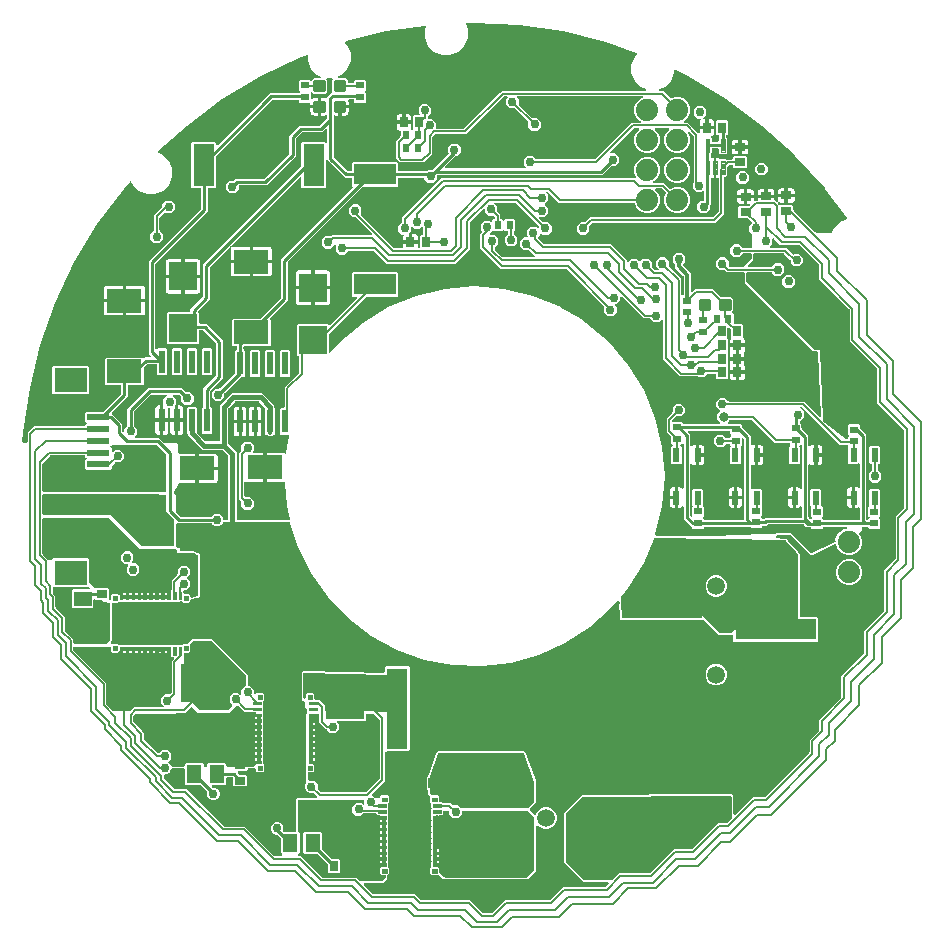
<source format=gbr>
G04 EAGLE Gerber X2 export*
%TF.Part,Single*%
%TF.FileFunction,Copper,L1,Top,Mixed*%
%TF.FilePolarity,Positive*%
%TF.GenerationSoftware,Autodesk,EAGLE,8.6.0*%
%TF.CreationDate,2018-04-20T19:50:09Z*%
G75*
%MOMM*%
%FSLAX34Y34*%
%LPD*%
%AMOC8*
5,1,8,0,0,1.08239X$1,22.5*%
G01*
%ADD10R,0.558800X1.981200*%
%ADD11R,3.000000X2.000000*%
%ADD12R,0.700000X0.900000*%
%ADD13R,0.900000X0.700000*%
%ADD14R,2.400000X2.400000*%
%ADD15C,0.300000*%
%ADD16R,0.600000X1.200000*%
%ADD17R,0.700000X0.600000*%
%ADD18R,3.200000X1.800000*%
%ADD19R,0.600000X0.700000*%
%ADD20R,1.300000X1.500000*%
%ADD21R,1.500000X1.300000*%
%ADD22R,1.800000X3.200000*%
%ADD23R,3.600000X1.800000*%
%ADD24R,1.800000X3.600000*%
%ADD25R,0.375219X3.900500*%
%ADD26R,0.323450X3.906519*%
%ADD27C,0.165000*%
%ADD28C,0.037500*%
%ADD29C,0.056250*%
%ADD30R,3.900500X0.375219*%
%ADD31R,3.906519X0.323450*%
%ADD32C,1.508000*%
%ADD33R,1.900000X0.600000*%
%ADD34R,2.800000X2.100000*%
%ADD35C,0.100000*%
%ADD36C,1.879600*%
%ADD37R,1.800000X6.900000*%
%ADD38R,6.900000X1.800000*%
%ADD39C,0.152400*%
%ADD40C,0.304800*%
%ADD41C,0.756400*%
%ADD42C,0.406400*%
%ADD43C,0.254000*%
%ADD44C,0.806400*%

G36*
X866490Y371724D02*
X866490Y371724D01*
X866543Y371798D01*
X866603Y371868D01*
X866615Y371898D01*
X866634Y371924D01*
X866661Y372011D01*
X866695Y372096D01*
X866699Y372137D01*
X866706Y372159D01*
X866705Y372191D01*
X866713Y372263D01*
X866713Y390947D01*
X868276Y392510D01*
X883490Y407724D01*
X883543Y407798D01*
X883603Y407868D01*
X883615Y407898D01*
X883634Y407924D01*
X883661Y408011D01*
X883695Y408096D01*
X883699Y408137D01*
X883706Y408159D01*
X883705Y408191D01*
X883713Y408263D01*
X883713Y441947D01*
X893490Y451724D01*
X893543Y451798D01*
X893603Y451868D01*
X893615Y451898D01*
X893634Y451924D01*
X893661Y452011D01*
X893695Y452096D01*
X893699Y452137D01*
X893706Y452159D01*
X893705Y452191D01*
X893713Y452263D01*
X893713Y487947D01*
X895276Y489510D01*
X900490Y494724D01*
X900543Y494798D01*
X900603Y494868D01*
X900615Y494898D01*
X900634Y494924D01*
X900661Y495011D01*
X900695Y495096D01*
X900699Y495137D01*
X900706Y495159D01*
X900705Y495191D01*
X900713Y495263D01*
X900713Y560737D01*
X900699Y560828D01*
X900691Y560918D01*
X900679Y560948D01*
X900674Y560980D01*
X900631Y561061D01*
X900595Y561145D01*
X900569Y561177D01*
X900558Y561198D01*
X900535Y561220D01*
X900490Y561276D01*
X877713Y584053D01*
X877713Y612737D01*
X877699Y612828D01*
X877691Y612918D01*
X877679Y612948D01*
X877674Y612980D01*
X877631Y613061D01*
X877595Y613145D01*
X877569Y613177D01*
X877558Y613198D01*
X877535Y613220D01*
X877490Y613276D01*
X854713Y636053D01*
X854713Y662737D01*
X854699Y662828D01*
X854691Y662918D01*
X854679Y662948D01*
X854674Y662980D01*
X854631Y663061D01*
X854595Y663145D01*
X854569Y663177D01*
X854558Y663198D01*
X854535Y663220D01*
X854490Y663276D01*
X828713Y689053D01*
X828713Y700737D01*
X828699Y700828D01*
X828691Y700918D01*
X828679Y700948D01*
X828674Y700980D01*
X828631Y701061D01*
X828595Y701145D01*
X828569Y701177D01*
X828558Y701198D01*
X828535Y701220D01*
X828490Y701276D01*
X812276Y717490D01*
X812202Y717543D01*
X812132Y717603D01*
X812102Y717615D01*
X812076Y717634D01*
X811989Y717661D01*
X811904Y717695D01*
X811863Y717699D01*
X811841Y717706D01*
X811809Y717705D01*
X811737Y717713D01*
X796053Y717713D01*
X790606Y723160D01*
X790548Y723202D01*
X790496Y723251D01*
X790449Y723273D01*
X790407Y723303D01*
X790338Y723324D01*
X790273Y723355D01*
X790221Y723360D01*
X790171Y723376D01*
X790100Y723374D01*
X790029Y723382D01*
X789978Y723371D01*
X789926Y723369D01*
X789858Y723345D01*
X789788Y723330D01*
X789743Y723303D01*
X789695Y723285D01*
X789639Y723240D01*
X789577Y723203D01*
X789543Y723164D01*
X789503Y723131D01*
X789464Y723071D01*
X789417Y723016D01*
X789398Y722968D01*
X789370Y722924D01*
X789352Y722855D01*
X789325Y722788D01*
X789317Y722717D01*
X789309Y722686D01*
X789311Y722662D01*
X789307Y722622D01*
X789307Y718802D01*
X787091Y716586D01*
X787049Y716528D01*
X787000Y716476D01*
X786978Y716429D01*
X786948Y716387D01*
X786926Y716318D01*
X786896Y716253D01*
X786891Y716201D01*
X786875Y716151D01*
X786877Y716080D01*
X786869Y716009D01*
X786880Y715958D01*
X786882Y715906D01*
X786906Y715838D01*
X786921Y715768D01*
X786948Y715723D01*
X786966Y715675D01*
X787011Y715619D01*
X787048Y715557D01*
X787087Y715523D01*
X787120Y715483D01*
X787180Y715444D01*
X787235Y715397D01*
X787283Y715378D01*
X787327Y715350D01*
X787396Y715332D01*
X787463Y715305D01*
X787534Y715297D01*
X787565Y715289D01*
X787588Y715291D01*
X787629Y715287D01*
X800947Y715287D01*
X806326Y709908D01*
X806342Y709896D01*
X806355Y709880D01*
X806442Y709824D01*
X806526Y709764D01*
X806545Y709758D01*
X806562Y709747D01*
X806662Y709722D01*
X806761Y709692D01*
X806781Y709692D01*
X806800Y709687D01*
X806903Y709695D01*
X807007Y709698D01*
X807026Y709705D01*
X807046Y709707D01*
X807141Y709747D01*
X807238Y709783D01*
X807254Y709795D01*
X807272Y709803D01*
X807403Y709908D01*
X807802Y710307D01*
X812198Y710307D01*
X815307Y707198D01*
X815307Y702802D01*
X812198Y699693D01*
X807802Y699693D01*
X804693Y702802D01*
X804693Y704757D01*
X804691Y704771D01*
X804692Y704782D01*
X804680Y704838D01*
X804679Y704848D01*
X804671Y704938D01*
X804659Y704968D01*
X804654Y705000D01*
X804611Y705081D01*
X804575Y705165D01*
X804549Y705197D01*
X804538Y705218D01*
X804515Y705240D01*
X804470Y705296D01*
X799276Y710490D01*
X799202Y710543D01*
X799132Y710603D01*
X799102Y710615D01*
X799076Y710634D01*
X798989Y710661D01*
X798904Y710695D01*
X798863Y710699D01*
X798841Y710706D01*
X798809Y710705D01*
X798737Y710713D01*
X774000Y710713D01*
X773980Y710710D01*
X773961Y710712D01*
X773859Y710690D01*
X773757Y710674D01*
X773740Y710664D01*
X773720Y710660D01*
X773631Y710607D01*
X773540Y710558D01*
X773526Y710544D01*
X773509Y710534D01*
X773442Y710455D01*
X773371Y710380D01*
X773362Y710362D01*
X773349Y710347D01*
X773310Y710251D01*
X773267Y710157D01*
X773265Y710137D01*
X773257Y710119D01*
X773239Y709952D01*
X773239Y705315D01*
X768510Y700586D01*
X768468Y700528D01*
X768418Y700476D01*
X768396Y700429D01*
X768366Y700387D01*
X768345Y700318D01*
X768315Y700253D01*
X768309Y700201D01*
X768294Y700151D01*
X768296Y700080D01*
X768288Y700009D01*
X768299Y699958D01*
X768300Y699906D01*
X768325Y699838D01*
X768340Y699768D01*
X768367Y699724D01*
X768385Y699675D01*
X768429Y699619D01*
X768466Y699557D01*
X768506Y699523D01*
X768538Y699483D01*
X768599Y699444D01*
X768653Y699397D01*
X768701Y699378D01*
X768745Y699350D01*
X768815Y699332D01*
X768881Y699305D01*
X768953Y699297D01*
X768984Y699289D01*
X769007Y699291D01*
X769048Y699287D01*
X788467Y699287D01*
X788557Y699301D01*
X788648Y699309D01*
X788677Y699321D01*
X788709Y699326D01*
X788790Y699369D01*
X788874Y699405D01*
X788906Y699431D01*
X788927Y699442D01*
X788949Y699465D01*
X789005Y699510D01*
X791802Y702307D01*
X796198Y702307D01*
X799307Y699198D01*
X799307Y694802D01*
X796198Y691693D01*
X791802Y691693D01*
X789005Y694490D01*
X788931Y694543D01*
X788861Y694603D01*
X788831Y694615D01*
X788805Y694634D01*
X788718Y694661D01*
X788633Y694695D01*
X788592Y694699D01*
X788570Y694706D01*
X788538Y694705D01*
X788467Y694713D01*
X768000Y694713D01*
X767980Y694710D01*
X767961Y694712D01*
X767859Y694690D01*
X767757Y694674D01*
X767740Y694664D01*
X767720Y694660D01*
X767631Y694607D01*
X767540Y694558D01*
X767526Y694544D01*
X767509Y694534D01*
X767442Y694455D01*
X767371Y694380D01*
X767362Y694362D01*
X767349Y694347D01*
X767310Y694251D01*
X767267Y694157D01*
X767265Y694137D01*
X767257Y694119D01*
X767239Y693952D01*
X767239Y687000D01*
X767254Y686910D01*
X767261Y686819D01*
X767273Y686789D01*
X767279Y686757D01*
X767321Y686677D01*
X767357Y686593D01*
X767383Y686561D01*
X767394Y686540D01*
X767417Y686518D01*
X767462Y686462D01*
X824462Y629462D01*
X824536Y629409D01*
X824605Y629349D01*
X824635Y629337D01*
X824661Y629318D01*
X824748Y629291D01*
X824833Y629257D01*
X824874Y629253D01*
X824897Y629246D01*
X824929Y629247D01*
X825000Y629239D01*
X829275Y629239D01*
X832224Y569289D01*
X832239Y569218D01*
X832245Y569146D01*
X832265Y569099D01*
X832275Y569049D01*
X832312Y568986D01*
X832341Y568919D01*
X832384Y568865D01*
X832401Y568837D01*
X832419Y568821D01*
X832446Y568788D01*
X833925Y567309D01*
X833950Y567291D01*
X833993Y567249D01*
X851506Y553450D01*
X851547Y553427D01*
X851583Y553397D01*
X851654Y553368D01*
X851722Y553331D01*
X851768Y553323D01*
X851811Y553305D01*
X851944Y553290D01*
X851964Y553287D01*
X851969Y553288D01*
X851978Y553287D01*
X852264Y553287D01*
X852284Y553290D01*
X852303Y553288D01*
X852405Y553310D01*
X852507Y553326D01*
X852524Y553336D01*
X852544Y553340D01*
X852633Y553393D01*
X852724Y553442D01*
X852738Y553456D01*
X852755Y553466D01*
X852822Y553545D01*
X852894Y553620D01*
X852902Y553638D01*
X852915Y553653D01*
X852954Y553749D01*
X852997Y553843D01*
X852999Y553863D01*
X853007Y553881D01*
X853025Y554048D01*
X853025Y555102D01*
X853855Y555932D01*
X853867Y555948D01*
X853883Y555960D01*
X853939Y556048D01*
X853999Y556131D01*
X854005Y556150D01*
X854016Y556167D01*
X854041Y556268D01*
X854071Y556367D01*
X854071Y556386D01*
X854076Y556406D01*
X854068Y556509D01*
X854065Y556612D01*
X854058Y556631D01*
X854057Y556651D01*
X854016Y556746D01*
X853981Y556843D01*
X853968Y556859D01*
X853960Y556877D01*
X853855Y557008D01*
X853025Y557838D01*
X853025Y565102D01*
X853918Y565995D01*
X862182Y565995D01*
X863075Y565102D01*
X863075Y563193D01*
X863089Y563103D01*
X863097Y563012D01*
X863109Y562982D01*
X863114Y562950D01*
X863157Y562870D01*
X863193Y562786D01*
X863219Y562754D01*
X863230Y562733D01*
X863253Y562711D01*
X863298Y562655D01*
X868795Y557158D01*
X868795Y485726D01*
X868798Y485706D01*
X868796Y485687D01*
X868818Y485585D01*
X868834Y485483D01*
X868844Y485466D01*
X868848Y485446D01*
X868901Y485357D01*
X868950Y485266D01*
X868964Y485252D01*
X868974Y485235D01*
X869053Y485168D01*
X869128Y485096D01*
X869146Y485088D01*
X869161Y485075D01*
X869257Y485036D01*
X869351Y484993D01*
X869371Y484991D01*
X869389Y484983D01*
X869556Y484965D01*
X869864Y484965D01*
X869884Y484968D01*
X869903Y484966D01*
X870005Y484988D01*
X870107Y485004D01*
X870124Y485014D01*
X870144Y485018D01*
X870233Y485071D01*
X870324Y485120D01*
X870338Y485134D01*
X870355Y485144D01*
X870422Y485223D01*
X870494Y485298D01*
X870502Y485316D01*
X870515Y485331D01*
X870554Y485427D01*
X870597Y485521D01*
X870599Y485541D01*
X870607Y485559D01*
X870625Y485726D01*
X870625Y485802D01*
X871455Y486632D01*
X871467Y486648D01*
X871483Y486660D01*
X871539Y486748D01*
X871599Y486831D01*
X871605Y486850D01*
X871616Y486867D01*
X871641Y486968D01*
X871671Y487067D01*
X871671Y487086D01*
X871676Y487106D01*
X871668Y487209D01*
X871665Y487312D01*
X871658Y487331D01*
X871657Y487351D01*
X871616Y487446D01*
X871581Y487543D01*
X871568Y487559D01*
X871560Y487577D01*
X871455Y487708D01*
X870625Y488538D01*
X870625Y495802D01*
X871295Y496472D01*
X871307Y496488D01*
X871323Y496500D01*
X871379Y496588D01*
X871439Y496671D01*
X871445Y496690D01*
X871456Y496707D01*
X871481Y496808D01*
X871511Y496907D01*
X871511Y496926D01*
X871516Y496946D01*
X871508Y497049D01*
X871505Y497152D01*
X871498Y497171D01*
X871497Y497191D01*
X871475Y497241D01*
X871475Y510632D01*
X872368Y511525D01*
X879632Y511525D01*
X880525Y510632D01*
X880525Y497368D01*
X880355Y497198D01*
X880343Y497182D01*
X880327Y497170D01*
X880271Y497083D01*
X880211Y496999D01*
X880205Y496980D01*
X880194Y496963D01*
X880169Y496862D01*
X880139Y496763D01*
X880139Y496744D01*
X880134Y496724D01*
X880142Y496621D01*
X880145Y496518D01*
X880152Y496499D01*
X880153Y496479D01*
X880194Y496384D01*
X880229Y496287D01*
X880242Y496271D01*
X880250Y496253D01*
X880355Y496122D01*
X880675Y495802D01*
X880675Y488538D01*
X879845Y487708D01*
X879833Y487692D01*
X879817Y487680D01*
X879761Y487592D01*
X879701Y487509D01*
X879695Y487490D01*
X879684Y487473D01*
X879659Y487372D01*
X879629Y487273D01*
X879629Y487254D01*
X879624Y487234D01*
X879632Y487131D01*
X879635Y487028D01*
X879642Y487009D01*
X879643Y486989D01*
X879684Y486894D01*
X879719Y486797D01*
X879732Y486781D01*
X879740Y486763D01*
X879845Y486632D01*
X880675Y485802D01*
X880675Y478538D01*
X879782Y477645D01*
X871518Y477645D01*
X870625Y478538D01*
X870625Y478614D01*
X870622Y478634D01*
X870624Y478653D01*
X870602Y478755D01*
X870586Y478857D01*
X870576Y478874D01*
X870572Y478894D01*
X870519Y478983D01*
X870470Y479074D01*
X870456Y479088D01*
X870446Y479105D01*
X870367Y479172D01*
X870292Y479244D01*
X870274Y479252D01*
X870259Y479265D01*
X870163Y479304D01*
X870069Y479347D01*
X870049Y479349D01*
X870031Y479357D01*
X869864Y479375D01*
X866000Y479375D01*
X865980Y479372D01*
X865961Y479374D01*
X865859Y479352D01*
X865757Y479336D01*
X865740Y479326D01*
X865720Y479322D01*
X865631Y479269D01*
X865540Y479220D01*
X865526Y479206D01*
X865509Y479196D01*
X865442Y479117D01*
X865371Y479042D01*
X865362Y479024D01*
X865349Y479009D01*
X865310Y478913D01*
X865267Y478819D01*
X865265Y478799D01*
X865257Y478781D01*
X865239Y478614D01*
X865239Y475480D01*
X862907Y474365D01*
X862886Y474350D01*
X862862Y474341D01*
X862786Y474280D01*
X862705Y474224D01*
X862690Y474204D01*
X862670Y474188D01*
X862617Y474105D01*
X862559Y474027D01*
X862551Y474002D01*
X862537Y473981D01*
X862513Y473886D01*
X862483Y473793D01*
X862483Y473767D01*
X862477Y473742D01*
X862485Y473645D01*
X862486Y473547D01*
X862494Y473522D01*
X862496Y473497D01*
X862534Y473407D01*
X862567Y473314D01*
X862583Y473294D01*
X862593Y473271D01*
X862697Y473140D01*
X863530Y472307D01*
X865193Y468293D01*
X865193Y463947D01*
X863530Y459933D01*
X860457Y456860D01*
X856443Y455197D01*
X852097Y455197D01*
X848083Y456860D01*
X845010Y459933D01*
X843308Y464042D01*
X843308Y464045D01*
X843305Y464050D01*
X843289Y464087D01*
X843273Y464114D01*
X843255Y464166D01*
X843219Y464211D01*
X843192Y464262D01*
X843164Y464289D01*
X843160Y464296D01*
X843142Y464311D01*
X843104Y464360D01*
X843056Y464392D01*
X843014Y464432D01*
X842973Y464450D01*
X842970Y464453D01*
X842956Y464459D01*
X842954Y464459D01*
X842899Y464496D01*
X842843Y464511D01*
X842791Y464535D01*
X842743Y464541D01*
X842741Y464541D01*
X842733Y464542D01*
X842725Y464542D01*
X842661Y464560D01*
X842604Y464556D01*
X842547Y464562D01*
X842497Y464552D01*
X842495Y464552D01*
X842486Y464549D01*
X842482Y464548D01*
X842416Y464544D01*
X842339Y464517D01*
X842306Y464510D01*
X842289Y464500D01*
X842258Y464489D01*
X821996Y454799D01*
X804898Y471898D01*
X804804Y471970D01*
X804715Y472049D01*
X804679Y472067D01*
X804646Y472092D01*
X804538Y472139D01*
X804432Y472193D01*
X804392Y472202D01*
X804354Y472219D01*
X804237Y472237D01*
X804122Y472263D01*
X804061Y472265D01*
X804040Y472269D01*
X804020Y472267D01*
X803961Y472269D01*
X793166Y471937D01*
X793038Y471916D01*
X792910Y471902D01*
X792882Y471892D01*
X792852Y471887D01*
X792733Y471836D01*
X792612Y471790D01*
X792588Y471773D01*
X792560Y471761D01*
X792457Y471682D01*
X792352Y471607D01*
X792332Y471585D01*
X792308Y471566D01*
X792229Y471464D01*
X792145Y471366D01*
X792132Y471339D01*
X792113Y471315D01*
X792062Y471196D01*
X792005Y471080D01*
X791999Y471051D01*
X791987Y471023D01*
X791966Y470896D01*
X791940Y470769D01*
X791941Y470739D01*
X791936Y470709D01*
X791948Y470581D01*
X791954Y470451D01*
X791963Y470423D01*
X791966Y470393D01*
X792010Y470271D01*
X792047Y470147D01*
X792063Y470122D01*
X792073Y470093D01*
X792146Y469986D01*
X792213Y469876D01*
X792235Y469855D01*
X792252Y469830D01*
X792349Y469744D01*
X792441Y469654D01*
X792467Y469639D01*
X792490Y469619D01*
X792605Y469560D01*
X792717Y469496D01*
X792746Y469488D01*
X792773Y469474D01*
X792899Y469446D01*
X793024Y469412D01*
X793067Y469408D01*
X793083Y469404D01*
X793133Y469403D01*
X793184Y469399D01*
X798640Y469309D01*
X798715Y469318D01*
X798791Y469316D01*
X798873Y469335D01*
X798956Y469344D01*
X798958Y469345D01*
X800056Y469287D01*
X800069Y469288D01*
X800102Y469285D01*
X801033Y469270D01*
X801656Y468578D01*
X801667Y468569D01*
X801688Y468544D01*
X802454Y467752D01*
X802456Y467747D01*
X802500Y467684D01*
X802535Y467617D01*
X802601Y467534D01*
X802608Y467522D01*
X802616Y467515D01*
X802635Y467491D01*
X810072Y459228D01*
X810138Y459170D01*
X810198Y459106D01*
X810258Y459067D01*
X810312Y459020D01*
X810391Y458981D01*
X810465Y458933D01*
X810585Y458884D01*
X810597Y458878D01*
X810603Y458877D01*
X810614Y458873D01*
X810622Y458870D01*
X810830Y458453D01*
X810880Y458378D01*
X810922Y458298D01*
X810998Y458202D01*
X811007Y458189D01*
X811012Y458184D01*
X811022Y458172D01*
X811333Y457826D01*
X811333Y457817D01*
X811339Y457730D01*
X811336Y457642D01*
X811351Y457572D01*
X811356Y457500D01*
X811384Y457417D01*
X811402Y457331D01*
X811453Y457211D01*
X811457Y457199D01*
X811461Y457194D01*
X811465Y457183D01*
X811787Y456539D01*
X811856Y456436D01*
X811919Y456330D01*
X811953Y456290D01*
X811964Y456274D01*
X811980Y456260D01*
X812025Y456209D01*
X812287Y455947D01*
X812287Y455839D01*
X812294Y455786D01*
X812291Y455731D01*
X812313Y455628D01*
X812327Y455524D01*
X812347Y455473D01*
X812358Y455420D01*
X812421Y455272D01*
X812469Y455175D01*
X812352Y454824D01*
X812328Y454703D01*
X812297Y454584D01*
X812294Y454531D01*
X812290Y454512D01*
X812291Y454491D01*
X812287Y454423D01*
X812287Y404294D01*
X812302Y404176D01*
X812309Y404057D01*
X812322Y404019D01*
X812327Y403978D01*
X812370Y403868D01*
X812407Y403755D01*
X812429Y403720D01*
X812444Y403683D01*
X812513Y403587D01*
X812577Y403486D01*
X812607Y403458D01*
X812630Y403425D01*
X812722Y403349D01*
X812809Y403268D01*
X812844Y403248D01*
X812875Y403223D01*
X812983Y403172D01*
X813087Y403114D01*
X813127Y403104D01*
X813163Y403087D01*
X813280Y403065D01*
X813395Y403035D01*
X813455Y403031D01*
X813475Y403027D01*
X813496Y403029D01*
X813556Y403025D01*
X827132Y403025D01*
X828025Y402132D01*
X828025Y382868D01*
X827132Y381975D01*
X756868Y381975D01*
X755975Y382868D01*
X755975Y386444D01*
X755960Y386562D01*
X755953Y386681D01*
X755940Y386719D01*
X755935Y386760D01*
X755892Y386870D01*
X755855Y386983D01*
X755833Y387018D01*
X755818Y387055D01*
X755749Y387151D01*
X755685Y387252D01*
X755655Y387280D01*
X755632Y387313D01*
X755540Y387389D01*
X755453Y387470D01*
X755418Y387490D01*
X755387Y387515D01*
X755279Y387566D01*
X755175Y387624D01*
X755135Y387634D01*
X755099Y387651D01*
X754982Y387673D01*
X754867Y387703D01*
X754807Y387707D01*
X754787Y387711D01*
X754766Y387709D01*
X754706Y387713D01*
X744053Y387713D01*
X732163Y399604D01*
X732084Y399664D01*
X732012Y399732D01*
X731959Y399761D01*
X731911Y399798D01*
X731820Y399838D01*
X731734Y399886D01*
X731675Y399901D01*
X731619Y399925D01*
X731521Y399940D01*
X731426Y399965D01*
X731326Y399971D01*
X731305Y399975D01*
X731293Y399973D01*
X731265Y399975D01*
X660868Y399975D01*
X659975Y400868D01*
X659975Y408265D01*
X659963Y408363D01*
X659960Y408462D01*
X659943Y408520D01*
X659935Y408581D01*
X659899Y408673D01*
X659871Y408768D01*
X659841Y408820D01*
X659818Y408876D01*
X659760Y408956D01*
X659710Y409042D01*
X659691Y409063D01*
X659713Y410012D01*
X659712Y410021D01*
X659713Y410041D01*
X659713Y411249D01*
X659732Y411317D01*
X659744Y411456D01*
X659746Y411465D01*
X659746Y411469D01*
X659746Y411477D01*
X659831Y415200D01*
X659825Y415255D01*
X659829Y415310D01*
X659809Y415413D01*
X659798Y415516D01*
X659779Y415568D01*
X659769Y415622D01*
X659724Y415717D01*
X659688Y415815D01*
X659656Y415860D01*
X659633Y415910D01*
X659566Y415990D01*
X659507Y416076D01*
X659465Y416112D01*
X659430Y416155D01*
X659345Y416216D01*
X659267Y416284D01*
X659217Y416309D01*
X659173Y416342D01*
X659075Y416380D01*
X658982Y416427D01*
X658928Y416438D01*
X658877Y416458D01*
X658773Y416471D01*
X658671Y416493D01*
X658616Y416491D01*
X658561Y416498D01*
X658458Y416485D01*
X658353Y416481D01*
X658300Y416465D01*
X658246Y416458D01*
X658149Y416420D01*
X658049Y416390D01*
X658001Y416361D01*
X657950Y416341D01*
X657866Y416280D01*
X657776Y416226D01*
X657737Y416186D01*
X657693Y416154D01*
X657583Y416036D01*
X652946Y410414D01*
X634553Y394022D01*
X613874Y380631D01*
X591393Y370553D01*
X567638Y364024D01*
X543164Y361199D01*
X518545Y362143D01*
X494359Y366833D01*
X471173Y375161D01*
X449530Y386930D01*
X429936Y401865D01*
X412853Y419617D01*
X398679Y439767D01*
X387747Y461846D01*
X381248Y482383D01*
X381213Y482459D01*
X381187Y482539D01*
X381146Y482603D01*
X381115Y482672D01*
X381062Y482737D01*
X381017Y482808D01*
X380962Y482860D01*
X380914Y482918D01*
X380846Y482968D01*
X380785Y483026D01*
X380719Y483063D01*
X380658Y483107D01*
X380580Y483139D01*
X380506Y483180D01*
X380433Y483198D01*
X380363Y483227D01*
X380280Y483238D01*
X380198Y483259D01*
X380057Y483268D01*
X380048Y483269D01*
X380045Y483269D01*
X380038Y483269D01*
X324875Y483269D01*
X324846Y483266D01*
X324816Y483268D01*
X324689Y483246D01*
X324560Y483229D01*
X324532Y483219D01*
X324503Y483213D01*
X324385Y483160D01*
X324264Y483112D01*
X324240Y483095D01*
X324213Y483083D01*
X324112Y483002D01*
X324007Y482926D01*
X323988Y482903D01*
X323965Y482884D01*
X323886Y482780D01*
X323804Y482681D01*
X323791Y482654D01*
X323773Y482630D01*
X323702Y482486D01*
X323499Y481994D01*
X322006Y480501D01*
X320056Y479693D01*
X317944Y479693D01*
X315994Y480501D01*
X314662Y481834D01*
X314583Y481894D01*
X314511Y481962D01*
X314458Y481991D01*
X314410Y482028D01*
X314319Y482068D01*
X314233Y482116D01*
X314174Y482131D01*
X314118Y482155D01*
X314021Y482170D01*
X313925Y482195D01*
X313825Y482201D01*
X313804Y482205D01*
X313792Y482203D01*
X313764Y482205D01*
X285556Y482205D01*
X285438Y482190D01*
X285319Y482183D01*
X285281Y482170D01*
X285240Y482165D01*
X285130Y482122D01*
X285017Y482085D01*
X284982Y482063D01*
X284945Y482048D01*
X284849Y481979D01*
X284748Y481915D01*
X284720Y481885D01*
X284687Y481862D01*
X284611Y481770D01*
X284530Y481683D01*
X284510Y481648D01*
X284485Y481617D01*
X284434Y481509D01*
X284376Y481405D01*
X284366Y481365D01*
X284349Y481329D01*
X284327Y481212D01*
X284297Y481097D01*
X284293Y481037D01*
X284289Y481017D01*
X284291Y480996D01*
X284287Y480936D01*
X284287Y462782D01*
X284300Y462679D01*
X284304Y462575D01*
X284320Y462522D01*
X284327Y462466D01*
X284365Y462370D01*
X284395Y462270D01*
X284423Y462222D01*
X284444Y462171D01*
X284505Y462087D01*
X284558Y461997D01*
X284598Y461958D01*
X284630Y461913D01*
X284711Y461847D01*
X284785Y461774D01*
X284833Y461746D01*
X284875Y461710D01*
X284969Y461666D01*
X285059Y461614D01*
X285113Y461599D01*
X285163Y461575D01*
X285265Y461555D01*
X285365Y461527D01*
X285454Y461519D01*
X285475Y461515D01*
X285490Y461516D01*
X285526Y461513D01*
X294535Y461298D01*
X294638Y461309D01*
X294742Y461310D01*
X294830Y461329D01*
X294852Y461331D01*
X294865Y461336D01*
X294899Y461343D01*
X295312Y461455D01*
X295354Y461432D01*
X295423Y461403D01*
X295487Y461365D01*
X295569Y461342D01*
X295648Y461310D01*
X295721Y461299D01*
X295793Y461279D01*
X295953Y461265D01*
X296001Y461264D01*
X296297Y460954D01*
X296377Y460888D01*
X296451Y460816D01*
X296526Y460767D01*
X296543Y460753D01*
X296556Y460747D01*
X296585Y460728D01*
X302315Y457454D01*
X302397Y457420D01*
X302476Y457376D01*
X302544Y457359D01*
X302608Y457332D01*
X302697Y457319D01*
X302784Y457297D01*
X302909Y457289D01*
X302923Y457287D01*
X302930Y457288D01*
X302944Y457287D01*
X302947Y457287D01*
X303280Y456954D01*
X303350Y456899D01*
X303414Y456838D01*
X303521Y456767D01*
X303532Y456759D01*
X303537Y456756D01*
X303548Y456749D01*
X303957Y456515D01*
X303958Y456513D01*
X303992Y456430D01*
X304017Y456344D01*
X304052Y456284D01*
X304079Y456219D01*
X304133Y456147D01*
X304178Y456070D01*
X304261Y455976D01*
X304270Y455964D01*
X304275Y455960D01*
X304285Y455949D01*
X304287Y455947D01*
X304287Y455476D01*
X304298Y455389D01*
X304299Y455300D01*
X304325Y455174D01*
X304327Y455161D01*
X304329Y455155D01*
X304331Y455142D01*
X304455Y454688D01*
X304454Y454685D01*
X304420Y454603D01*
X304376Y454524D01*
X304359Y454457D01*
X304332Y454392D01*
X304319Y454303D01*
X304297Y454216D01*
X304289Y454092D01*
X304287Y454077D01*
X304288Y454070D01*
X304287Y454056D01*
X304287Y421330D01*
X304291Y421294D01*
X304289Y421256D01*
X304308Y421097D01*
X304428Y420461D01*
X304376Y420369D01*
X304372Y420350D01*
X304363Y420334D01*
X304332Y420196D01*
X304298Y420064D01*
X303851Y419617D01*
X303828Y419587D01*
X303800Y419563D01*
X303701Y419436D01*
X303336Y418903D01*
X303234Y418873D01*
X303218Y418864D01*
X303200Y418858D01*
X303081Y418783D01*
X302963Y418713D01*
X302331Y418713D01*
X302294Y418709D01*
X302256Y418711D01*
X302097Y418692D01*
X297417Y417814D01*
X297416Y417814D01*
X297414Y417814D01*
X297268Y417766D01*
X297114Y417717D01*
X297113Y417716D01*
X297112Y417716D01*
X296980Y417632D01*
X296845Y417547D01*
X296844Y417546D01*
X296843Y417545D01*
X296732Y417427D01*
X296627Y417316D01*
X296626Y417315D01*
X296625Y417314D01*
X296549Y417176D01*
X296473Y417038D01*
X296472Y417037D01*
X296471Y417035D01*
X296433Y416887D01*
X296392Y416730D01*
X296392Y416729D01*
X296392Y416727D01*
X296382Y416567D01*
X296382Y416141D01*
X295324Y415083D01*
X290640Y415083D01*
X290012Y415711D01*
X289934Y415772D01*
X289862Y415840D01*
X289808Y415869D01*
X289761Y415906D01*
X289670Y415946D01*
X289583Y415994D01*
X289524Y416009D01*
X289469Y416033D01*
X289371Y416048D01*
X289275Y416073D01*
X289175Y416079D01*
X289155Y416083D01*
X289142Y416081D01*
X289114Y416083D01*
X288304Y416083D01*
X288267Y416079D01*
X288230Y416081D01*
X288070Y416062D01*
X287503Y415955D01*
X287368Y415912D01*
X287234Y415873D01*
X287218Y415864D01*
X287200Y415858D01*
X287081Y415783D01*
X286963Y415713D01*
X286330Y415713D01*
X286294Y415709D01*
X286256Y415711D01*
X286097Y415692D01*
X285461Y415572D01*
X285369Y415624D01*
X285350Y415628D01*
X285334Y415637D01*
X285196Y415668D01*
X285061Y415703D01*
X285035Y415705D01*
X285024Y415707D01*
X285004Y415707D01*
X284900Y415713D01*
X236220Y415713D01*
X236121Y415701D01*
X236022Y415698D01*
X235964Y415681D01*
X235904Y415673D01*
X235812Y415637D01*
X235717Y415609D01*
X235665Y415579D01*
X235608Y415556D01*
X235528Y415498D01*
X235443Y415448D01*
X235368Y415382D01*
X235351Y415370D01*
X235343Y415360D01*
X235322Y415342D01*
X235064Y415083D01*
X231589Y415083D01*
X231436Y415064D01*
X231285Y415046D01*
X231280Y415044D01*
X231274Y415043D01*
X231131Y414987D01*
X230989Y414932D01*
X230984Y414929D01*
X230978Y414926D01*
X230854Y414837D01*
X230729Y414748D01*
X230726Y414743D01*
X230721Y414740D01*
X230623Y414621D01*
X230524Y414505D01*
X230522Y414499D01*
X230518Y414495D01*
X230453Y414357D01*
X230386Y414218D01*
X230384Y414210D01*
X230382Y414207D01*
X230380Y414197D01*
X230345Y414063D01*
X230311Y413897D01*
X230308Y413852D01*
X230297Y413809D01*
X230287Y413648D01*
X230287Y383053D01*
X229533Y382299D01*
X229449Y382190D01*
X229360Y382083D01*
X229351Y382064D01*
X229338Y382048D01*
X229283Y381921D01*
X229224Y381795D01*
X229220Y381775D01*
X229212Y381756D01*
X229190Y381618D01*
X229164Y381482D01*
X229165Y381462D01*
X229162Y381442D01*
X229175Y381303D01*
X229184Y381165D01*
X229190Y381146D01*
X229192Y381126D01*
X229239Y380994D01*
X229282Y380863D01*
X229293Y380845D01*
X229300Y380826D01*
X229378Y380711D01*
X229452Y380594D01*
X229467Y380580D01*
X229478Y380563D01*
X229582Y380471D01*
X229684Y380376D01*
X229702Y380366D01*
X229717Y380353D01*
X229840Y380290D01*
X229962Y380222D01*
X229982Y380217D01*
X230000Y380208D01*
X230136Y380178D01*
X230270Y380143D01*
X230298Y380141D01*
X230310Y380138D01*
X230331Y380139D01*
X230431Y380133D01*
X235064Y380133D01*
X235538Y379658D01*
X235616Y379598D01*
X235688Y379530D01*
X235741Y379501D01*
X235789Y379464D01*
X235880Y379424D01*
X235967Y379376D01*
X236026Y379361D01*
X236081Y379337D01*
X236179Y379322D01*
X236275Y379297D01*
X236375Y379291D01*
X236395Y379287D01*
X236408Y379289D01*
X236436Y379287D01*
X289268Y379287D01*
X289367Y379299D01*
X289466Y379302D01*
X289524Y379319D01*
X289584Y379327D01*
X289676Y379363D01*
X289771Y379391D01*
X289823Y379421D01*
X289880Y379444D01*
X289960Y379502D01*
X290045Y379552D01*
X290120Y379618D01*
X290137Y379630D01*
X290145Y379640D01*
X290166Y379659D01*
X290640Y380133D01*
X293373Y380133D01*
X293471Y380145D01*
X293570Y380148D01*
X293628Y380165D01*
X293689Y380173D01*
X293781Y380209D01*
X293876Y380237D01*
X293928Y380267D01*
X293984Y380290D01*
X294064Y380348D01*
X294150Y380398D01*
X294225Y380464D01*
X294242Y380476D01*
X294249Y380486D01*
X294271Y380504D01*
X298053Y384287D01*
X314947Y384287D01*
X345287Y353947D01*
X345287Y345473D01*
X345290Y345444D01*
X345288Y345415D01*
X345310Y345287D01*
X345327Y345158D01*
X345337Y345130D01*
X345342Y345101D01*
X345396Y344983D01*
X345444Y344862D01*
X345461Y344838D01*
X345473Y344811D01*
X345554Y344710D01*
X345630Y344605D01*
X345653Y344586D01*
X345672Y344563D01*
X345775Y344485D01*
X345875Y344402D01*
X345902Y344389D01*
X345926Y344372D01*
X346070Y344301D01*
X348006Y343499D01*
X349499Y342006D01*
X350307Y340056D01*
X350307Y339114D01*
X350324Y338976D01*
X350337Y338837D01*
X350344Y338818D01*
X350347Y338798D01*
X350398Y338668D01*
X350445Y338538D01*
X350456Y338521D01*
X350464Y338502D01*
X350545Y338390D01*
X350623Y338275D01*
X350639Y338261D01*
X350650Y338245D01*
X350758Y338156D01*
X350862Y338064D01*
X350880Y338055D01*
X350895Y338042D01*
X351021Y337983D01*
X351145Y337920D01*
X351165Y337915D01*
X351183Y337907D01*
X351320Y337881D01*
X351455Y337850D01*
X351476Y337851D01*
X351495Y337847D01*
X351634Y337855D01*
X351773Y337860D01*
X351793Y337865D01*
X351813Y337867D01*
X351945Y337909D01*
X352079Y337948D01*
X352096Y337958D01*
X352115Y337965D01*
X352233Y338039D01*
X352353Y338110D01*
X352374Y338128D01*
X352384Y338135D01*
X352398Y338150D01*
X352473Y338216D01*
X352863Y338606D01*
X358097Y338606D01*
X359155Y337548D01*
X359155Y332864D01*
X358526Y332236D01*
X358466Y332158D01*
X358398Y332086D01*
X358369Y332033D01*
X358332Y331985D01*
X358292Y331894D01*
X358244Y331807D01*
X358229Y331748D01*
X358205Y331693D01*
X358190Y331595D01*
X358165Y331499D01*
X358159Y331399D01*
X358155Y331379D01*
X358157Y331366D01*
X358155Y331338D01*
X358155Y330605D01*
X358167Y330507D01*
X358170Y330408D01*
X358187Y330350D01*
X358195Y330289D01*
X358231Y330197D01*
X358259Y330102D01*
X358287Y330054D01*
X358287Y281940D01*
X358244Y281864D01*
X358229Y281805D01*
X358205Y281749D01*
X358190Y281651D01*
X358165Y281556D01*
X358159Y281456D01*
X358155Y281435D01*
X358157Y281423D01*
X358155Y281395D01*
X358155Y278814D01*
X358167Y278715D01*
X358170Y278616D01*
X358187Y278558D01*
X358195Y278498D01*
X358231Y278406D01*
X358259Y278311D01*
X358289Y278259D01*
X358312Y278202D01*
X358370Y278122D01*
X358420Y278037D01*
X358486Y277962D01*
X358498Y277945D01*
X358508Y277937D01*
X358526Y277916D01*
X359155Y277288D01*
X359155Y272604D01*
X358097Y271546D01*
X352863Y271546D01*
X351805Y272604D01*
X351805Y273444D01*
X351790Y273562D01*
X351783Y273681D01*
X351770Y273719D01*
X351765Y273760D01*
X351722Y273870D01*
X351685Y273983D01*
X351663Y274018D01*
X351648Y274055D01*
X351579Y274151D01*
X351515Y274252D01*
X351485Y274280D01*
X351462Y274313D01*
X351370Y274389D01*
X351283Y274470D01*
X351248Y274490D01*
X351217Y274515D01*
X351109Y274566D01*
X351005Y274624D01*
X350965Y274634D01*
X350929Y274651D01*
X350812Y274673D01*
X350697Y274703D01*
X350637Y274707D01*
X350617Y274711D01*
X350596Y274709D01*
X350536Y274713D01*
X346094Y274713D01*
X345976Y274698D01*
X345857Y274691D01*
X345819Y274678D01*
X345778Y274673D01*
X345668Y274630D01*
X345555Y274593D01*
X345520Y274571D01*
X345483Y274556D01*
X345387Y274487D01*
X345286Y274423D01*
X345258Y274393D01*
X345225Y274370D01*
X345149Y274278D01*
X345068Y274191D01*
X345048Y274156D01*
X345023Y274125D01*
X344972Y274017D01*
X344914Y273913D01*
X344904Y273873D01*
X344887Y273837D01*
X344865Y273720D01*
X344835Y273605D01*
X344831Y273545D01*
X344827Y273525D01*
X344829Y273504D01*
X344825Y273444D01*
X344825Y273268D01*
X343932Y272375D01*
X337841Y272375D01*
X337704Y272358D01*
X337565Y272345D01*
X337546Y272338D01*
X337526Y272335D01*
X337397Y272284D01*
X337266Y272237D01*
X337249Y272226D01*
X337230Y272218D01*
X337118Y272137D01*
X337003Y272059D01*
X336989Y272043D01*
X336973Y272032D01*
X336884Y271924D01*
X336792Y271820D01*
X336783Y271802D01*
X336770Y271787D01*
X336711Y271661D01*
X336647Y271537D01*
X336643Y271517D01*
X336634Y271499D01*
X336608Y271363D01*
X336578Y271227D01*
X336578Y271206D01*
X336575Y271187D01*
X336583Y271048D01*
X336587Y270909D01*
X336593Y270889D01*
X336594Y270869D01*
X336637Y270737D01*
X336676Y270603D01*
X336686Y270586D01*
X336692Y270567D01*
X336767Y270449D01*
X336837Y270329D01*
X336856Y270308D01*
X336863Y270298D01*
X336877Y270284D01*
X336944Y270209D01*
X337356Y269796D01*
X337434Y269736D01*
X337506Y269668D01*
X337559Y269639D01*
X337607Y269602D01*
X337698Y269562D01*
X337785Y269514D01*
X337843Y269499D01*
X337899Y269475D01*
X337997Y269460D01*
X338093Y269435D01*
X338193Y269429D01*
X338213Y269425D01*
X338225Y269427D01*
X338253Y269425D01*
X343932Y269425D01*
X344825Y268532D01*
X344825Y260268D01*
X343932Y259375D01*
X333668Y259375D01*
X332775Y260268D01*
X332775Y265890D01*
X332760Y266008D01*
X332753Y266127D01*
X332740Y266165D01*
X332735Y266206D01*
X332692Y266316D01*
X332655Y266429D01*
X332633Y266464D01*
X332618Y266501D01*
X332549Y266597D01*
X332485Y266698D01*
X332455Y266726D01*
X332432Y266759D01*
X332340Y266835D01*
X332253Y266916D01*
X332218Y266936D01*
X332187Y266961D01*
X332079Y267012D01*
X331975Y267070D01*
X331935Y267080D01*
X331899Y267097D01*
X331782Y267119D01*
X331667Y267149D01*
X331607Y267153D01*
X331587Y267157D01*
X331566Y267155D01*
X331506Y267159D01*
X327984Y267159D01*
X327866Y267144D01*
X327747Y267137D01*
X327709Y267124D01*
X327668Y267119D01*
X327558Y267076D01*
X327445Y267039D01*
X327410Y267017D01*
X327373Y267002D01*
X327277Y266933D01*
X327176Y266869D01*
X327148Y266839D01*
X327115Y266816D01*
X327039Y266724D01*
X326958Y266637D01*
X326938Y266602D01*
X326913Y266571D01*
X326862Y266463D01*
X326804Y266359D01*
X326794Y266319D01*
X326777Y266283D01*
X326755Y266166D01*
X326725Y266051D01*
X326721Y265991D01*
X326717Y265971D01*
X326719Y265950D01*
X326715Y265890D01*
X326715Y261822D01*
X325822Y260929D01*
X315731Y260929D01*
X315593Y260912D01*
X315455Y260899D01*
X315436Y260892D01*
X315416Y260889D01*
X315286Y260838D01*
X315155Y260791D01*
X315139Y260780D01*
X315120Y260772D01*
X315008Y260691D01*
X314892Y260612D01*
X314879Y260597D01*
X314863Y260586D01*
X314774Y260478D01*
X314682Y260374D01*
X314673Y260356D01*
X314660Y260341D01*
X314601Y260215D01*
X314537Y260091D01*
X314533Y260071D01*
X314524Y260053D01*
X314498Y259917D01*
X314468Y259780D01*
X314468Y259760D01*
X314465Y259741D01*
X314473Y259602D01*
X314478Y259463D01*
X314483Y259443D01*
X314484Y259423D01*
X314527Y259291D01*
X314566Y259157D01*
X314576Y259140D01*
X314582Y259121D01*
X314657Y259003D01*
X314728Y258883D01*
X314746Y258862D01*
X314753Y258852D01*
X314767Y258838D01*
X314834Y258762D01*
X314918Y258678D01*
X314996Y258618D01*
X315068Y258550D01*
X315121Y258521D01*
X315169Y258483D01*
X315260Y258444D01*
X315347Y258396D01*
X315405Y258381D01*
X315461Y258357D01*
X315559Y258342D01*
X315655Y258317D01*
X315755Y258311D01*
X315775Y258307D01*
X315787Y258309D01*
X315815Y258307D01*
X317056Y258307D01*
X319006Y257499D01*
X320499Y256006D01*
X321307Y254056D01*
X321307Y251944D01*
X320499Y249994D01*
X319006Y248501D01*
X317056Y247693D01*
X314944Y247693D01*
X312994Y248501D01*
X311501Y249994D01*
X310693Y251944D01*
X310693Y254115D01*
X310695Y254120D01*
X310729Y254245D01*
X310729Y254275D01*
X310736Y254304D01*
X310732Y254434D01*
X310734Y254563D01*
X310727Y254592D01*
X310726Y254622D01*
X310690Y254746D01*
X310660Y254873D01*
X310646Y254899D01*
X310638Y254927D01*
X310572Y255039D01*
X310511Y255154D01*
X310491Y255176D01*
X310476Y255201D01*
X310370Y255322D01*
X305134Y260558D01*
X305056Y260618D01*
X304984Y260686D01*
X304931Y260715D01*
X304883Y260752D01*
X304792Y260792D01*
X304705Y260840D01*
X304647Y260855D01*
X304591Y260879D01*
X304493Y260894D01*
X304397Y260919D01*
X304297Y260925D01*
X304277Y260929D01*
X304265Y260927D01*
X304237Y260929D01*
X292558Y260929D01*
X291665Y261822D01*
X291665Y273444D01*
X291650Y273562D01*
X291643Y273681D01*
X291630Y273719D01*
X291625Y273760D01*
X291582Y273870D01*
X291545Y273983D01*
X291523Y274018D01*
X291508Y274055D01*
X291439Y274151D01*
X291375Y274252D01*
X291345Y274280D01*
X291322Y274313D01*
X291230Y274389D01*
X291143Y274470D01*
X291108Y274490D01*
X291077Y274515D01*
X290969Y274566D01*
X290865Y274624D01*
X290825Y274634D01*
X290789Y274651D01*
X290672Y274673D01*
X290557Y274703D01*
X290497Y274707D01*
X290477Y274711D01*
X290456Y274709D01*
X290396Y274713D01*
X281473Y274713D01*
X281444Y274710D01*
X281415Y274712D01*
X281287Y274690D01*
X281158Y274673D01*
X281130Y274663D01*
X281101Y274658D01*
X280983Y274604D01*
X280862Y274556D01*
X280838Y274539D01*
X280811Y274527D01*
X280710Y274446D01*
X280605Y274370D01*
X280586Y274347D01*
X280563Y274328D01*
X280485Y274225D01*
X280402Y274125D01*
X280389Y274098D01*
X280372Y274074D01*
X280301Y273930D01*
X279499Y271994D01*
X278006Y270501D01*
X276056Y269693D01*
X275556Y269693D01*
X275438Y269678D01*
X275319Y269671D01*
X275281Y269658D01*
X275240Y269653D01*
X275130Y269610D01*
X275017Y269573D01*
X274982Y269551D01*
X274945Y269536D01*
X274849Y269467D01*
X274748Y269403D01*
X274720Y269373D01*
X274687Y269350D01*
X274611Y269258D01*
X274530Y269171D01*
X274510Y269136D01*
X274485Y269105D01*
X274434Y268997D01*
X274376Y268893D01*
X274366Y268853D01*
X274349Y268817D01*
X274327Y268700D01*
X274297Y268585D01*
X274293Y268525D01*
X274289Y268505D01*
X274291Y268484D01*
X274287Y268424D01*
X274287Y266473D01*
X274299Y266375D01*
X274302Y266276D01*
X274319Y266218D01*
X274327Y266157D01*
X274363Y266065D01*
X274391Y265970D01*
X274421Y265918D01*
X274444Y265862D01*
X274502Y265782D01*
X274552Y265696D01*
X274618Y265621D01*
X274630Y265604D01*
X274640Y265597D01*
X274658Y265575D01*
X282575Y257658D01*
X282654Y257598D01*
X282726Y257530D01*
X282779Y257501D01*
X282827Y257464D01*
X282918Y257424D01*
X283004Y257376D01*
X283063Y257361D01*
X283119Y257337D01*
X283217Y257322D01*
X283312Y257297D01*
X283412Y257291D01*
X283433Y257287D01*
X283445Y257289D01*
X283473Y257287D01*
X292947Y257287D01*
X324575Y225658D01*
X324654Y225598D01*
X324726Y225530D01*
X324779Y225501D01*
X324827Y225464D01*
X324918Y225424D01*
X325004Y225376D01*
X325063Y225361D01*
X325119Y225337D01*
X325217Y225322D01*
X325312Y225297D01*
X325412Y225291D01*
X325433Y225287D01*
X325445Y225289D01*
X325473Y225287D01*
X342947Y225287D01*
X367575Y200658D01*
X367654Y200598D01*
X367726Y200530D01*
X367779Y200501D01*
X367827Y200464D01*
X367918Y200424D01*
X368004Y200376D01*
X368063Y200361D01*
X368119Y200337D01*
X368217Y200322D01*
X368312Y200297D01*
X368412Y200291D01*
X368433Y200287D01*
X368445Y200289D01*
X368473Y200287D01*
X373123Y200287D01*
X373261Y200304D01*
X373399Y200317D01*
X373418Y200324D01*
X373438Y200327D01*
X373567Y200378D01*
X373698Y200425D01*
X373715Y200436D01*
X373734Y200444D01*
X373846Y200525D01*
X373962Y200603D01*
X373975Y200619D01*
X373991Y200630D01*
X374080Y200738D01*
X374172Y200842D01*
X374181Y200860D01*
X374194Y200875D01*
X374253Y201001D01*
X374317Y201125D01*
X374321Y201145D01*
X374330Y201163D01*
X374356Y201300D01*
X374386Y201435D01*
X374386Y201456D01*
X374389Y201475D01*
X374381Y201614D01*
X374377Y201753D01*
X374371Y201773D01*
X374370Y201793D01*
X374327Y201925D01*
X374288Y202059D01*
X374278Y202076D01*
X374272Y202095D01*
X374197Y202213D01*
X374127Y202333D01*
X374108Y202354D01*
X374101Y202364D01*
X374086Y202378D01*
X374020Y202453D01*
X372983Y203490D01*
X372983Y215169D01*
X372971Y215267D01*
X372968Y215366D01*
X372951Y215424D01*
X372943Y215484D01*
X372907Y215576D01*
X372879Y215671D01*
X372849Y215724D01*
X372826Y215780D01*
X372768Y215860D01*
X372718Y215945D01*
X372652Y216021D01*
X372640Y216037D01*
X372630Y216045D01*
X372612Y216066D01*
X370356Y218322D01*
X370278Y218382D01*
X370206Y218450D01*
X370153Y218479D01*
X370105Y218516D01*
X370014Y218556D01*
X369927Y218604D01*
X369869Y218619D01*
X369813Y218643D01*
X369715Y218658D01*
X369619Y218683D01*
X369519Y218689D01*
X369499Y218693D01*
X369487Y218691D01*
X369459Y218693D01*
X368944Y218693D01*
X366994Y219501D01*
X365501Y220994D01*
X364693Y222944D01*
X364693Y225056D01*
X365501Y227006D01*
X366994Y228499D01*
X368944Y229307D01*
X371056Y229307D01*
X373006Y228499D01*
X374499Y227006D01*
X375307Y225056D01*
X375307Y222944D01*
X375143Y222548D01*
X375135Y222520D01*
X375121Y222493D01*
X375093Y222366D01*
X375059Y222241D01*
X375058Y222212D01*
X375052Y222183D01*
X375056Y222053D01*
X375054Y221923D01*
X375060Y221894D01*
X375061Y221865D01*
X375097Y221740D01*
X375128Y221614D01*
X375141Y221588D01*
X375150Y221559D01*
X375216Y221448D01*
X375276Y221333D01*
X375296Y221311D01*
X375311Y221286D01*
X375418Y221165D01*
X375564Y221018D01*
X375642Y220958D01*
X375714Y220890D01*
X375767Y220861D01*
X375815Y220824D01*
X375906Y220784D01*
X375993Y220736D01*
X376051Y220721D01*
X376107Y220697D01*
X376205Y220682D01*
X376301Y220657D01*
X376401Y220651D01*
X376421Y220647D01*
X376433Y220649D01*
X376461Y220647D01*
X384444Y220647D01*
X384562Y220662D01*
X384681Y220669D01*
X384719Y220682D01*
X384760Y220687D01*
X384870Y220730D01*
X384983Y220767D01*
X385018Y220789D01*
X385055Y220804D01*
X385151Y220873D01*
X385252Y220937D01*
X385280Y220967D01*
X385313Y220990D01*
X385389Y221082D01*
X385470Y221169D01*
X385490Y221204D01*
X385515Y221235D01*
X385566Y221343D01*
X385624Y221447D01*
X385634Y221487D01*
X385651Y221523D01*
X385673Y221640D01*
X385703Y221755D01*
X385707Y221815D01*
X385711Y221835D01*
X385709Y221856D01*
X385713Y221916D01*
X385713Y223644D01*
X385712Y223653D01*
X385713Y223662D01*
X385693Y223803D01*
X385693Y226151D01*
X385701Y226177D01*
X385701Y226187D01*
X385703Y226196D01*
X385713Y226356D01*
X385713Y247947D01*
X387053Y249287D01*
X402415Y249287D01*
X402553Y249304D01*
X402691Y249317D01*
X402711Y249324D01*
X402731Y249327D01*
X402860Y249378D01*
X402991Y249425D01*
X403008Y249436D01*
X403026Y249444D01*
X403139Y249525D01*
X403254Y249603D01*
X403267Y249619D01*
X403284Y249630D01*
X403373Y249738D01*
X403464Y249842D01*
X403474Y249860D01*
X403486Y249875D01*
X403546Y250001D01*
X403609Y250125D01*
X403613Y250145D01*
X403622Y250163D01*
X403648Y250299D01*
X403679Y250435D01*
X403678Y250456D01*
X403682Y250475D01*
X403673Y250614D01*
X403669Y250753D01*
X403663Y250773D01*
X403662Y250793D01*
X403619Y250925D01*
X403581Y251059D01*
X403570Y251076D01*
X403564Y251095D01*
X403490Y251213D01*
X403419Y251333D01*
X403400Y251354D01*
X403394Y251364D01*
X403379Y251378D01*
X403313Y251453D01*
X401375Y253392D01*
X401351Y253410D01*
X401332Y253432D01*
X401226Y253507D01*
X401123Y253586D01*
X401096Y253598D01*
X401072Y253615D01*
X400951Y253661D01*
X400831Y253713D01*
X400802Y253717D01*
X400774Y253728D01*
X400646Y253742D01*
X400517Y253763D01*
X400488Y253760D01*
X400458Y253763D01*
X400330Y253745D01*
X400201Y253733D01*
X400173Y253723D01*
X400144Y253719D01*
X400069Y253693D01*
X397944Y253693D01*
X395994Y254501D01*
X394501Y255994D01*
X393693Y257944D01*
X393693Y260056D01*
X394580Y262195D01*
X394624Y262275D01*
X394639Y262333D01*
X394662Y262388D01*
X394678Y262487D01*
X394703Y262583D01*
X394709Y262682D01*
X394713Y262703D01*
X394711Y262715D01*
X394713Y262744D01*
X394713Y271470D01*
X394701Y271569D01*
X394698Y271668D01*
X394681Y271726D01*
X394673Y271786D01*
X394637Y271878D01*
X394609Y271973D01*
X394579Y272025D01*
X394556Y272082D01*
X394498Y272162D01*
X394448Y272247D01*
X394382Y272322D01*
X394370Y272339D01*
X394360Y272347D01*
X394342Y272368D01*
X394105Y272604D01*
X394105Y277288D01*
X394342Y277524D01*
X394402Y277602D01*
X394470Y277674D01*
X394499Y277727D01*
X394536Y277775D01*
X394576Y277866D01*
X394624Y277953D01*
X394639Y278012D01*
X394663Y278067D01*
X394678Y278165D01*
X394703Y278261D01*
X394709Y278361D01*
X394713Y278381D01*
X394711Y278394D01*
X394713Y278422D01*
X394713Y320947D01*
X394733Y320967D01*
X394794Y321046D01*
X394862Y321118D01*
X394891Y321171D01*
X394928Y321219D01*
X394968Y321310D01*
X395016Y321396D01*
X395031Y321455D01*
X395055Y321511D01*
X395070Y321608D01*
X395095Y321704D01*
X395101Y321805D01*
X395105Y321825D01*
X395103Y321837D01*
X395105Y321865D01*
X395105Y321896D01*
X395106Y321898D01*
X395131Y321930D01*
X395178Y322039D01*
X395232Y322145D01*
X395241Y322184D01*
X395257Y322222D01*
X395276Y322339D01*
X395302Y322455D01*
X395301Y322496D01*
X395307Y322536D01*
X395296Y322654D01*
X395292Y322773D01*
X395281Y322812D01*
X395277Y322852D01*
X395237Y322964D01*
X395204Y323079D01*
X395183Y323114D01*
X395170Y323152D01*
X395105Y323247D01*
X395105Y324135D01*
X395093Y324233D01*
X395090Y324332D01*
X395073Y324390D01*
X395065Y324451D01*
X395029Y324543D01*
X395001Y324638D01*
X394971Y324690D01*
X394948Y324746D01*
X394890Y324826D01*
X394840Y324912D01*
X394774Y324987D01*
X394762Y325004D01*
X394752Y325011D01*
X394734Y325033D01*
X390713Y329053D01*
X390713Y353586D01*
X390703Y353667D01*
X390703Y353748D01*
X390683Y353824D01*
X390680Y353853D01*
X390713Y355014D01*
X390712Y355025D01*
X390713Y355051D01*
X390713Y355986D01*
X391393Y356627D01*
X391400Y356636D01*
X391419Y356653D01*
X392080Y357314D01*
X393015Y357287D01*
X393026Y357288D01*
X393051Y357287D01*
X394215Y357287D01*
X394240Y357283D01*
X394318Y357260D01*
X394470Y357246D01*
X394474Y357246D01*
X394476Y357246D01*
X394479Y357245D01*
X459670Y355383D01*
X459806Y355396D01*
X459943Y355405D01*
X459964Y355411D01*
X459986Y355414D01*
X460115Y355460D01*
X460245Y355503D01*
X460264Y355515D01*
X460285Y355522D01*
X460398Y355599D01*
X460514Y355673D01*
X460529Y355689D01*
X460548Y355702D01*
X460638Y355804D01*
X460732Y355904D01*
X460743Y355924D01*
X460758Y355941D01*
X460819Y356063D01*
X460886Y356183D01*
X460891Y356204D01*
X460901Y356224D01*
X460931Y356358D01*
X460965Y356491D01*
X460967Y356522D01*
X460970Y356535D01*
X460969Y356556D01*
X460975Y356652D01*
X460975Y360132D01*
X461868Y361025D01*
X481132Y361025D01*
X482025Y360132D01*
X482025Y289868D01*
X481132Y288975D01*
X462556Y288975D01*
X462438Y288960D01*
X462319Y288953D01*
X462281Y288940D01*
X462240Y288935D01*
X462130Y288892D01*
X462017Y288855D01*
X461982Y288833D01*
X461945Y288818D01*
X461849Y288749D01*
X461748Y288685D01*
X461720Y288655D01*
X461687Y288632D01*
X461611Y288540D01*
X461530Y288453D01*
X461510Y288418D01*
X461485Y288387D01*
X461434Y288279D01*
X461376Y288175D01*
X461366Y288135D01*
X461349Y288099D01*
X461327Y287982D01*
X461297Y287867D01*
X461293Y287807D01*
X461289Y287787D01*
X461291Y287766D01*
X461287Y287706D01*
X461287Y264053D01*
X450328Y253094D01*
X450297Y253054D01*
X450260Y253021D01*
X450200Y252929D01*
X450133Y252842D01*
X450113Y252797D01*
X450086Y252755D01*
X450050Y252652D01*
X450006Y252551D01*
X449998Y252501D01*
X449982Y252454D01*
X449974Y252345D01*
X449956Y252236D01*
X449961Y252187D01*
X449957Y252137D01*
X449976Y252029D01*
X449986Y251920D01*
X450003Y251873D01*
X450012Y251824D01*
X450057Y251724D01*
X450094Y251621D01*
X450122Y251579D01*
X450142Y251534D01*
X450211Y251448D01*
X450272Y251357D01*
X450310Y251325D01*
X450341Y251286D01*
X450428Y251220D01*
X450511Y251147D01*
X450555Y251124D01*
X450595Y251094D01*
X450739Y251023D01*
X452006Y250499D01*
X452846Y249658D01*
X452925Y249598D01*
X452997Y249530D01*
X453050Y249501D01*
X453098Y249464D01*
X453189Y249424D01*
X453275Y249376D01*
X453334Y249361D01*
X453390Y249337D01*
X453487Y249322D01*
X453583Y249297D01*
X453683Y249291D01*
X453704Y249287D01*
X453716Y249289D01*
X453744Y249287D01*
X455978Y249287D01*
X456096Y249302D01*
X456215Y249309D01*
X456253Y249322D01*
X456294Y249327D01*
X456404Y249370D01*
X456517Y249407D01*
X456552Y249429D01*
X456589Y249444D01*
X456685Y249513D01*
X456786Y249577D01*
X456814Y249607D01*
X456847Y249630D01*
X456923Y249722D01*
X457004Y249809D01*
X457024Y249844D01*
X457049Y249875D01*
X457100Y249983D01*
X457158Y250087D01*
X457168Y250127D01*
X457185Y250163D01*
X457207Y250280D01*
X457237Y250395D01*
X457241Y250455D01*
X457245Y250475D01*
X457243Y250496D01*
X457247Y250556D01*
X457247Y250704D01*
X458305Y251762D01*
X463539Y251762D01*
X464597Y250704D01*
X464597Y246020D01*
X463968Y245392D01*
X463908Y245314D01*
X463840Y245242D01*
X463811Y245189D01*
X463774Y245141D01*
X463734Y245050D01*
X463686Y244963D01*
X463671Y244904D01*
X463647Y244849D01*
X463632Y244751D01*
X463607Y244655D01*
X463601Y244555D01*
X463597Y244535D01*
X463599Y244522D01*
X463597Y244494D01*
X463597Y241412D01*
X463596Y241410D01*
X463571Y241378D01*
X463524Y241269D01*
X463470Y241163D01*
X463461Y241124D01*
X463445Y241086D01*
X463426Y240969D01*
X463400Y240853D01*
X463401Y240812D01*
X463395Y240772D01*
X463406Y240654D01*
X463410Y240535D01*
X463421Y240496D01*
X463425Y240456D01*
X463465Y240344D01*
X463498Y240229D01*
X463519Y240194D01*
X463532Y240156D01*
X463597Y240061D01*
X463597Y236412D01*
X463596Y236410D01*
X463571Y236378D01*
X463524Y236269D01*
X463470Y236163D01*
X463461Y236124D01*
X463445Y236086D01*
X463426Y235969D01*
X463400Y235853D01*
X463401Y235812D01*
X463395Y235772D01*
X463406Y235654D01*
X463410Y235535D01*
X463421Y235496D01*
X463425Y235456D01*
X463465Y235344D01*
X463498Y235229D01*
X463519Y235194D01*
X463532Y235156D01*
X463597Y235061D01*
X463597Y191970D01*
X463609Y191871D01*
X463612Y191772D01*
X463629Y191714D01*
X463637Y191654D01*
X463673Y191562D01*
X463701Y191467D01*
X463731Y191415D01*
X463754Y191358D01*
X463812Y191278D01*
X463862Y191193D01*
X463928Y191118D01*
X463940Y191101D01*
X463950Y191093D01*
X463968Y191072D01*
X464597Y190444D01*
X464597Y185760D01*
X463658Y184822D01*
X463598Y184744D01*
X463530Y184672D01*
X463501Y184619D01*
X463464Y184571D01*
X463424Y184480D01*
X463376Y184393D01*
X463361Y184334D01*
X463337Y184279D01*
X463322Y184181D01*
X463297Y184085D01*
X463291Y183985D01*
X463287Y183965D01*
X463289Y183952D01*
X463287Y183924D01*
X463287Y181053D01*
X459947Y177713D01*
X444585Y177713D01*
X444447Y177696D01*
X444309Y177683D01*
X444289Y177676D01*
X444269Y177673D01*
X444140Y177622D01*
X444009Y177575D01*
X443992Y177564D01*
X443974Y177556D01*
X443861Y177475D01*
X443746Y177397D01*
X443733Y177381D01*
X443716Y177370D01*
X443628Y177262D01*
X443536Y177158D01*
X443526Y177140D01*
X443514Y177125D01*
X443454Y176999D01*
X443391Y176875D01*
X443387Y176855D01*
X443378Y176837D01*
X443352Y176701D01*
X443321Y176565D01*
X443322Y176544D01*
X443318Y176525D01*
X443327Y176386D01*
X443331Y176247D01*
X443337Y176227D01*
X443338Y176207D01*
X443381Y176075D01*
X443419Y175941D01*
X443430Y175924D01*
X443436Y175905D01*
X443511Y175787D01*
X443581Y175667D01*
X443600Y175646D01*
X443606Y175636D01*
X443621Y175622D01*
X443687Y175547D01*
X450575Y168658D01*
X450654Y168598D01*
X450726Y168530D01*
X450779Y168501D01*
X450827Y168464D01*
X450918Y168424D01*
X451004Y168376D01*
X451063Y168361D01*
X451119Y168337D01*
X451217Y168322D01*
X451312Y168297D01*
X451412Y168291D01*
X451433Y168287D01*
X451445Y168289D01*
X451473Y168287D01*
X486947Y168287D01*
X488658Y166576D01*
X488658Y166575D01*
X491575Y163658D01*
X491654Y163598D01*
X491726Y163530D01*
X491779Y163501D01*
X491827Y163464D01*
X491918Y163424D01*
X492004Y163376D01*
X492063Y163361D01*
X492119Y163337D01*
X492217Y163322D01*
X492312Y163297D01*
X492412Y163291D01*
X492433Y163287D01*
X492445Y163289D01*
X492473Y163287D01*
X532947Y163287D01*
X534658Y161576D01*
X534658Y161575D01*
X543575Y152658D01*
X543654Y152598D01*
X543726Y152530D01*
X543779Y152501D01*
X543827Y152464D01*
X543918Y152424D01*
X544004Y152376D01*
X544063Y152361D01*
X544119Y152337D01*
X544217Y152322D01*
X544312Y152297D01*
X544412Y152291D01*
X544433Y152287D01*
X544445Y152289D01*
X544473Y152287D01*
X551527Y152287D01*
X551625Y152299D01*
X551724Y152302D01*
X551782Y152319D01*
X551843Y152327D01*
X551935Y152363D01*
X552030Y152391D01*
X552082Y152421D01*
X552138Y152444D01*
X552218Y152502D01*
X552304Y152552D01*
X552379Y152618D01*
X552396Y152630D01*
X552403Y152640D01*
X552425Y152658D01*
X563053Y163287D01*
X600527Y163287D01*
X600625Y163299D01*
X600724Y163302D01*
X600782Y163319D01*
X600843Y163327D01*
X600935Y163363D01*
X601030Y163391D01*
X601082Y163421D01*
X601138Y163444D01*
X601218Y163502D01*
X601304Y163552D01*
X601379Y163618D01*
X601396Y163630D01*
X601403Y163640D01*
X601425Y163658D01*
X612053Y174287D01*
X647527Y174287D01*
X647625Y174299D01*
X647724Y174302D01*
X647782Y174319D01*
X647843Y174327D01*
X647935Y174363D01*
X648030Y174391D01*
X648082Y174421D01*
X648138Y174444D01*
X648218Y174502D01*
X648304Y174552D01*
X648379Y174618D01*
X648396Y174630D01*
X648403Y174640D01*
X648425Y174658D01*
X650313Y176547D01*
X650398Y176656D01*
X650486Y176763D01*
X650495Y176782D01*
X650508Y176798D01*
X650563Y176926D01*
X650622Y177051D01*
X650626Y177071D01*
X650634Y177090D01*
X650656Y177228D01*
X650682Y177364D01*
X650681Y177384D01*
X650684Y177404D01*
X650671Y177543D01*
X650662Y177681D01*
X650656Y177700D01*
X650654Y177720D01*
X650607Y177852D01*
X650564Y177983D01*
X650553Y178001D01*
X650546Y178020D01*
X650468Y178135D01*
X650394Y178252D01*
X650379Y178266D01*
X650368Y178283D01*
X650263Y178375D01*
X650162Y178470D01*
X650145Y178480D01*
X650129Y178493D01*
X650005Y178557D01*
X649884Y178624D01*
X649864Y178629D01*
X649846Y178638D01*
X649710Y178668D01*
X649576Y178703D01*
X649548Y178705D01*
X649536Y178708D01*
X649515Y178707D01*
X649415Y178713D01*
X629053Y178713D01*
X612713Y195053D01*
X612713Y236947D01*
X628053Y252287D01*
X683605Y252287D01*
X683703Y252299D01*
X683802Y252302D01*
X683860Y252319D01*
X683920Y252327D01*
X684012Y252363D01*
X684107Y252391D01*
X684160Y252421D01*
X684216Y252444D01*
X684296Y252502D01*
X684381Y252552D01*
X684457Y252618D01*
X684473Y252630D01*
X684481Y252640D01*
X684502Y252658D01*
X684868Y253025D01*
X755132Y253025D01*
X756025Y252132D01*
X756025Y251735D01*
X756037Y251637D01*
X756040Y251538D01*
X756057Y251480D01*
X756065Y251419D01*
X756101Y251327D01*
X756129Y251232D01*
X756159Y251180D01*
X756182Y251124D01*
X756240Y251044D01*
X756287Y250964D01*
X756287Y236585D01*
X756304Y236447D01*
X756317Y236309D01*
X756324Y236289D01*
X756327Y236269D01*
X756378Y236140D01*
X756425Y236009D01*
X756436Y235992D01*
X756444Y235974D01*
X756525Y235861D01*
X756603Y235746D01*
X756619Y235733D01*
X756630Y235716D01*
X756738Y235627D01*
X756842Y235536D01*
X756860Y235526D01*
X756875Y235514D01*
X757001Y235454D01*
X757125Y235391D01*
X757145Y235387D01*
X757163Y235378D01*
X757299Y235352D01*
X757435Y235321D01*
X757456Y235322D01*
X757475Y235318D01*
X757614Y235327D01*
X757753Y235331D01*
X757773Y235337D01*
X757793Y235338D01*
X757925Y235381D01*
X758059Y235419D01*
X758076Y235430D01*
X758095Y235436D01*
X758213Y235510D01*
X758333Y235581D01*
X758354Y235600D01*
X758364Y235606D01*
X758378Y235621D01*
X758453Y235687D01*
X771342Y248575D01*
X771342Y248576D01*
X773053Y250287D01*
X782527Y250287D01*
X782625Y250299D01*
X782724Y250302D01*
X782782Y250319D01*
X782843Y250327D01*
X782935Y250363D01*
X783030Y250391D01*
X783082Y250421D01*
X783138Y250444D01*
X783218Y250502D01*
X783304Y250552D01*
X783379Y250618D01*
X783396Y250630D01*
X783403Y250640D01*
X783425Y250658D01*
X820342Y287575D01*
X820402Y287654D01*
X820470Y287726D01*
X820499Y287779D01*
X820536Y287827D01*
X820576Y287918D01*
X820624Y288004D01*
X820639Y288063D01*
X820663Y288119D01*
X820678Y288217D01*
X820703Y288312D01*
X820709Y288412D01*
X820713Y288433D01*
X820711Y288445D01*
X820713Y288473D01*
X820713Y298947D01*
X828342Y306575D01*
X828402Y306654D01*
X828470Y306726D01*
X828499Y306779D01*
X828536Y306827D01*
X828576Y306918D01*
X828624Y307004D01*
X828639Y307063D01*
X828663Y307119D01*
X828678Y307217D01*
X828703Y307312D01*
X828709Y307412D01*
X828713Y307433D01*
X828711Y307445D01*
X828713Y307473D01*
X828713Y315947D01*
X830424Y317658D01*
X830425Y317658D01*
X847342Y334575D01*
X847402Y334654D01*
X847470Y334726D01*
X847499Y334779D01*
X847536Y334827D01*
X847576Y334918D01*
X847624Y335004D01*
X847639Y335063D01*
X847663Y335119D01*
X847678Y335217D01*
X847703Y335312D01*
X847709Y335412D01*
X847713Y335433D01*
X847711Y335445D01*
X847713Y335473D01*
X847713Y352947D01*
X866490Y371724D01*
G37*
G36*
X822502Y456809D02*
X822502Y456809D01*
X822612Y456812D01*
X822625Y456817D01*
X822639Y456818D01*
X822798Y456873D01*
X842290Y466195D01*
X842353Y466239D01*
X842422Y466276D01*
X842454Y466309D01*
X842492Y466336D01*
X842538Y466398D01*
X842591Y466454D01*
X842611Y466496D01*
X842638Y466533D01*
X842662Y466607D01*
X842695Y466677D01*
X842700Y466723D01*
X842714Y466767D01*
X842713Y466845D01*
X842722Y466921D01*
X842712Y466967D01*
X842711Y467013D01*
X842686Y467086D01*
X842669Y467162D01*
X842646Y467202D01*
X842630Y467246D01*
X842583Y467307D01*
X842543Y467373D01*
X842508Y467403D01*
X842479Y467440D01*
X842415Y467482D01*
X842400Y467495D01*
X842625Y468916D01*
X843206Y470703D01*
X844059Y472377D01*
X845164Y473898D01*
X846492Y475226D01*
X848013Y476331D01*
X849687Y477184D01*
X851474Y477765D01*
X852089Y477862D01*
X852150Y477882D01*
X852213Y477893D01*
X852266Y477921D01*
X852323Y477939D01*
X852374Y477978D01*
X852430Y478008D01*
X852472Y478051D01*
X852520Y478087D01*
X852556Y478140D01*
X852600Y478186D01*
X852625Y478240D01*
X852659Y478290D01*
X852676Y478351D01*
X852703Y478409D01*
X852710Y478469D01*
X852726Y478526D01*
X852723Y478590D01*
X852730Y478653D01*
X852718Y478712D01*
X852715Y478772D01*
X852692Y478831D01*
X852678Y478894D01*
X852647Y478945D01*
X852626Y479001D01*
X852585Y479050D01*
X852552Y479105D01*
X852507Y479144D01*
X852468Y479190D01*
X852414Y479223D01*
X852365Y479265D01*
X852310Y479287D01*
X852258Y479319D01*
X852196Y479333D01*
X852137Y479357D01*
X852051Y479366D01*
X852019Y479374D01*
X851994Y479373D01*
X851970Y479375D01*
X832936Y479375D01*
X832916Y479372D01*
X832897Y479374D01*
X832795Y479352D01*
X832693Y479336D01*
X832676Y479326D01*
X832656Y479322D01*
X832567Y479269D01*
X832476Y479220D01*
X832462Y479206D01*
X832445Y479196D01*
X832378Y479117D01*
X832306Y479042D01*
X832298Y479024D01*
X832285Y479009D01*
X832246Y478913D01*
X832203Y478819D01*
X832201Y478799D01*
X832193Y478781D01*
X832175Y478614D01*
X832175Y478538D01*
X831282Y477645D01*
X823018Y477645D01*
X822109Y478555D01*
X822102Y478585D01*
X822086Y478687D01*
X822076Y478704D01*
X822072Y478724D01*
X822019Y478813D01*
X821970Y478904D01*
X821956Y478918D01*
X821946Y478935D01*
X821867Y479002D01*
X821792Y479074D01*
X821774Y479082D01*
X821759Y479095D01*
X821663Y479134D01*
X821569Y479177D01*
X821549Y479179D01*
X821531Y479187D01*
X821364Y479205D01*
X817842Y479205D01*
X816065Y480982D01*
X815991Y481035D01*
X815922Y481095D01*
X815892Y481107D01*
X815866Y481126D01*
X815779Y481153D01*
X815694Y481187D01*
X815653Y481191D01*
X815631Y481198D01*
X815598Y481197D01*
X815527Y481205D01*
X785473Y481205D01*
X785383Y481191D01*
X785292Y481183D01*
X785262Y481171D01*
X785230Y481166D01*
X785150Y481123D01*
X785066Y481087D01*
X785034Y481061D01*
X785013Y481050D01*
X784991Y481027D01*
X784935Y480982D01*
X784068Y480115D01*
X781440Y480115D01*
X781420Y480112D01*
X781401Y480114D01*
X781299Y480092D01*
X781197Y480076D01*
X781180Y480066D01*
X781160Y480062D01*
X781071Y480009D01*
X780980Y479960D01*
X780966Y479946D01*
X780949Y479936D01*
X780882Y479857D01*
X780810Y479782D01*
X780802Y479764D01*
X780789Y479749D01*
X780750Y479653D01*
X780707Y479559D01*
X780705Y479539D01*
X780697Y479521D01*
X780679Y479354D01*
X780679Y479278D01*
X779786Y478385D01*
X771522Y478385D01*
X770739Y479168D01*
X770665Y479221D01*
X770596Y479281D01*
X770566Y479293D01*
X770540Y479312D01*
X770453Y479339D01*
X770368Y479373D01*
X770327Y479377D01*
X770305Y479384D01*
X770272Y479383D01*
X770201Y479391D01*
X732332Y479391D01*
X732312Y479388D01*
X732293Y479390D01*
X732191Y479368D01*
X732089Y479352D01*
X732072Y479342D01*
X732052Y479338D01*
X731963Y479285D01*
X731872Y479236D01*
X731858Y479222D01*
X731841Y479212D01*
X731774Y479133D01*
X731702Y479058D01*
X731694Y479040D01*
X731681Y479025D01*
X731642Y478929D01*
X731599Y478835D01*
X731597Y478815D01*
X731589Y478797D01*
X731571Y478630D01*
X731571Y478554D01*
X730678Y477661D01*
X722414Y477661D01*
X721521Y478554D01*
X721521Y478630D01*
X721518Y478650D01*
X721520Y478669D01*
X721498Y478771D01*
X721482Y478873D01*
X721472Y478890D01*
X721468Y478910D01*
X721415Y478999D01*
X721366Y479090D01*
X721352Y479104D01*
X721342Y479121D01*
X721263Y479188D01*
X721188Y479260D01*
X721170Y479268D01*
X721155Y479281D01*
X721059Y479320D01*
X720965Y479363D01*
X720945Y479365D01*
X720927Y479373D01*
X720760Y479391D01*
X720656Y479391D01*
X714205Y485842D01*
X714205Y495774D01*
X714194Y495845D01*
X714192Y495917D01*
X714174Y495966D01*
X714166Y496017D01*
X714132Y496080D01*
X714107Y496148D01*
X714075Y496188D01*
X714050Y496234D01*
X713999Y496284D01*
X713954Y496340D01*
X713910Y496368D01*
X713872Y496404D01*
X713807Y496434D01*
X713747Y496473D01*
X713696Y496486D01*
X713649Y496507D01*
X713578Y496515D01*
X713508Y496533D01*
X713456Y496529D01*
X713405Y496535D01*
X713334Y496519D01*
X713263Y496514D01*
X713215Y496493D01*
X713164Y496482D01*
X713103Y496445D01*
X713037Y496417D01*
X712981Y496373D01*
X712953Y496356D01*
X712938Y496338D01*
X712906Y496313D01*
X712560Y495967D01*
X711981Y495632D01*
X711334Y495459D01*
X709499Y495459D01*
X709499Y503262D01*
X709498Y503271D01*
X709498Y503274D01*
X709496Y503283D01*
X709498Y503301D01*
X709476Y503403D01*
X709460Y503505D01*
X709450Y503522D01*
X709446Y503542D01*
X709393Y503631D01*
X709344Y503722D01*
X709330Y503736D01*
X709320Y503753D01*
X709241Y503820D01*
X709166Y503891D01*
X709148Y503900D01*
X709133Y503913D01*
X709037Y503951D01*
X708943Y503995D01*
X708923Y503997D01*
X708905Y504004D01*
X708981Y504017D01*
X708998Y504026D01*
X709018Y504030D01*
X709107Y504083D01*
X709198Y504132D01*
X709212Y504146D01*
X709229Y504156D01*
X709296Y504235D01*
X709368Y504310D01*
X709376Y504328D01*
X709389Y504343D01*
X709428Y504440D01*
X709471Y504533D01*
X709473Y504553D01*
X709481Y504571D01*
X709499Y504738D01*
X709499Y512541D01*
X711334Y512541D01*
X711981Y512368D01*
X712560Y512033D01*
X712906Y511687D01*
X712964Y511646D01*
X713016Y511596D01*
X713063Y511574D01*
X713105Y511544D01*
X713174Y511523D01*
X713239Y511493D01*
X713291Y511487D01*
X713341Y511471D01*
X713412Y511473D01*
X713483Y511465D01*
X713534Y511477D01*
X713586Y511478D01*
X713654Y511502D01*
X713724Y511518D01*
X713769Y511544D01*
X713817Y511562D01*
X713873Y511607D01*
X713935Y511644D01*
X713969Y511683D01*
X714009Y511716D01*
X714048Y511776D01*
X714095Y511831D01*
X714114Y511879D01*
X714142Y511923D01*
X714160Y511992D01*
X714187Y512059D01*
X714195Y512130D01*
X714203Y512161D01*
X714201Y512185D01*
X714205Y512226D01*
X714205Y548631D01*
X714194Y548702D01*
X714192Y548774D01*
X714174Y548823D01*
X714166Y548874D01*
X714132Y548937D01*
X714107Y549005D01*
X714075Y549045D01*
X714050Y549091D01*
X713999Y549141D01*
X713954Y549197D01*
X713910Y549225D01*
X713872Y549261D01*
X713807Y549291D01*
X713747Y549330D01*
X713696Y549342D01*
X713649Y549364D01*
X713578Y549372D01*
X713508Y549390D01*
X713456Y549386D01*
X713405Y549391D01*
X713334Y549376D01*
X713263Y549371D01*
X713215Y549350D01*
X713164Y549339D01*
X713103Y549302D01*
X713037Y549274D01*
X712981Y549229D01*
X712953Y549213D01*
X712938Y549195D01*
X712906Y549169D01*
X712682Y548945D01*
X712049Y548945D01*
X711978Y548934D01*
X711906Y548932D01*
X711857Y548914D01*
X711806Y548906D01*
X711743Y548872D01*
X711675Y548847D01*
X711635Y548815D01*
X711589Y548790D01*
X711539Y548738D01*
X711483Y548694D01*
X711455Y548650D01*
X711419Y548612D01*
X711389Y548547D01*
X711350Y548487D01*
X711338Y548436D01*
X711316Y548389D01*
X711308Y548318D01*
X711290Y548248D01*
X711294Y548196D01*
X711289Y548145D01*
X711304Y548074D01*
X711309Y548003D01*
X711330Y547955D01*
X711341Y547904D01*
X711378Y547843D01*
X711406Y547777D01*
X711451Y547721D01*
X711467Y547693D01*
X711485Y547678D01*
X711511Y547646D01*
X712525Y546632D01*
X712525Y533368D01*
X711632Y532475D01*
X704368Y532475D01*
X703475Y533368D01*
X703475Y546632D01*
X704565Y547722D01*
X704577Y547738D01*
X704593Y547750D01*
X704649Y547838D01*
X704709Y547921D01*
X704715Y547940D01*
X704726Y547957D01*
X704751Y548058D01*
X704781Y548157D01*
X704781Y548176D01*
X704786Y548196D01*
X704778Y548299D01*
X704775Y548402D01*
X704768Y548421D01*
X704767Y548441D01*
X704726Y548536D01*
X704691Y548633D01*
X704678Y548649D01*
X704670Y548667D01*
X704565Y548798D01*
X703525Y549838D01*
X703525Y554945D01*
X703511Y555036D01*
X703503Y555126D01*
X703491Y555156D01*
X703486Y555188D01*
X703443Y555269D01*
X703407Y555353D01*
X703381Y555385D01*
X703370Y555406D01*
X703347Y555428D01*
X703302Y555484D01*
X699713Y559073D01*
X699713Y570947D01*
X704470Y575704D01*
X704523Y575778D01*
X704583Y575848D01*
X704595Y575878D01*
X704614Y575904D01*
X704641Y575991D01*
X704675Y576076D01*
X704679Y576117D01*
X704686Y576139D01*
X704685Y576171D01*
X704693Y576243D01*
X704693Y580198D01*
X707802Y583307D01*
X712198Y583307D01*
X715307Y580198D01*
X715307Y575802D01*
X712198Y572693D01*
X708243Y572693D01*
X708152Y572679D01*
X708062Y572671D01*
X708032Y572659D01*
X708000Y572654D01*
X707919Y572611D01*
X707835Y572575D01*
X707803Y572549D01*
X707782Y572538D01*
X707760Y572515D01*
X707704Y572470D01*
X704528Y569294D01*
X704486Y569236D01*
X704437Y569184D01*
X704415Y569137D01*
X704385Y569095D01*
X704364Y569026D01*
X704333Y568961D01*
X704328Y568909D01*
X704312Y568859D01*
X704314Y568788D01*
X704306Y568717D01*
X704317Y568666D01*
X704319Y568614D01*
X704343Y568546D01*
X704358Y568476D01*
X704385Y568431D01*
X704403Y568383D01*
X704448Y568327D01*
X704485Y568265D01*
X704524Y568231D01*
X704557Y568191D01*
X704617Y568152D01*
X704672Y568105D01*
X704720Y568086D01*
X704764Y568058D01*
X704833Y568040D01*
X704900Y568013D01*
X704971Y568005D01*
X705002Y567997D01*
X705026Y567999D01*
X705066Y567995D01*
X712682Y567995D01*
X713575Y567102D01*
X713575Y567026D01*
X713578Y567006D01*
X713576Y566987D01*
X713598Y566885D01*
X713614Y566783D01*
X713624Y566766D01*
X713628Y566746D01*
X713681Y566657D01*
X713730Y566566D01*
X713744Y566552D01*
X713754Y566535D01*
X713833Y566468D01*
X713908Y566396D01*
X713926Y566388D01*
X713941Y566375D01*
X714037Y566336D01*
X714131Y566293D01*
X714151Y566291D01*
X714169Y566283D01*
X714336Y566265D01*
X744039Y566265D01*
X744110Y566276D01*
X744181Y566278D01*
X744230Y566296D01*
X744282Y566304D01*
X744345Y566338D01*
X744412Y566363D01*
X744453Y566395D01*
X744499Y566420D01*
X744549Y566472D01*
X744605Y566516D01*
X744633Y566560D01*
X744669Y566598D01*
X744699Y566663D01*
X744738Y566723D01*
X744750Y566774D01*
X744772Y566821D01*
X744780Y566892D01*
X744798Y566962D01*
X744794Y567014D01*
X744799Y567065D01*
X744784Y567136D01*
X744778Y567207D01*
X744758Y567255D01*
X744747Y567306D01*
X744710Y567367D01*
X744682Y567433D01*
X744637Y567489D01*
X744621Y567517D01*
X744603Y567532D01*
X744577Y567564D01*
X743289Y568852D01*
X742443Y570895D01*
X742443Y573105D01*
X743289Y575148D01*
X744780Y576639D01*
X744792Y576655D01*
X744807Y576667D01*
X744863Y576755D01*
X744924Y576838D01*
X744929Y576857D01*
X744940Y576874D01*
X744966Y576975D01*
X744996Y577073D01*
X744995Y577093D01*
X745000Y577113D01*
X744992Y577216D01*
X744990Y577319D01*
X744983Y577338D01*
X744981Y577358D01*
X744941Y577453D01*
X744905Y577550D01*
X744893Y577566D01*
X744885Y577584D01*
X744780Y577715D01*
X741693Y580802D01*
X741693Y585198D01*
X744802Y588307D01*
X749198Y588307D01*
X751995Y585510D01*
X752069Y585457D01*
X752139Y585397D01*
X752169Y585385D01*
X752195Y585366D01*
X752282Y585339D01*
X752367Y585305D01*
X752408Y585301D01*
X752430Y585294D01*
X752462Y585295D01*
X752533Y585287D01*
X815947Y585287D01*
X829236Y571998D01*
X829309Y571945D01*
X829378Y571886D01*
X829409Y571874D01*
X829436Y571854D01*
X829522Y571828D01*
X829606Y571794D01*
X829639Y571792D01*
X829671Y571782D01*
X829761Y571784D01*
X829851Y571779D01*
X829883Y571787D01*
X829917Y571788D01*
X830002Y571819D01*
X830089Y571843D01*
X830116Y571861D01*
X830148Y571873D01*
X830218Y571929D01*
X830293Y571979D01*
X830314Y572006D01*
X830340Y572026D01*
X830389Y572102D01*
X830444Y572174D01*
X830455Y572205D01*
X830473Y572233D01*
X830495Y572321D01*
X830524Y572406D01*
X830527Y572449D01*
X830533Y572472D01*
X830530Y572504D01*
X830535Y572573D01*
X827859Y626989D01*
X827858Y626991D01*
X827834Y627106D01*
X827807Y627230D01*
X827806Y627231D01*
X827806Y627232D01*
X827744Y627335D01*
X827681Y627441D01*
X827681Y627442D01*
X827680Y627443D01*
X827587Y627523D01*
X827495Y627602D01*
X827494Y627602D01*
X827493Y627603D01*
X827375Y627650D01*
X827267Y627694D01*
X827266Y627694D01*
X827265Y627695D01*
X827098Y627713D01*
X824053Y627713D01*
X765713Y686053D01*
X765713Y693952D01*
X765710Y693972D01*
X765712Y693991D01*
X765690Y694093D01*
X765674Y694195D01*
X765664Y694212D01*
X765660Y694232D01*
X765607Y694321D01*
X765558Y694412D01*
X765544Y694426D01*
X765534Y694443D01*
X765455Y694510D01*
X765380Y694582D01*
X765362Y694590D01*
X765347Y694603D01*
X765251Y694642D01*
X765157Y694685D01*
X765137Y694687D01*
X765119Y694695D01*
X764952Y694713D01*
X751053Y694713D01*
X749296Y696470D01*
X749222Y696523D01*
X749152Y696583D01*
X749122Y696595D01*
X749096Y696614D01*
X749009Y696641D01*
X748924Y696675D01*
X748883Y696679D01*
X748861Y696686D01*
X748829Y696685D01*
X748757Y696693D01*
X744802Y696693D01*
X741693Y699802D01*
X741693Y704198D01*
X744802Y707307D01*
X749198Y707307D01*
X752307Y704198D01*
X752307Y700243D01*
X752321Y700152D01*
X752329Y700062D01*
X752341Y700032D01*
X752346Y700000D01*
X752389Y699919D01*
X752425Y699835D01*
X752451Y699803D01*
X752462Y699782D01*
X752485Y699760D01*
X752530Y699704D01*
X752724Y699510D01*
X752798Y699457D01*
X752868Y699397D01*
X752898Y699385D01*
X752924Y699366D01*
X753011Y699339D01*
X753096Y699305D01*
X753137Y699301D01*
X753159Y699294D01*
X753191Y699295D01*
X753263Y699287D01*
X764952Y699287D01*
X764972Y699290D01*
X764991Y699288D01*
X765093Y699310D01*
X765195Y699326D01*
X765212Y699336D01*
X765232Y699340D01*
X765321Y699393D01*
X765412Y699442D01*
X765426Y699456D01*
X765443Y699466D01*
X765510Y699545D01*
X765582Y699620D01*
X765590Y699638D01*
X765603Y699653D01*
X765642Y699749D01*
X765685Y699843D01*
X765687Y699863D01*
X765695Y699881D01*
X765701Y699935D01*
X771490Y705724D01*
X771543Y705798D01*
X771603Y705868D01*
X771615Y705898D01*
X771634Y705924D01*
X771661Y706011D01*
X771695Y706096D01*
X771699Y706137D01*
X771706Y706159D01*
X771705Y706191D01*
X771713Y706263D01*
X771713Y709952D01*
X771710Y709972D01*
X771712Y709991D01*
X771690Y710093D01*
X771674Y710195D01*
X771664Y710212D01*
X771660Y710232D01*
X771607Y710321D01*
X771558Y710412D01*
X771544Y710426D01*
X771534Y710443D01*
X771455Y710510D01*
X771380Y710582D01*
X771362Y710590D01*
X771347Y710603D01*
X771251Y710642D01*
X771157Y710685D01*
X771137Y710687D01*
X771119Y710695D01*
X770952Y710713D01*
X764533Y710713D01*
X764443Y710699D01*
X764352Y710691D01*
X764323Y710679D01*
X764291Y710674D01*
X764210Y710631D01*
X764126Y710595D01*
X764094Y710569D01*
X764073Y710558D01*
X764051Y710535D01*
X763995Y710490D01*
X761198Y707693D01*
X756802Y707693D01*
X753693Y710802D01*
X753693Y715198D01*
X756802Y718307D01*
X761198Y718307D01*
X763995Y715510D01*
X764069Y715457D01*
X764139Y715397D01*
X764169Y715385D01*
X764195Y715366D01*
X764282Y715339D01*
X764367Y715305D01*
X764408Y715301D01*
X764430Y715294D01*
X764462Y715295D01*
X764533Y715287D01*
X770952Y715287D01*
X770972Y715290D01*
X770991Y715288D01*
X771093Y715310D01*
X771195Y715326D01*
X771212Y715336D01*
X771232Y715340D01*
X771321Y715393D01*
X771412Y715442D01*
X771426Y715456D01*
X771443Y715466D01*
X771510Y715545D01*
X771582Y715620D01*
X771590Y715638D01*
X771603Y715653D01*
X771642Y715749D01*
X771685Y715843D01*
X771687Y715863D01*
X771695Y715881D01*
X771713Y716048D01*
X771713Y725947D01*
X772092Y726326D01*
X772104Y726342D01*
X772120Y726355D01*
X772176Y726442D01*
X772236Y726526D01*
X772242Y726545D01*
X772253Y726562D01*
X772278Y726662D01*
X772308Y726761D01*
X772308Y726781D01*
X772313Y726800D01*
X772305Y726903D01*
X772302Y727007D01*
X772295Y727026D01*
X772293Y727046D01*
X772253Y727140D01*
X772217Y727238D01*
X772205Y727254D01*
X772197Y727272D01*
X772092Y727403D01*
X769693Y729802D01*
X769693Y734198D01*
X771802Y736307D01*
X771814Y736323D01*
X771830Y736336D01*
X771886Y736423D01*
X771946Y736507D01*
X771952Y736526D01*
X771963Y736543D01*
X771988Y736643D01*
X772018Y736742D01*
X772018Y736762D01*
X772023Y736781D01*
X772015Y736884D01*
X772012Y736988D01*
X772005Y737007D01*
X772003Y737026D01*
X771963Y737121D01*
X771927Y737219D01*
X771915Y737235D01*
X771907Y737253D01*
X771802Y737384D01*
X768564Y740622D01*
X768490Y740675D01*
X768420Y740735D01*
X768390Y740747D01*
X768364Y740766D01*
X768277Y740793D01*
X768192Y740827D01*
X768151Y740831D01*
X768129Y740838D01*
X768097Y740837D01*
X768025Y740845D01*
X761418Y740845D01*
X760525Y741738D01*
X760525Y750002D01*
X761418Y750895D01*
X769345Y750895D01*
X769435Y750909D01*
X769526Y750917D01*
X769556Y750929D01*
X769588Y750934D01*
X769669Y750977D01*
X769753Y751013D01*
X769785Y751039D01*
X769806Y751050D01*
X769828Y751073D01*
X769884Y751118D01*
X770296Y751530D01*
X770338Y751588D01*
X770387Y751640D01*
X770409Y751687D01*
X770439Y751729D01*
X770460Y751798D01*
X770491Y751863D01*
X770496Y751915D01*
X770512Y751965D01*
X770510Y752036D01*
X770518Y752107D01*
X770507Y752158D01*
X770505Y752210D01*
X770481Y752278D01*
X770466Y752348D01*
X770439Y752393D01*
X770421Y752441D01*
X770376Y752497D01*
X770339Y752559D01*
X770300Y752593D01*
X770267Y752633D01*
X770207Y752672D01*
X770152Y752719D01*
X770104Y752738D01*
X770060Y752766D01*
X769991Y752784D01*
X769924Y752811D01*
X769853Y752819D01*
X769822Y752827D01*
X769798Y752825D01*
X769758Y752829D01*
X768073Y752829D01*
X768073Y757347D01*
X773591Y757347D01*
X773591Y756048D01*
X773594Y756028D01*
X773592Y756009D01*
X773614Y755907D01*
X773630Y755805D01*
X773640Y755788D01*
X773644Y755768D01*
X773697Y755679D01*
X773746Y755588D01*
X773760Y755574D01*
X773770Y755557D01*
X773849Y755490D01*
X773924Y755418D01*
X773942Y755410D01*
X773957Y755397D01*
X774053Y755358D01*
X774147Y755315D01*
X774167Y755313D01*
X774185Y755305D01*
X774352Y755287D01*
X776164Y755287D01*
X776184Y755290D01*
X776203Y755288D01*
X776305Y755310D01*
X776407Y755326D01*
X776424Y755336D01*
X776444Y755340D01*
X776533Y755393D01*
X776624Y755442D01*
X776638Y755456D01*
X776655Y755466D01*
X776722Y755545D01*
X776794Y755620D01*
X776802Y755638D01*
X776815Y755653D01*
X776854Y755749D01*
X776897Y755843D01*
X776899Y755863D01*
X776907Y755881D01*
X776925Y756048D01*
X776925Y757429D01*
X783204Y757429D01*
X783224Y757432D01*
X783243Y757430D01*
X783345Y757452D01*
X783447Y757469D01*
X783464Y757478D01*
X783484Y757482D01*
X783573Y757535D01*
X783664Y757584D01*
X783678Y757598D01*
X783695Y757608D01*
X783762Y757687D01*
X783833Y757762D01*
X783842Y757780D01*
X783855Y757795D01*
X783894Y757891D01*
X783937Y757985D01*
X783939Y758005D01*
X783947Y758023D01*
X783965Y758190D01*
X783965Y758953D01*
X783967Y758953D01*
X783967Y758190D01*
X783970Y758170D01*
X783968Y758151D01*
X783990Y758049D01*
X784007Y757947D01*
X784016Y757930D01*
X784020Y757910D01*
X784073Y757821D01*
X784122Y757730D01*
X784136Y757716D01*
X784146Y757699D01*
X784225Y757632D01*
X784300Y757561D01*
X784318Y757552D01*
X784333Y757539D01*
X784429Y757500D01*
X784523Y757457D01*
X784543Y757455D01*
X784561Y757447D01*
X784728Y757429D01*
X791007Y757429D01*
X791007Y756048D01*
X791010Y756028D01*
X791008Y756009D01*
X791030Y755907D01*
X791046Y755805D01*
X791056Y755788D01*
X791060Y755768D01*
X791113Y755679D01*
X791162Y755588D01*
X791176Y755574D01*
X791186Y755557D01*
X791265Y755490D01*
X791340Y755418D01*
X791358Y755410D01*
X791373Y755397D01*
X791469Y755358D01*
X791563Y755315D01*
X791583Y755313D01*
X791601Y755305D01*
X791768Y755287D01*
X791947Y755287D01*
X793112Y754122D01*
X793132Y754108D01*
X793147Y754089D01*
X793231Y754036D01*
X793312Y753978D01*
X793335Y753971D01*
X793355Y753958D01*
X793452Y753935D01*
X793547Y753906D01*
X793571Y753907D01*
X793594Y753901D01*
X793693Y753910D01*
X793793Y753912D01*
X793815Y753921D01*
X793839Y753923D01*
X793930Y753963D01*
X794024Y753997D01*
X794043Y754012D01*
X794065Y754021D01*
X794138Y754088D01*
X794216Y754150D01*
X794229Y754171D01*
X794247Y754187D01*
X794295Y754274D01*
X794349Y754357D01*
X794355Y754381D01*
X794366Y754402D01*
X794385Y754499D01*
X794409Y754596D01*
X794407Y754620D01*
X794411Y754644D01*
X794398Y754742D01*
X794390Y754841D01*
X794380Y754863D01*
X794377Y754887D01*
X794310Y755041D01*
X794168Y755285D01*
X793995Y755932D01*
X793995Y758243D01*
X799513Y758243D01*
X799513Y753725D01*
X796202Y753725D01*
X795555Y753898D01*
X795311Y754040D01*
X795288Y754048D01*
X795269Y754062D01*
X795174Y754091D01*
X795081Y754127D01*
X795057Y754127D01*
X795034Y754135D01*
X794934Y754132D01*
X794835Y754136D01*
X794812Y754129D01*
X794788Y754128D01*
X794694Y754094D01*
X794599Y754066D01*
X794579Y754052D01*
X794557Y754044D01*
X794479Y753982D01*
X794398Y753925D01*
X794383Y753905D01*
X794365Y753890D01*
X794311Y753806D01*
X794252Y753726D01*
X794245Y753703D01*
X794232Y753683D01*
X794207Y753587D01*
X794177Y753492D01*
X794177Y753468D01*
X794172Y753445D01*
X794179Y753346D01*
X794181Y753246D01*
X794189Y753223D01*
X794191Y753199D01*
X794230Y753108D01*
X794263Y753014D01*
X794278Y752995D01*
X794287Y752973D01*
X794392Y752842D01*
X795220Y752014D01*
X795294Y751961D01*
X795364Y751901D01*
X795394Y751889D01*
X795420Y751870D01*
X795507Y751843D01*
X795592Y751809D01*
X795633Y751805D01*
X795655Y751798D01*
X795687Y751799D01*
X795759Y751791D01*
X806168Y751791D01*
X807061Y750898D01*
X807061Y747489D01*
X807075Y747398D01*
X807083Y747308D01*
X807095Y747278D01*
X807100Y747246D01*
X807143Y747165D01*
X807179Y747081D01*
X807205Y747049D01*
X807216Y747028D01*
X807239Y747006D01*
X807284Y746950D01*
X825724Y728510D01*
X825798Y728457D01*
X825868Y728397D01*
X825898Y728385D01*
X825924Y728366D01*
X826011Y728339D01*
X826096Y728305D01*
X826137Y728301D01*
X826159Y728294D01*
X826191Y728295D01*
X826263Y728287D01*
X839438Y728287D01*
X839553Y728306D01*
X839669Y728323D01*
X839675Y728325D01*
X839681Y728326D01*
X839784Y728381D01*
X839889Y728434D01*
X839893Y728439D01*
X839898Y728442D01*
X839978Y728525D01*
X840061Y728610D01*
X840064Y728616D01*
X840068Y728620D01*
X840076Y728637D01*
X840142Y728757D01*
X841604Y732287D01*
X846713Y737396D01*
X852041Y739603D01*
X852137Y739662D01*
X852234Y739719D01*
X852241Y739727D01*
X852250Y739733D01*
X852322Y739819D01*
X852396Y739904D01*
X852400Y739914D01*
X852407Y739922D01*
X852447Y740027D01*
X852491Y740131D01*
X852491Y740142D01*
X852495Y740152D01*
X852500Y740264D01*
X852508Y740377D01*
X852505Y740387D01*
X852506Y740397D01*
X852474Y740506D01*
X852446Y740615D01*
X852439Y740626D01*
X852437Y740634D01*
X852423Y740654D01*
X852361Y740760D01*
X833919Y765627D01*
X833900Y765645D01*
X833871Y765684D01*
X808609Y793557D01*
X808589Y793573D01*
X808557Y793609D01*
X780684Y818871D01*
X780662Y818886D01*
X780627Y818919D01*
X750412Y841327D01*
X750389Y841339D01*
X750350Y841369D01*
X718085Y860707D01*
X718061Y860717D01*
X718019Y860743D01*
X707247Y865837D01*
X707185Y865855D01*
X707127Y865882D01*
X707068Y865889D01*
X707011Y865905D01*
X706947Y865902D01*
X706883Y865910D01*
X706825Y865897D01*
X706765Y865894D01*
X706705Y865871D01*
X706642Y865857D01*
X706591Y865827D01*
X706536Y865805D01*
X706486Y865764D01*
X706431Y865731D01*
X706393Y865686D01*
X706347Y865648D01*
X706313Y865593D01*
X706271Y865544D01*
X706249Y865489D01*
X706218Y865439D01*
X706203Y865376D01*
X706179Y865316D01*
X706170Y865231D01*
X706162Y865199D01*
X706164Y865180D01*
X706161Y865149D01*
X706161Y863388D01*
X703396Y856713D01*
X698287Y851604D01*
X693814Y849751D01*
X693731Y849700D01*
X693645Y849654D01*
X693627Y849635D01*
X693605Y849622D01*
X693543Y849547D01*
X693476Y849476D01*
X693465Y849452D01*
X693448Y849432D01*
X693413Y849341D01*
X693372Y849253D01*
X693370Y849227D01*
X693360Y849203D01*
X693356Y849105D01*
X693345Y849009D01*
X693351Y848983D01*
X693350Y848957D01*
X693377Y848863D01*
X693398Y848768D01*
X693411Y848746D01*
X693418Y848721D01*
X693474Y848641D01*
X693524Y848557D01*
X693544Y848540D01*
X693559Y848519D01*
X693637Y848460D01*
X693711Y848397D01*
X693735Y848387D01*
X693756Y848372D01*
X693848Y848342D01*
X693939Y848305D01*
X693971Y848302D01*
X693990Y848296D01*
X694023Y848296D01*
X694106Y848287D01*
X696947Y848287D01*
X703116Y842118D01*
X703210Y842051D01*
X703304Y841980D01*
X703310Y841978D01*
X703315Y841975D01*
X703426Y841941D01*
X703538Y841904D01*
X703545Y841904D01*
X703551Y841902D01*
X703667Y841905D01*
X703784Y841906D01*
X703791Y841909D01*
X703796Y841909D01*
X703814Y841915D01*
X703945Y841953D01*
X706527Y843023D01*
X710873Y843023D01*
X714887Y841360D01*
X717960Y838287D01*
X719623Y834273D01*
X719623Y829927D01*
X717960Y825913D01*
X714887Y822840D01*
X714673Y822751D01*
X714590Y822700D01*
X714504Y822654D01*
X714486Y822635D01*
X714464Y822622D01*
X714401Y822547D01*
X714334Y822476D01*
X714323Y822452D01*
X714307Y822432D01*
X714272Y822341D01*
X714231Y822253D01*
X714228Y822227D01*
X714219Y822203D01*
X714214Y822105D01*
X714204Y822009D01*
X714209Y821983D01*
X714208Y821957D01*
X714235Y821863D01*
X714256Y821768D01*
X714269Y821746D01*
X714277Y821721D01*
X714332Y821641D01*
X714382Y821557D01*
X714402Y821540D01*
X714417Y821519D01*
X714495Y821460D01*
X714569Y821397D01*
X714593Y821387D01*
X714614Y821372D01*
X714707Y821342D01*
X714797Y821305D01*
X714830Y821302D01*
X714848Y821296D01*
X714881Y821296D01*
X714964Y821287D01*
X717947Y821287D01*
X725724Y813510D01*
X726460Y812774D01*
X726518Y812732D01*
X726570Y812683D01*
X726617Y812661D01*
X726659Y812631D01*
X726728Y812610D01*
X726793Y812579D01*
X726845Y812574D01*
X726895Y812558D01*
X726966Y812560D01*
X727037Y812552D01*
X727088Y812563D01*
X727140Y812565D01*
X727208Y812589D01*
X727278Y812604D01*
X727323Y812631D01*
X727371Y812649D01*
X727427Y812694D01*
X727489Y812731D01*
X727523Y812770D01*
X727563Y812803D01*
X727602Y812863D01*
X727649Y812918D01*
X727668Y812966D01*
X727696Y813010D01*
X727714Y813079D01*
X727741Y813146D01*
X727749Y813217D01*
X727757Y813248D01*
X727755Y813272D01*
X727759Y813312D01*
X727759Y815677D01*
X733038Y815677D01*
X733058Y815680D01*
X733077Y815678D01*
X733179Y815700D01*
X733281Y815717D01*
X733298Y815726D01*
X733318Y815730D01*
X733407Y815783D01*
X733498Y815832D01*
X733512Y815846D01*
X733529Y815856D01*
X733596Y815935D01*
X733667Y816010D01*
X733676Y816028D01*
X733689Y816043D01*
X733728Y816139D01*
X733771Y816233D01*
X733773Y816253D01*
X733781Y816271D01*
X733799Y816438D01*
X733799Y817201D01*
X733801Y817201D01*
X733801Y816438D01*
X733804Y816418D01*
X733802Y816399D01*
X733824Y816297D01*
X733841Y816195D01*
X733850Y816178D01*
X733854Y816158D01*
X733907Y816069D01*
X733956Y815978D01*
X733970Y815964D01*
X733980Y815947D01*
X734059Y815880D01*
X734134Y815809D01*
X734152Y815800D01*
X734167Y815787D01*
X734263Y815748D01*
X734357Y815705D01*
X734377Y815703D01*
X734395Y815695D01*
X734562Y815677D01*
X739841Y815677D01*
X739841Y812366D01*
X739668Y811719D01*
X739333Y811140D01*
X738860Y810667D01*
X738281Y810332D01*
X737826Y810211D01*
X737739Y810171D01*
X737649Y810139D01*
X737627Y810121D01*
X737602Y810109D01*
X737532Y810044D01*
X737457Y809985D01*
X737442Y809961D01*
X737421Y809942D01*
X737376Y809858D01*
X737324Y809778D01*
X737317Y809751D01*
X737304Y809726D01*
X737287Y809632D01*
X737264Y809539D01*
X737266Y809511D01*
X737262Y809483D01*
X737276Y809389D01*
X737283Y809294D01*
X737294Y809268D01*
X737299Y809240D01*
X737342Y809156D01*
X737380Y809068D01*
X737402Y809040D01*
X737411Y809022D01*
X737435Y808999D01*
X737484Y808937D01*
X737763Y808659D01*
X737763Y805926D01*
X737766Y805906D01*
X737764Y805887D01*
X737786Y805785D01*
X737802Y805683D01*
X737812Y805666D01*
X737816Y805646D01*
X737869Y805557D01*
X737918Y805466D01*
X737932Y805452D01*
X737942Y805435D01*
X738021Y805368D01*
X738096Y805296D01*
X738114Y805288D01*
X738129Y805275D01*
X738225Y805236D01*
X738319Y805193D01*
X738339Y805191D01*
X738357Y805183D01*
X738524Y805165D01*
X742952Y805165D01*
X742972Y805168D01*
X742991Y805166D01*
X743093Y805188D01*
X743195Y805204D01*
X743212Y805214D01*
X743232Y805218D01*
X743321Y805271D01*
X743412Y805320D01*
X743426Y805334D01*
X743443Y805344D01*
X743510Y805423D01*
X743582Y805498D01*
X743590Y805516D01*
X743603Y805531D01*
X743642Y805627D01*
X743685Y805721D01*
X743687Y805741D01*
X743695Y805759D01*
X743713Y805926D01*
X743713Y808659D01*
X744220Y809166D01*
X744273Y809240D01*
X744333Y809309D01*
X744345Y809339D01*
X744364Y809365D01*
X744391Y809452D01*
X744425Y809537D01*
X744429Y809578D01*
X744436Y809601D01*
X744435Y809633D01*
X744443Y809704D01*
X744443Y810414D01*
X744440Y810434D01*
X744442Y810453D01*
X744420Y810555D01*
X744404Y810657D01*
X744394Y810674D01*
X744390Y810694D01*
X744337Y810783D01*
X744288Y810874D01*
X744274Y810888D01*
X744264Y810905D01*
X744185Y810972D01*
X744110Y811044D01*
X744092Y811052D01*
X744077Y811065D01*
X743981Y811104D01*
X743887Y811147D01*
X743867Y811149D01*
X743849Y811157D01*
X743682Y811175D01*
X742668Y811175D01*
X741775Y812068D01*
X741775Y822332D01*
X742668Y823225D01*
X750932Y823225D01*
X751825Y822332D01*
X751825Y812068D01*
X750932Y811175D01*
X750794Y811175D01*
X750774Y811172D01*
X750755Y811174D01*
X750653Y811152D01*
X750551Y811136D01*
X750534Y811126D01*
X750514Y811122D01*
X750425Y811069D01*
X750334Y811020D01*
X750320Y811006D01*
X750303Y810996D01*
X750236Y810917D01*
X750164Y810842D01*
X750156Y810824D01*
X750143Y810809D01*
X750104Y810713D01*
X750061Y810619D01*
X750059Y810599D01*
X750051Y810581D01*
X750033Y810414D01*
X750033Y809704D01*
X750047Y809614D01*
X750055Y809523D01*
X750067Y809493D01*
X750072Y809461D01*
X750115Y809381D01*
X750151Y809297D01*
X750177Y809265D01*
X750188Y809244D01*
X750211Y809222D01*
X750256Y809166D01*
X750763Y808659D01*
X750763Y796081D01*
X749577Y794895D01*
X744899Y794895D01*
X743713Y796081D01*
X743713Y798814D01*
X743710Y798834D01*
X743712Y798853D01*
X743690Y798955D01*
X743674Y799057D01*
X743664Y799074D01*
X743660Y799094D01*
X743607Y799183D01*
X743558Y799274D01*
X743544Y799288D01*
X743534Y799305D01*
X743455Y799372D01*
X743380Y799444D01*
X743362Y799452D01*
X743347Y799465D01*
X743251Y799504D01*
X743157Y799547D01*
X743137Y799549D01*
X743119Y799557D01*
X742952Y799575D01*
X738524Y799575D01*
X738504Y799572D01*
X738485Y799574D01*
X738383Y799552D01*
X738281Y799536D01*
X738264Y799526D01*
X738244Y799522D01*
X738155Y799469D01*
X738064Y799420D01*
X738050Y799406D01*
X738033Y799396D01*
X737966Y799317D01*
X737894Y799242D01*
X737886Y799224D01*
X737873Y799209D01*
X737834Y799113D01*
X737791Y799019D01*
X737789Y798999D01*
X737781Y798981D01*
X737763Y798814D01*
X737763Y796081D01*
X737256Y795574D01*
X737203Y795500D01*
X737143Y795431D01*
X737131Y795401D01*
X737112Y795375D01*
X737085Y795288D01*
X737051Y795203D01*
X737047Y795162D01*
X737040Y795139D01*
X737041Y795107D01*
X737033Y795036D01*
X737033Y792169D01*
X737052Y792052D01*
X737070Y791934D01*
X737072Y791931D01*
X737072Y791926D01*
X737128Y791822D01*
X737183Y791716D01*
X737186Y791713D01*
X737188Y791709D01*
X737273Y791628D01*
X737359Y791544D01*
X737363Y791543D01*
X737366Y791540D01*
X737474Y791489D01*
X737581Y791438D01*
X737585Y791438D01*
X737589Y791436D01*
X737707Y791423D01*
X737825Y791409D01*
X737830Y791409D01*
X737833Y791409D01*
X737847Y791412D01*
X737991Y791434D01*
X738838Y791661D01*
X739739Y791661D01*
X739739Y783408D01*
X739742Y783389D01*
X739740Y783369D01*
X739762Y783267D01*
X739778Y783165D01*
X739779Y783164D01*
X739767Y783137D01*
X739765Y783117D01*
X739757Y783099D01*
X739739Y782932D01*
X739739Y774679D01*
X738838Y774679D01*
X737991Y774906D01*
X737872Y774918D01*
X737755Y774931D01*
X737750Y774930D01*
X737746Y774931D01*
X737631Y774904D01*
X737514Y774879D01*
X737511Y774877D01*
X737507Y774876D01*
X737406Y774814D01*
X737303Y774753D01*
X737300Y774749D01*
X737297Y774747D01*
X737220Y774656D01*
X737143Y774566D01*
X737142Y774562D01*
X737139Y774559D01*
X737096Y774448D01*
X737051Y774338D01*
X737051Y774333D01*
X737049Y774329D01*
X737049Y774316D01*
X737033Y774171D01*
X737033Y752080D01*
X736530Y751577D01*
X736477Y751503D01*
X736417Y751434D01*
X736405Y751404D01*
X736386Y751378D01*
X736359Y751291D01*
X736325Y751206D01*
X736321Y751165D01*
X736314Y751143D01*
X736315Y751110D01*
X736307Y751039D01*
X736307Y747802D01*
X733198Y744693D01*
X728802Y744693D01*
X725693Y747802D01*
X725693Y752198D01*
X728802Y755307D01*
X730682Y755307D01*
X730702Y755310D01*
X730721Y755308D01*
X730823Y755330D01*
X730925Y755346D01*
X730942Y755356D01*
X730962Y755360D01*
X731051Y755413D01*
X731142Y755462D01*
X731156Y755476D01*
X731173Y755486D01*
X731240Y755565D01*
X731312Y755640D01*
X731320Y755658D01*
X731333Y755673D01*
X731372Y755769D01*
X731415Y755863D01*
X731417Y755883D01*
X731425Y755901D01*
X731443Y756068D01*
X731443Y763101D01*
X731432Y763171D01*
X731430Y763243D01*
X731412Y763292D01*
X731404Y763343D01*
X731370Y763407D01*
X731345Y763474D01*
X731313Y763515D01*
X731288Y763561D01*
X731236Y763610D01*
X731192Y763666D01*
X731148Y763694D01*
X731110Y763730D01*
X731045Y763760D01*
X730985Y763799D01*
X730934Y763812D01*
X730887Y763834D01*
X730816Y763842D01*
X730746Y763859D01*
X730694Y763855D01*
X730643Y763861D01*
X730572Y763846D01*
X730501Y763840D01*
X730453Y763820D01*
X730402Y763809D01*
X730341Y763772D01*
X730275Y763744D01*
X730219Y763699D01*
X730191Y763682D01*
X730176Y763665D01*
X730144Y763639D01*
X729198Y762693D01*
X724802Y762693D01*
X721693Y765802D01*
X721693Y770198D01*
X722490Y770995D01*
X722543Y771069D01*
X722603Y771139D01*
X722615Y771169D01*
X722634Y771195D01*
X722661Y771282D01*
X722695Y771367D01*
X722699Y771408D01*
X722706Y771430D01*
X722705Y771462D01*
X722713Y771533D01*
X722713Y809737D01*
X722699Y809828D01*
X722691Y809918D01*
X722679Y809948D01*
X722674Y809980D01*
X722631Y810061D01*
X722595Y810145D01*
X722569Y810177D01*
X722558Y810198D01*
X722535Y810220D01*
X722490Y810276D01*
X719309Y813457D01*
X719230Y813514D01*
X719155Y813576D01*
X719131Y813585D01*
X719109Y813601D01*
X719016Y813629D01*
X718925Y813664D01*
X718899Y813665D01*
X718874Y813673D01*
X718777Y813670D01*
X718680Y813675D01*
X718654Y813667D01*
X718628Y813667D01*
X718537Y813633D01*
X718443Y813606D01*
X718422Y813591D01*
X718397Y813582D01*
X718321Y813521D01*
X718241Y813466D01*
X718226Y813445D01*
X718205Y813428D01*
X718153Y813347D01*
X718095Y813268D01*
X718086Y813244D01*
X718072Y813222D01*
X718049Y813127D01*
X718018Y813035D01*
X718019Y813008D01*
X718012Y812983D01*
X718020Y812886D01*
X718021Y812789D01*
X718030Y812757D01*
X718031Y812738D01*
X718044Y812708D01*
X718067Y812627D01*
X719623Y808873D01*
X719623Y804527D01*
X717960Y800513D01*
X714887Y797440D01*
X710873Y795777D01*
X706527Y795777D01*
X702513Y797440D01*
X699440Y800513D01*
X697777Y804527D01*
X697777Y808873D01*
X699440Y812887D01*
X701967Y815414D01*
X702009Y815472D01*
X702058Y815524D01*
X702080Y815571D01*
X702110Y815613D01*
X702131Y815682D01*
X702162Y815747D01*
X702167Y815799D01*
X702183Y815849D01*
X702181Y815920D01*
X702189Y815991D01*
X702178Y816042D01*
X702176Y816094D01*
X702152Y816162D01*
X702136Y816232D01*
X702110Y816277D01*
X702092Y816325D01*
X702047Y816381D01*
X702010Y816443D01*
X701971Y816477D01*
X701938Y816517D01*
X701878Y816556D01*
X701823Y816603D01*
X701775Y816622D01*
X701731Y816650D01*
X701662Y816668D01*
X701595Y816695D01*
X701524Y816703D01*
X701493Y816711D01*
X701469Y816709D01*
X701428Y816713D01*
X690572Y816713D01*
X690501Y816702D01*
X690429Y816700D01*
X690380Y816682D01*
X690329Y816674D01*
X690266Y816640D01*
X690198Y816615D01*
X690158Y816583D01*
X690111Y816558D01*
X690062Y816506D01*
X690006Y816462D01*
X689978Y816418D01*
X689942Y816380D01*
X689912Y816315D01*
X689873Y816255D01*
X689860Y816204D01*
X689838Y816157D01*
X689831Y816086D01*
X689813Y816016D01*
X689817Y815964D01*
X689811Y815913D01*
X689827Y815842D01*
X689832Y815771D01*
X689853Y815723D01*
X689864Y815672D01*
X689900Y815611D01*
X689929Y815545D01*
X689973Y815489D01*
X689990Y815461D01*
X690008Y815446D01*
X690033Y815414D01*
X692560Y812887D01*
X694223Y808873D01*
X694223Y804527D01*
X692560Y800513D01*
X689487Y797440D01*
X685473Y795777D01*
X681127Y795777D01*
X677113Y797440D01*
X674040Y800513D01*
X672377Y804527D01*
X672377Y808873D01*
X674040Y812887D01*
X676567Y815414D01*
X676609Y815472D01*
X676658Y815524D01*
X676680Y815571D01*
X676710Y815613D01*
X676731Y815682D01*
X676762Y815747D01*
X676767Y815799D01*
X676783Y815849D01*
X676781Y815920D01*
X676789Y815991D01*
X676778Y816042D01*
X676776Y816094D01*
X676752Y816162D01*
X676736Y816232D01*
X676710Y816277D01*
X676692Y816325D01*
X676647Y816381D01*
X676610Y816443D01*
X676571Y816477D01*
X676538Y816517D01*
X676478Y816556D01*
X676423Y816603D01*
X676375Y816622D01*
X676331Y816650D01*
X676262Y816668D01*
X676195Y816695D01*
X676124Y816703D01*
X676093Y816711D01*
X676069Y816709D01*
X676028Y816713D01*
X672263Y816713D01*
X672172Y816699D01*
X672082Y816691D01*
X672052Y816679D01*
X672020Y816674D01*
X671939Y816631D01*
X671855Y816595D01*
X671823Y816569D01*
X671802Y816558D01*
X671780Y816535D01*
X671724Y816490D01*
X651840Y796606D01*
X651798Y796548D01*
X651749Y796496D01*
X651727Y796449D01*
X651697Y796407D01*
X651676Y796338D01*
X651645Y796273D01*
X651640Y796221D01*
X651624Y796171D01*
X651626Y796100D01*
X651618Y796029D01*
X651629Y795978D01*
X651631Y795926D01*
X651655Y795858D01*
X651670Y795788D01*
X651697Y795743D01*
X651715Y795695D01*
X651760Y795638D01*
X651797Y795577D01*
X651836Y795543D01*
X651869Y795503D01*
X651929Y795464D01*
X651984Y795417D01*
X652032Y795398D01*
X652076Y795370D01*
X652145Y795352D01*
X652212Y795325D01*
X652283Y795317D01*
X652314Y795309D01*
X652338Y795311D01*
X652378Y795307D01*
X656198Y795307D01*
X659307Y792198D01*
X659307Y787802D01*
X656198Y784693D01*
X652961Y784693D01*
X652871Y784679D01*
X652780Y784671D01*
X652750Y784659D01*
X652718Y784654D01*
X652637Y784611D01*
X652554Y784575D01*
X652521Y784549D01*
X652501Y784538D01*
X652479Y784515D01*
X652423Y784470D01*
X647018Y779065D01*
X645158Y777205D01*
X506068Y777205D01*
X506048Y777202D01*
X506029Y777204D01*
X505927Y777182D01*
X505825Y777166D01*
X505808Y777156D01*
X505788Y777152D01*
X505699Y777099D01*
X505608Y777050D01*
X505594Y777036D01*
X505577Y777026D01*
X505510Y776947D01*
X505438Y776872D01*
X505430Y776854D01*
X505417Y776839D01*
X505378Y776743D01*
X505335Y776649D01*
X505333Y776629D01*
X505325Y776611D01*
X505307Y776444D01*
X505307Y773802D01*
X502198Y770693D01*
X497802Y770693D01*
X494693Y773802D01*
X494693Y774056D01*
X494690Y774076D01*
X494692Y774095D01*
X494670Y774197D01*
X494654Y774299D01*
X494644Y774316D01*
X494640Y774336D01*
X494587Y774425D01*
X494538Y774516D01*
X494524Y774530D01*
X494514Y774547D01*
X494435Y774614D01*
X494360Y774686D01*
X494342Y774694D01*
X494327Y774707D01*
X494231Y774746D01*
X494137Y774789D01*
X494117Y774791D01*
X494099Y774799D01*
X493932Y774817D01*
X472868Y774817D01*
X472848Y774814D01*
X472829Y774816D01*
X472727Y774794D01*
X472625Y774778D01*
X472608Y774768D01*
X472588Y774764D01*
X472499Y774711D01*
X472408Y774662D01*
X472394Y774648D01*
X472377Y774638D01*
X472310Y774559D01*
X472238Y774484D01*
X472230Y774466D01*
X472217Y774451D01*
X472178Y774355D01*
X472135Y774261D01*
X472133Y774241D01*
X472125Y774223D01*
X472107Y774056D01*
X472107Y767980D01*
X471214Y767087D01*
X442743Y767087D01*
X442653Y767073D01*
X442562Y767065D01*
X442532Y767053D01*
X442500Y767048D01*
X442419Y767005D01*
X442336Y766969D01*
X442303Y766943D01*
X442283Y766932D01*
X442261Y766909D01*
X442205Y766864D01*
X379018Y703677D01*
X378965Y703603D01*
X378905Y703534D01*
X378893Y703504D01*
X378874Y703478D01*
X378847Y703391D01*
X378813Y703306D01*
X378809Y703265D01*
X378802Y703243D01*
X378803Y703210D01*
X378795Y703139D01*
X378795Y670570D01*
X376935Y668710D01*
X364173Y655948D01*
X364161Y655932D01*
X364145Y655920D01*
X364089Y655832D01*
X364029Y655749D01*
X364023Y655730D01*
X364012Y655713D01*
X363987Y655612D01*
X363957Y655513D01*
X363957Y655494D01*
X363952Y655474D01*
X363960Y655371D01*
X363963Y655268D01*
X363970Y655249D01*
X363971Y655229D01*
X364012Y655134D01*
X364048Y655037D01*
X364060Y655021D01*
X364068Y655003D01*
X364173Y654872D01*
X364605Y654440D01*
X364605Y633176D01*
X363712Y632283D01*
X342194Y632283D01*
X342174Y632280D01*
X342155Y632282D01*
X342053Y632260D01*
X341951Y632244D01*
X341934Y632234D01*
X341914Y632230D01*
X341825Y632177D01*
X341734Y632128D01*
X341720Y632114D01*
X341703Y632104D01*
X341636Y632025D01*
X341564Y631950D01*
X341556Y631932D01*
X341543Y631917D01*
X341504Y631821D01*
X341461Y631727D01*
X341459Y631707D01*
X341451Y631689D01*
X341433Y631522D01*
X341433Y629860D01*
X341436Y629840D01*
X341434Y629821D01*
X341456Y629719D01*
X341472Y629617D01*
X341482Y629600D01*
X341486Y629580D01*
X341539Y629491D01*
X341588Y629400D01*
X341602Y629386D01*
X341612Y629369D01*
X341691Y629302D01*
X341766Y629230D01*
X341784Y629222D01*
X341799Y629209D01*
X341895Y629170D01*
X341989Y629127D01*
X342009Y629125D01*
X342027Y629117D01*
X342047Y629115D01*
X342957Y628206D01*
X342957Y607130D01*
X342064Y606237D01*
X339505Y606237D01*
X339415Y606223D01*
X339324Y606215D01*
X339294Y606203D01*
X339262Y606198D01*
X339182Y606155D01*
X339098Y606119D01*
X339066Y606093D01*
X339045Y606082D01*
X339023Y606059D01*
X338967Y606014D01*
X325530Y592577D01*
X325477Y592503D01*
X325417Y592434D01*
X325405Y592404D01*
X325386Y592378D01*
X325359Y592291D01*
X325325Y592206D01*
X325321Y592165D01*
X325314Y592143D01*
X325315Y592110D01*
X325307Y592039D01*
X325307Y588802D01*
X322198Y585693D01*
X317802Y585693D01*
X314693Y588802D01*
X314693Y593198D01*
X317802Y596307D01*
X321039Y596307D01*
X321129Y596321D01*
X321220Y596329D01*
X321250Y596341D01*
X321282Y596346D01*
X321362Y596389D01*
X321446Y596425D01*
X321478Y596451D01*
X321499Y596462D01*
X321521Y596485D01*
X321577Y596530D01*
X334096Y609049D01*
X334149Y609123D01*
X334209Y609192D01*
X334221Y609222D01*
X334240Y609248D01*
X334267Y609335D01*
X334301Y609420D01*
X334305Y609461D01*
X334312Y609483D01*
X334311Y609516D01*
X334319Y609587D01*
X334319Y628206D01*
X335238Y629124D01*
X335325Y629138D01*
X335342Y629148D01*
X335362Y629152D01*
X335451Y629205D01*
X335542Y629254D01*
X335556Y629268D01*
X335573Y629278D01*
X335640Y629357D01*
X335712Y629432D01*
X335720Y629450D01*
X335733Y629465D01*
X335772Y629561D01*
X335815Y629655D01*
X335817Y629675D01*
X335825Y629693D01*
X335843Y629860D01*
X335843Y631522D01*
X335840Y631542D01*
X335842Y631561D01*
X335820Y631663D01*
X335804Y631765D01*
X335794Y631782D01*
X335790Y631802D01*
X335737Y631891D01*
X335688Y631982D01*
X335674Y631996D01*
X335664Y632013D01*
X335585Y632080D01*
X335510Y632152D01*
X335492Y632160D01*
X335477Y632173D01*
X335381Y632212D01*
X335287Y632255D01*
X335267Y632257D01*
X335249Y632265D01*
X335082Y632283D01*
X332448Y632283D01*
X331555Y633176D01*
X331555Y654440D01*
X332448Y655333D01*
X355337Y655333D01*
X355427Y655347D01*
X355518Y655355D01*
X355548Y655367D01*
X355580Y655372D01*
X355661Y655415D01*
X355744Y655451D01*
X355777Y655477D01*
X355797Y655488D01*
X355819Y655511D01*
X355875Y655556D01*
X372982Y672663D01*
X373035Y672737D01*
X373095Y672806D01*
X373107Y672836D01*
X373126Y672862D01*
X373153Y672949D01*
X373187Y673034D01*
X373191Y673075D01*
X373198Y673097D01*
X373197Y673130D01*
X373205Y673201D01*
X373205Y705770D01*
X375065Y707630D01*
X433698Y766263D01*
X433710Y766279D01*
X433726Y766291D01*
X433782Y766379D01*
X433842Y766462D01*
X433848Y766481D01*
X433859Y766498D01*
X433884Y766599D01*
X433914Y766698D01*
X433914Y766717D01*
X433919Y766737D01*
X433911Y766840D01*
X433908Y766943D01*
X433901Y766962D01*
X433900Y766982D01*
X433859Y767077D01*
X433823Y767174D01*
X433811Y767190D01*
X433803Y767208D01*
X433698Y767339D01*
X433057Y767980D01*
X433057Y774056D01*
X433054Y774076D01*
X433056Y774095D01*
X433034Y774197D01*
X433018Y774299D01*
X433008Y774316D01*
X433004Y774336D01*
X432951Y774425D01*
X432902Y774516D01*
X432888Y774530D01*
X432878Y774547D01*
X432799Y774614D01*
X432724Y774686D01*
X432706Y774694D01*
X432691Y774707D01*
X432595Y774746D01*
X432501Y774789D01*
X432481Y774791D01*
X432463Y774799D01*
X432296Y774817D01*
X427230Y774817D01*
X412638Y789409D01*
X412580Y789451D01*
X412528Y789501D01*
X412481Y789523D01*
X412439Y789553D01*
X412370Y789574D01*
X412305Y789604D01*
X412253Y789610D01*
X412203Y789625D01*
X412132Y789623D01*
X412061Y789631D01*
X412010Y789620D01*
X411958Y789619D01*
X411890Y789594D01*
X411820Y789579D01*
X411775Y789552D01*
X411727Y789534D01*
X411671Y789490D01*
X411609Y789453D01*
X411575Y789413D01*
X411535Y789381D01*
X411496Y789320D01*
X411449Y789266D01*
X411430Y789218D01*
X411402Y789174D01*
X411384Y789104D01*
X411357Y789038D01*
X411349Y788966D01*
X411341Y788935D01*
X411343Y788912D01*
X411339Y788871D01*
X411339Y766876D01*
X410446Y765983D01*
X391182Y765983D01*
X390289Y766876D01*
X390289Y774883D01*
X390278Y774954D01*
X390276Y775026D01*
X390258Y775075D01*
X390250Y775126D01*
X390216Y775189D01*
X390191Y775257D01*
X390159Y775297D01*
X390134Y775343D01*
X390083Y775393D01*
X390038Y775449D01*
X389994Y775477D01*
X389956Y775513D01*
X389891Y775543D01*
X389831Y775582D01*
X389780Y775594D01*
X389733Y775616D01*
X389662Y775624D01*
X389592Y775642D01*
X389540Y775638D01*
X389489Y775643D01*
X389418Y775628D01*
X389347Y775623D01*
X389299Y775602D01*
X389248Y775591D01*
X389187Y775554D01*
X389121Y775526D01*
X389065Y775481D01*
X389037Y775465D01*
X389022Y775447D01*
X388990Y775421D01*
X330615Y717047D01*
X330601Y717027D01*
X330582Y717012D01*
X330529Y716928D01*
X330472Y716847D01*
X330464Y716824D01*
X330452Y716804D01*
X330428Y716707D01*
X330399Y716612D01*
X330400Y716588D01*
X330394Y716564D01*
X330401Y716490D01*
X330345Y716485D01*
X330245Y716484D01*
X330223Y716476D01*
X330199Y716474D01*
X330107Y716435D01*
X330013Y716402D01*
X329994Y716387D01*
X329972Y716378D01*
X329841Y716273D01*
X312942Y699373D01*
X312894Y699306D01*
X312891Y699304D01*
X312890Y699302D01*
X312889Y699299D01*
X312829Y699230D01*
X312817Y699200D01*
X312798Y699174D01*
X312771Y699087D01*
X312737Y699002D01*
X312733Y698961D01*
X312726Y698939D01*
X312727Y698906D01*
X312719Y698835D01*
X312719Y671718D01*
X302881Y661880D01*
X302869Y661864D01*
X302853Y661852D01*
X302797Y661764D01*
X302737Y661681D01*
X302731Y661662D01*
X302720Y661645D01*
X302695Y661544D01*
X302665Y661445D01*
X302665Y661426D01*
X302660Y661406D01*
X302668Y661303D01*
X302671Y661200D01*
X302678Y661181D01*
X302679Y661161D01*
X302720Y661066D01*
X302756Y660969D01*
X302768Y660953D01*
X302776Y660935D01*
X302881Y660804D01*
X303795Y659890D01*
X303795Y652048D01*
X303798Y652028D01*
X303796Y652009D01*
X303818Y651907D01*
X303834Y651805D01*
X303844Y651788D01*
X303848Y651768D01*
X303901Y651679D01*
X303950Y651588D01*
X303964Y651574D01*
X303974Y651557D01*
X304053Y651490D01*
X304128Y651418D01*
X304146Y651410D01*
X304161Y651397D01*
X304257Y651358D01*
X304351Y651315D01*
X304371Y651313D01*
X304389Y651305D01*
X304556Y651287D01*
X309666Y651287D01*
X323795Y637158D01*
X323795Y604842D01*
X313374Y594421D01*
X313321Y594347D01*
X313261Y594278D01*
X313249Y594248D01*
X313230Y594222D01*
X313203Y594135D01*
X313169Y594050D01*
X313165Y594009D01*
X313158Y593987D01*
X313159Y593954D01*
X313151Y593883D01*
X313151Y581760D01*
X313154Y581740D01*
X313152Y581721D01*
X313174Y581619D01*
X313190Y581517D01*
X313200Y581500D01*
X313204Y581480D01*
X313257Y581391D01*
X313306Y581300D01*
X313320Y581286D01*
X313330Y581269D01*
X313409Y581202D01*
X313484Y581130D01*
X313502Y581122D01*
X313517Y581109D01*
X313613Y581070D01*
X313707Y581027D01*
X313727Y581025D01*
X313745Y581017D01*
X313765Y581015D01*
X314675Y580106D01*
X314675Y559030D01*
X313782Y558137D01*
X306930Y558137D01*
X306037Y559030D01*
X306037Y580106D01*
X306956Y581024D01*
X307043Y581038D01*
X307060Y581048D01*
X307080Y581052D01*
X307169Y581105D01*
X307260Y581154D01*
X307274Y581168D01*
X307291Y581178D01*
X307358Y581257D01*
X307430Y581332D01*
X307438Y581350D01*
X307451Y581365D01*
X307490Y581461D01*
X307533Y581555D01*
X307535Y581575D01*
X307543Y581593D01*
X307561Y581760D01*
X307561Y596514D01*
X317982Y606935D01*
X318035Y607009D01*
X318095Y607078D01*
X318107Y607108D01*
X318126Y607134D01*
X318153Y607221D01*
X318187Y607306D01*
X318191Y607347D01*
X318198Y607369D01*
X318197Y607402D01*
X318205Y607473D01*
X318205Y634527D01*
X318191Y634617D01*
X318183Y634708D01*
X318171Y634738D01*
X318166Y634770D01*
X318123Y634850D01*
X318087Y634934D01*
X318061Y634966D01*
X318050Y634987D01*
X318027Y635009D01*
X317982Y635065D01*
X307573Y645474D01*
X307499Y645527D01*
X307430Y645587D01*
X307400Y645599D01*
X307374Y645618D01*
X307287Y645645D01*
X307202Y645679D01*
X307161Y645683D01*
X307139Y645690D01*
X307106Y645689D01*
X307035Y645697D01*
X304556Y645697D01*
X304536Y645694D01*
X304517Y645696D01*
X304415Y645674D01*
X304313Y645658D01*
X304296Y645648D01*
X304276Y645644D01*
X304187Y645591D01*
X304096Y645542D01*
X304082Y645528D01*
X304065Y645518D01*
X303998Y645439D01*
X303926Y645364D01*
X303918Y645346D01*
X303905Y645331D01*
X303866Y645235D01*
X303823Y645141D01*
X303821Y645121D01*
X303813Y645103D01*
X303795Y644936D01*
X303795Y634626D01*
X302902Y633733D01*
X277638Y633733D01*
X276745Y634626D01*
X276745Y659890D01*
X277638Y660783D01*
X295700Y660783D01*
X295720Y660786D01*
X295739Y660784D01*
X295841Y660806D01*
X295943Y660822D01*
X295960Y660832D01*
X295980Y660836D01*
X296069Y660889D01*
X296160Y660938D01*
X296174Y660952D01*
X296191Y660962D01*
X296258Y661041D01*
X296330Y661116D01*
X296338Y661134D01*
X296351Y661149D01*
X296390Y661245D01*
X296433Y661339D01*
X296435Y661359D01*
X296443Y661377D01*
X296461Y661544D01*
X296461Y663366D01*
X306906Y673811D01*
X306959Y673885D01*
X307019Y673954D01*
X307031Y673984D01*
X307050Y674010D01*
X307077Y674097D01*
X307111Y674182D01*
X307115Y674223D01*
X307122Y674245D01*
X307121Y674278D01*
X307129Y674349D01*
X307129Y701466D01*
X390066Y784403D01*
X390119Y784477D01*
X390179Y784546D01*
X390191Y784576D01*
X390210Y784602D01*
X390237Y784689D01*
X390271Y784774D01*
X390275Y784815D01*
X390282Y784837D01*
X390281Y784870D01*
X390289Y784941D01*
X390289Y804140D01*
X391182Y805033D01*
X410446Y805033D01*
X410906Y804573D01*
X410964Y804531D01*
X411016Y804481D01*
X411063Y804459D01*
X411105Y804429D01*
X411174Y804408D01*
X411239Y804378D01*
X411291Y804372D01*
X411341Y804357D01*
X411412Y804359D01*
X411483Y804351D01*
X411534Y804362D01*
X411586Y804363D01*
X411654Y804388D01*
X411724Y804403D01*
X411769Y804430D01*
X411817Y804447D01*
X411873Y804492D01*
X411935Y804529D01*
X411969Y804569D01*
X412009Y804601D01*
X412048Y804661D01*
X412095Y804716D01*
X412114Y804764D01*
X412142Y804808D01*
X412160Y804878D01*
X412187Y804944D01*
X412195Y805015D01*
X412203Y805047D01*
X412201Y805070D01*
X412205Y805111D01*
X412205Y815415D01*
X412194Y815486D01*
X412192Y815558D01*
X412174Y815607D01*
X412166Y815658D01*
X412132Y815721D01*
X412107Y815789D01*
X412075Y815829D01*
X412050Y815875D01*
X411998Y815925D01*
X411954Y815981D01*
X411910Y816009D01*
X411872Y816045D01*
X411807Y816075D01*
X411747Y816114D01*
X411696Y816126D01*
X411649Y816148D01*
X411578Y816156D01*
X411508Y816174D01*
X411456Y816170D01*
X411405Y816175D01*
X411334Y816160D01*
X411263Y816155D01*
X411215Y816134D01*
X411164Y816123D01*
X411103Y816086D01*
X411037Y816058D01*
X410981Y816013D01*
X410953Y815997D01*
X410938Y815979D01*
X410906Y815953D01*
X408158Y813205D01*
X391473Y813205D01*
X391383Y813191D01*
X391292Y813183D01*
X391262Y813171D01*
X391230Y813166D01*
X391150Y813123D01*
X391066Y813087D01*
X391034Y813061D01*
X391013Y813050D01*
X390991Y813027D01*
X390935Y812982D01*
X386018Y808065D01*
X385965Y807991D01*
X385905Y807922D01*
X385893Y807892D01*
X385874Y807866D01*
X385847Y807779D01*
X385813Y807694D01*
X385809Y807653D01*
X385802Y807631D01*
X385803Y807598D01*
X385795Y807527D01*
X385795Y792842D01*
X361158Y768205D01*
X338068Y768205D01*
X338048Y768202D01*
X338029Y768204D01*
X337927Y768182D01*
X337825Y768166D01*
X337808Y768156D01*
X337788Y768152D01*
X337699Y768099D01*
X337608Y768050D01*
X337594Y768036D01*
X337577Y768026D01*
X337510Y767947D01*
X337438Y767872D01*
X337430Y767854D01*
X337417Y767839D01*
X337378Y767743D01*
X337335Y767649D01*
X337333Y767629D01*
X337325Y767611D01*
X337307Y767444D01*
X337307Y764802D01*
X334198Y761693D01*
X329802Y761693D01*
X326693Y764802D01*
X326693Y769198D01*
X329802Y772307D01*
X333039Y772307D01*
X333129Y772321D01*
X333220Y772329D01*
X333250Y772341D01*
X333282Y772346D01*
X333362Y772389D01*
X333446Y772425D01*
X333478Y772451D01*
X333499Y772462D01*
X333521Y772485D01*
X333577Y772530D01*
X334842Y773795D01*
X358527Y773795D01*
X358617Y773809D01*
X358708Y773817D01*
X358738Y773829D01*
X358770Y773834D01*
X358850Y773877D01*
X358934Y773913D01*
X358966Y773939D01*
X358987Y773950D01*
X359009Y773973D01*
X359065Y774018D01*
X379982Y794935D01*
X380035Y795009D01*
X380095Y795078D01*
X380107Y795108D01*
X380126Y795134D01*
X380153Y795221D01*
X380187Y795306D01*
X380191Y795347D01*
X380198Y795369D01*
X380197Y795402D01*
X380205Y795473D01*
X380205Y810158D01*
X388842Y818795D01*
X405527Y818795D01*
X405617Y818809D01*
X405708Y818817D01*
X405738Y818829D01*
X405770Y818834D01*
X405850Y818877D01*
X405934Y818913D01*
X405966Y818939D01*
X405987Y818950D01*
X406009Y818973D01*
X406065Y819018D01*
X411982Y824935D01*
X412035Y825009D01*
X412095Y825078D01*
X412107Y825108D01*
X412126Y825134D01*
X412153Y825221D01*
X412187Y825306D01*
X412191Y825347D01*
X412198Y825369D01*
X412197Y825402D01*
X412205Y825473D01*
X412205Y827193D01*
X412190Y827287D01*
X412181Y827382D01*
X412170Y827408D01*
X412166Y827436D01*
X412121Y827520D01*
X412083Y827607D01*
X412064Y827628D01*
X412050Y827653D01*
X411981Y827719D01*
X411917Y827789D01*
X411893Y827803D01*
X411872Y827822D01*
X411786Y827863D01*
X411702Y827909D01*
X411675Y827914D01*
X411649Y827926D01*
X411554Y827937D01*
X411461Y827954D01*
X411433Y827950D01*
X411405Y827953D01*
X411311Y827933D01*
X411217Y827920D01*
X411185Y827905D01*
X411164Y827901D01*
X411136Y827884D01*
X411063Y827852D01*
X410770Y827683D01*
X409742Y827407D01*
X407233Y827407D01*
X407233Y834186D01*
X407230Y834206D01*
X407232Y834225D01*
X407210Y834327D01*
X407193Y834429D01*
X407184Y834446D01*
X407180Y834466D01*
X407127Y834555D01*
X407078Y834646D01*
X407064Y834660D01*
X407054Y834677D01*
X406975Y834744D01*
X406900Y834815D01*
X406882Y834824D01*
X406867Y834837D01*
X406771Y834876D01*
X406677Y834919D01*
X406657Y834921D01*
X406639Y834929D01*
X406472Y834947D01*
X405709Y834947D01*
X405709Y834949D01*
X406472Y834949D01*
X406492Y834952D01*
X406511Y834950D01*
X406613Y834972D01*
X406715Y834989D01*
X406732Y834998D01*
X406752Y835002D01*
X406841Y835055D01*
X406932Y835104D01*
X406946Y835118D01*
X406963Y835128D01*
X407030Y835207D01*
X407101Y835282D01*
X407110Y835300D01*
X407123Y835315D01*
X407162Y835411D01*
X407205Y835505D01*
X407207Y835525D01*
X407215Y835543D01*
X407233Y835710D01*
X407233Y842489D01*
X409742Y842489D01*
X410770Y842213D01*
X411063Y842044D01*
X411153Y842010D01*
X411239Y841970D01*
X411267Y841967D01*
X411293Y841957D01*
X411389Y841953D01*
X411483Y841943D01*
X411511Y841949D01*
X411539Y841948D01*
X411631Y841975D01*
X411724Y841995D01*
X411748Y842010D01*
X411775Y842018D01*
X411853Y842072D01*
X411935Y842121D01*
X411953Y842143D01*
X411976Y842159D01*
X412033Y842236D01*
X412095Y842308D01*
X412105Y842334D01*
X412122Y842357D01*
X412151Y842448D01*
X412187Y842536D01*
X412191Y842572D01*
X412197Y842591D01*
X412197Y842624D01*
X412205Y842703D01*
X412205Y843158D01*
X415866Y846819D01*
X415963Y846834D01*
X415980Y846844D01*
X416000Y846848D01*
X416089Y846901D01*
X416180Y846950D01*
X416194Y846964D01*
X416211Y846974D01*
X416278Y847053D01*
X416350Y847128D01*
X416358Y847146D01*
X416371Y847161D01*
X416410Y847257D01*
X416453Y847351D01*
X416455Y847371D01*
X416463Y847389D01*
X416481Y847556D01*
X416481Y857241D01*
X416780Y857540D01*
X416822Y857598D01*
X416871Y857650D01*
X416893Y857697D01*
X416924Y857739D01*
X416945Y857808D01*
X416975Y857873D01*
X416981Y857925D01*
X416996Y857975D01*
X416994Y858046D01*
X417002Y858117D01*
X416991Y858168D01*
X416990Y858220D01*
X416965Y858288D01*
X416950Y858358D01*
X416923Y858403D01*
X416905Y858451D01*
X416860Y858507D01*
X416824Y858569D01*
X416784Y858603D01*
X416752Y858643D01*
X416691Y858682D01*
X416637Y858729D01*
X416588Y858748D01*
X416545Y858776D01*
X416475Y858794D01*
X416409Y858821D01*
X416337Y858829D01*
X416306Y858837D01*
X416283Y858835D01*
X416242Y858839D01*
X412474Y858839D01*
X412403Y858828D01*
X412332Y858826D01*
X412283Y858808D01*
X412231Y858800D01*
X412168Y858766D01*
X412101Y858741D01*
X412060Y858709D01*
X412014Y858684D01*
X411965Y858632D01*
X411909Y858588D01*
X411881Y858544D01*
X411845Y858506D01*
X411814Y858441D01*
X411776Y858381D01*
X411763Y858330D01*
X411741Y858283D01*
X411733Y858212D01*
X411716Y858142D01*
X411720Y858090D01*
X411714Y858039D01*
X411729Y857968D01*
X411735Y857897D01*
X411755Y857849D01*
X411766Y857798D01*
X411803Y857737D01*
X411831Y857671D01*
X411876Y857615D01*
X411892Y857587D01*
X411910Y857572D01*
X411936Y857540D01*
X412235Y857241D01*
X412235Y847735D01*
X410463Y845963D01*
X400957Y845963D01*
X399720Y847200D01*
X399662Y847242D01*
X399610Y847291D01*
X399563Y847313D01*
X399521Y847344D01*
X399452Y847365D01*
X399387Y847395D01*
X399335Y847401D01*
X399285Y847416D01*
X399214Y847414D01*
X399143Y847422D01*
X399092Y847411D01*
X399040Y847410D01*
X398972Y847385D01*
X398902Y847370D01*
X398857Y847343D01*
X398809Y847325D01*
X398753Y847280D01*
X398691Y847244D01*
X398657Y847204D01*
X398617Y847172D01*
X398578Y847111D01*
X398531Y847057D01*
X398512Y847008D01*
X398484Y846965D01*
X398466Y846895D01*
X398439Y846829D01*
X398431Y846757D01*
X398423Y846726D01*
X398425Y846703D01*
X398421Y846662D01*
X398421Y842211D01*
X398432Y842140D01*
X398434Y842068D01*
X398452Y842020D01*
X398460Y841968D01*
X398494Y841905D01*
X398519Y841837D01*
X398551Y841797D01*
X398576Y841751D01*
X398628Y841701D01*
X398672Y841645D01*
X398716Y841617D01*
X398754Y841581D01*
X398819Y841551D01*
X398879Y841512D01*
X398930Y841500D01*
X398977Y841478D01*
X399048Y841470D01*
X399118Y841452D01*
X399170Y841456D01*
X399221Y841451D01*
X399292Y841466D01*
X399363Y841472D01*
X399411Y841492D01*
X399462Y841503D01*
X399523Y841540D01*
X399589Y841568D01*
X399645Y841613D01*
X399673Y841629D01*
X399688Y841647D01*
X399720Y841673D01*
X399729Y841681D01*
X400650Y842213D01*
X401678Y842489D01*
X404187Y842489D01*
X404187Y836471D01*
X398169Y836471D01*
X398169Y837646D01*
X398166Y837666D01*
X398168Y837685D01*
X398146Y837787D01*
X398130Y837889D01*
X398120Y837906D01*
X398116Y837926D01*
X398063Y838015D01*
X398014Y838106D01*
X398000Y838120D01*
X397990Y838137D01*
X397911Y838204D01*
X397836Y838276D01*
X397818Y838284D01*
X397803Y838297D01*
X397707Y838336D01*
X397613Y838379D01*
X397593Y838381D01*
X397575Y838389D01*
X397408Y838407D01*
X389264Y838407D01*
X388371Y839300D01*
X388371Y840008D01*
X388368Y840028D01*
X388370Y840047D01*
X388348Y840149D01*
X388332Y840251D01*
X388322Y840268D01*
X388318Y840288D01*
X388265Y840377D01*
X388216Y840468D01*
X388202Y840482D01*
X388192Y840499D01*
X388113Y840566D01*
X388038Y840638D01*
X388020Y840646D01*
X388005Y840659D01*
X387909Y840698D01*
X387815Y840741D01*
X387795Y840743D01*
X387777Y840751D01*
X387610Y840769D01*
X366261Y840769D01*
X366171Y840755D01*
X366080Y840747D01*
X366050Y840735D01*
X366018Y840730D01*
X365938Y840687D01*
X365854Y840651D01*
X365822Y840625D01*
X365801Y840614D01*
X365779Y840591D01*
X365723Y840546D01*
X318562Y793385D01*
X318509Y793311D01*
X318449Y793242D01*
X318437Y793212D01*
X318418Y793186D01*
X318391Y793099D01*
X318357Y793014D01*
X318353Y792973D01*
X318346Y792951D01*
X318347Y792918D01*
X318339Y792847D01*
X318339Y766876D01*
X317446Y765983D01*
X311956Y765983D01*
X311936Y765980D01*
X311917Y765982D01*
X311815Y765960D01*
X311713Y765944D01*
X311696Y765934D01*
X311676Y765930D01*
X311587Y765877D01*
X311496Y765828D01*
X311482Y765814D01*
X311465Y765804D01*
X311398Y765725D01*
X311326Y765650D01*
X311318Y765632D01*
X311305Y765617D01*
X311266Y765521D01*
X311223Y765427D01*
X311221Y765407D01*
X311213Y765389D01*
X311195Y765222D01*
X311195Y746242D01*
X267018Y702065D01*
X266965Y701991D01*
X266905Y701922D01*
X266893Y701892D01*
X266874Y701866D01*
X266847Y701779D01*
X266813Y701694D01*
X266809Y701653D01*
X266802Y701631D01*
X266803Y701598D01*
X266795Y701527D01*
X266795Y630077D01*
X266806Y630006D01*
X266808Y629934D01*
X266826Y629885D01*
X266834Y629834D01*
X266868Y629771D01*
X266893Y629703D01*
X266925Y629663D01*
X266950Y629617D01*
X267002Y629567D01*
X267046Y629511D01*
X267090Y629483D01*
X267128Y629447D01*
X267193Y629417D01*
X267253Y629378D01*
X267304Y629366D01*
X267351Y629344D01*
X267422Y629336D01*
X267492Y629318D01*
X267544Y629322D01*
X267595Y629317D01*
X267666Y629332D01*
X267737Y629337D01*
X267785Y629358D01*
X267836Y629369D01*
X267897Y629406D01*
X267963Y629434D01*
X268019Y629479D01*
X268047Y629495D01*
X268062Y629513D01*
X268094Y629539D01*
X268830Y630275D01*
X275682Y630275D01*
X276575Y629382D01*
X276575Y608306D01*
X275682Y607413D01*
X268830Y607413D01*
X267937Y608306D01*
X267937Y616444D01*
X267934Y616464D01*
X267936Y616483D01*
X267914Y616585D01*
X267898Y616687D01*
X267888Y616704D01*
X267884Y616724D01*
X267831Y616813D01*
X267782Y616904D01*
X267768Y616918D01*
X267758Y616935D01*
X267679Y617002D01*
X267604Y617074D01*
X267586Y617082D01*
X267571Y617095D01*
X267475Y617134D01*
X267381Y617177D01*
X267361Y617179D01*
X267343Y617187D01*
X267176Y617205D01*
X260473Y617205D01*
X260383Y617191D01*
X260292Y617183D01*
X260262Y617171D01*
X260230Y617166D01*
X260150Y617123D01*
X260066Y617087D01*
X260034Y617061D01*
X260013Y617050D01*
X259991Y617027D01*
X259935Y616982D01*
X257426Y614473D01*
X257373Y614399D01*
X257313Y614330D01*
X257301Y614300D01*
X257282Y614274D01*
X257255Y614187D01*
X257221Y614102D01*
X257217Y614061D01*
X257210Y614039D01*
X257211Y614006D01*
X257203Y613935D01*
X257203Y600170D01*
X256310Y599277D01*
X244234Y599277D01*
X244214Y599274D01*
X244195Y599276D01*
X244093Y599254D01*
X243991Y599238D01*
X243974Y599228D01*
X243954Y599224D01*
X243865Y599171D01*
X243774Y599122D01*
X243760Y599108D01*
X243743Y599098D01*
X243676Y599019D01*
X243604Y598944D01*
X243596Y598926D01*
X243583Y598911D01*
X243544Y598815D01*
X243501Y598721D01*
X243499Y598701D01*
X243491Y598683D01*
X243473Y598516D01*
X243473Y589520D01*
X229991Y576038D01*
X229979Y576022D01*
X229963Y576010D01*
X229907Y575922D01*
X229847Y575839D01*
X229841Y575820D01*
X229830Y575803D01*
X229805Y575702D01*
X229775Y575603D01*
X229775Y575584D01*
X229770Y575564D01*
X229778Y575461D01*
X229781Y575358D01*
X229788Y575339D01*
X229790Y575319D01*
X229830Y575224D01*
X229866Y575127D01*
X229878Y575111D01*
X229886Y575093D01*
X229991Y574962D01*
X238795Y566158D01*
X238795Y560473D01*
X238809Y560383D01*
X238817Y560292D01*
X238829Y560262D01*
X238834Y560230D01*
X238877Y560150D01*
X238913Y560066D01*
X238939Y560033D01*
X238950Y560013D01*
X238973Y559991D01*
X239018Y559935D01*
X239394Y559559D01*
X239452Y559517D01*
X239504Y559467D01*
X239551Y559445D01*
X239593Y559415D01*
X239662Y559394D01*
X239727Y559364D01*
X239779Y559358D01*
X239829Y559343D01*
X239900Y559345D01*
X239971Y559337D01*
X240022Y559348D01*
X240074Y559349D01*
X240142Y559374D01*
X240212Y559389D01*
X240257Y559416D01*
X240305Y559434D01*
X240361Y559478D01*
X240423Y559515D01*
X240457Y559555D01*
X240497Y559587D01*
X240536Y559647D01*
X240583Y559702D01*
X240602Y559750D01*
X240630Y559794D01*
X240648Y559864D01*
X240675Y559930D01*
X240683Y560001D01*
X240691Y560033D01*
X240689Y560056D01*
X240693Y560097D01*
X240693Y562198D01*
X242982Y564487D01*
X243035Y564561D01*
X243095Y564631D01*
X243107Y564661D01*
X243126Y564687D01*
X243153Y564774D01*
X243187Y564859D01*
X243191Y564900D01*
X243198Y564922D01*
X243197Y564954D01*
X243205Y565025D01*
X243205Y579158D01*
X260842Y596795D01*
X289158Y596795D01*
X291018Y594935D01*
X292423Y593530D01*
X292497Y593477D01*
X292566Y593417D01*
X292596Y593405D01*
X292622Y593386D01*
X292709Y593359D01*
X292794Y593325D01*
X292835Y593321D01*
X292857Y593314D01*
X292890Y593315D01*
X292961Y593307D01*
X296198Y593307D01*
X299307Y590198D01*
X299307Y585802D01*
X296198Y582693D01*
X291802Y582693D01*
X288693Y585802D01*
X288693Y589039D01*
X288679Y589129D01*
X288671Y589220D01*
X288659Y589250D01*
X288654Y589282D01*
X288611Y589362D01*
X288575Y589446D01*
X288549Y589479D01*
X288538Y589499D01*
X288515Y589521D01*
X288470Y589577D01*
X287065Y590982D01*
X286991Y591035D01*
X286922Y591095D01*
X286892Y591107D01*
X286866Y591126D01*
X286778Y591153D01*
X286694Y591187D01*
X286653Y591191D01*
X286631Y591198D01*
X286598Y591197D01*
X286527Y591205D01*
X282137Y591205D01*
X282067Y591194D01*
X281995Y591192D01*
X281946Y591174D01*
X281895Y591166D01*
X281831Y591132D01*
X281764Y591107D01*
X281723Y591075D01*
X281677Y591050D01*
X281628Y590998D01*
X281572Y590954D01*
X281544Y590910D01*
X281508Y590872D01*
X281478Y590807D01*
X281439Y590747D01*
X281426Y590696D01*
X281404Y590649D01*
X281396Y590578D01*
X281379Y590508D01*
X281383Y590456D01*
X281377Y590405D01*
X281392Y590334D01*
X281398Y590263D01*
X281418Y590215D01*
X281429Y590164D01*
X281466Y590103D01*
X281494Y590037D01*
X281539Y589981D01*
X281556Y589953D01*
X281573Y589938D01*
X281599Y589906D01*
X284307Y587198D01*
X284307Y582802D01*
X283783Y582278D01*
X283729Y582204D01*
X283670Y582134D01*
X283658Y582104D01*
X283639Y582078D01*
X283612Y581991D01*
X283578Y581906D01*
X283574Y581865D01*
X283567Y581843D01*
X283568Y581811D01*
X283560Y581740D01*
X283560Y570964D01*
X279621Y570964D01*
X279621Y578932D01*
X279618Y578952D01*
X279620Y578971D01*
X279598Y579073D01*
X279582Y579175D01*
X279572Y579192D01*
X279568Y579212D01*
X279515Y579301D01*
X279466Y579392D01*
X279452Y579406D01*
X279442Y579423D01*
X279363Y579490D01*
X279288Y579562D01*
X279270Y579570D01*
X279255Y579583D01*
X279159Y579622D01*
X279065Y579665D01*
X279045Y579667D01*
X279027Y579675D01*
X278860Y579693D01*
X278352Y579693D01*
X278332Y579690D01*
X278313Y579692D01*
X278211Y579670D01*
X278109Y579654D01*
X278092Y579644D01*
X278072Y579640D01*
X277983Y579587D01*
X277892Y579538D01*
X277878Y579524D01*
X277861Y579514D01*
X277794Y579435D01*
X277722Y579360D01*
X277714Y579342D01*
X277701Y579327D01*
X277662Y579231D01*
X277619Y579137D01*
X277617Y579117D01*
X277609Y579099D01*
X277591Y578932D01*
X277591Y570964D01*
X273652Y570964D01*
X273652Y582543D01*
X273665Y582571D01*
X273667Y582591D01*
X273675Y582609D01*
X273693Y582776D01*
X273693Y587198D01*
X276401Y589906D01*
X276443Y589964D01*
X276492Y590016D01*
X276514Y590063D01*
X276544Y590105D01*
X276566Y590174D01*
X276596Y590239D01*
X276601Y590291D01*
X276617Y590341D01*
X276615Y590412D01*
X276623Y590483D01*
X276612Y590534D01*
X276610Y590586D01*
X276586Y590654D01*
X276571Y590724D01*
X276544Y590769D01*
X276526Y590817D01*
X276481Y590873D01*
X276444Y590935D01*
X276405Y590969D01*
X276372Y591009D01*
X276312Y591048D01*
X276257Y591095D01*
X276209Y591114D01*
X276165Y591142D01*
X276096Y591160D01*
X276029Y591187D01*
X275958Y591195D01*
X275927Y591203D01*
X275904Y591201D01*
X275863Y591205D01*
X263473Y591205D01*
X263383Y591191D01*
X263292Y591183D01*
X263262Y591171D01*
X263230Y591166D01*
X263150Y591123D01*
X263066Y591087D01*
X263034Y591061D01*
X263013Y591050D01*
X262991Y591027D01*
X262935Y590982D01*
X249018Y577065D01*
X248965Y576991D01*
X248905Y576922D01*
X248893Y576892D01*
X248874Y576866D01*
X248847Y576779D01*
X248813Y576694D01*
X248809Y576653D01*
X248802Y576631D01*
X248803Y576598D01*
X248795Y576527D01*
X248795Y565025D01*
X248809Y564935D01*
X248817Y564844D01*
X248829Y564815D01*
X248834Y564783D01*
X248877Y564702D01*
X248913Y564618D01*
X248939Y564586D01*
X248950Y564565D01*
X248973Y564543D01*
X249018Y564487D01*
X251307Y562198D01*
X251307Y557802D01*
X249599Y556094D01*
X249557Y556036D01*
X249508Y555984D01*
X249486Y555937D01*
X249456Y555895D01*
X249434Y555826D01*
X249404Y555761D01*
X249399Y555709D01*
X249383Y555659D01*
X249385Y555588D01*
X249377Y555517D01*
X249388Y555466D01*
X249390Y555414D01*
X249414Y555346D01*
X249429Y555276D01*
X249456Y555231D01*
X249474Y555183D01*
X249519Y555126D01*
X249556Y555065D01*
X249595Y555031D01*
X249628Y554991D01*
X249688Y554952D01*
X249743Y554905D01*
X249791Y554886D01*
X249835Y554858D01*
X249904Y554840D01*
X249971Y554813D01*
X250042Y554805D01*
X250073Y554797D01*
X250096Y554799D01*
X250137Y554795D01*
X270158Y554795D01*
X274443Y550510D01*
X274517Y550457D01*
X274586Y550397D01*
X274616Y550385D01*
X274642Y550366D01*
X274729Y550339D01*
X274814Y550305D01*
X274855Y550301D01*
X274877Y550294D01*
X274910Y550295D01*
X274981Y550287D01*
X284947Y550287D01*
X286287Y548947D01*
X286287Y541912D01*
X286290Y541892D01*
X286288Y541873D01*
X286310Y541771D01*
X286326Y541669D01*
X286336Y541652D01*
X286340Y541632D01*
X286393Y541543D01*
X286442Y541452D01*
X286456Y541438D01*
X286466Y541421D01*
X286545Y541354D01*
X286620Y541282D01*
X286638Y541274D01*
X286653Y541261D01*
X286749Y541222D01*
X286843Y541179D01*
X286863Y541177D01*
X286881Y541169D01*
X287048Y541151D01*
X300441Y541151D01*
X300441Y529372D01*
X300444Y529352D01*
X300442Y529333D01*
X300464Y529231D01*
X300481Y529129D01*
X300490Y529112D01*
X300494Y529092D01*
X300547Y529003D01*
X300596Y528912D01*
X300610Y528898D01*
X300620Y528881D01*
X300699Y528814D01*
X300774Y528743D01*
X300792Y528734D01*
X300807Y528721D01*
X300903Y528682D01*
X300997Y528639D01*
X301017Y528637D01*
X301035Y528629D01*
X301202Y528611D01*
X301965Y528611D01*
X301965Y528609D01*
X301202Y528609D01*
X301182Y528606D01*
X301163Y528608D01*
X301061Y528586D01*
X300959Y528569D01*
X300942Y528560D01*
X300922Y528556D01*
X300833Y528503D01*
X300742Y528454D01*
X300728Y528440D01*
X300711Y528430D01*
X300644Y528351D01*
X300573Y528276D01*
X300564Y528258D01*
X300551Y528243D01*
X300512Y528147D01*
X300469Y528053D01*
X300467Y528033D01*
X300459Y528015D01*
X300441Y527848D01*
X300441Y516069D01*
X287115Y516069D01*
X287047Y516058D01*
X286978Y516057D01*
X286926Y516038D01*
X286872Y516030D01*
X286811Y515997D01*
X286746Y515974D01*
X286703Y515940D01*
X286655Y515914D01*
X286607Y515864D01*
X286553Y515821D01*
X286508Y515760D01*
X286486Y515736D01*
X286476Y515716D01*
X286454Y515686D01*
X286387Y515568D01*
X286348Y515463D01*
X286305Y515357D01*
X286304Y515345D01*
X286301Y515338D01*
X286300Y515313D01*
X286287Y515191D01*
X286287Y515053D01*
X285906Y514672D01*
X285895Y514658D01*
X285882Y514647D01*
X285783Y514511D01*
X282381Y508557D01*
X282342Y508454D01*
X282300Y508352D01*
X282298Y508336D01*
X282295Y508327D01*
X282294Y508299D01*
X282280Y508185D01*
X282279Y508054D01*
X282283Y508031D01*
X282280Y508009D01*
X282302Y507910D01*
X282317Y507811D01*
X282328Y507790D01*
X282333Y507768D01*
X282384Y507682D01*
X282431Y507592D01*
X282447Y507577D01*
X282459Y507557D01*
X282535Y507492D01*
X282608Y507422D01*
X282628Y507412D01*
X282646Y507397D01*
X282739Y507359D01*
X282830Y507316D01*
X282853Y507314D01*
X282874Y507305D01*
X283004Y507291D01*
X283031Y507283D01*
X283650Y506586D01*
X283663Y506575D01*
X283680Y506554D01*
X284336Y505898D01*
X284343Y505885D01*
X284288Y504955D01*
X284290Y504938D01*
X284287Y504911D01*
X284287Y491981D01*
X284301Y491891D01*
X284309Y491800D01*
X284321Y491770D01*
X284326Y491738D01*
X284369Y491658D01*
X284405Y491574D01*
X284431Y491542D01*
X284442Y491521D01*
X284465Y491499D01*
X284510Y491443D01*
X287935Y488018D01*
X288009Y487965D01*
X288078Y487905D01*
X288108Y487893D01*
X288134Y487874D01*
X288221Y487847D01*
X288306Y487813D01*
X288347Y487809D01*
X288369Y487802D01*
X288402Y487803D01*
X288473Y487795D01*
X313975Y487795D01*
X314065Y487809D01*
X314156Y487817D01*
X314185Y487829D01*
X314217Y487834D01*
X314298Y487877D01*
X314382Y487913D01*
X314414Y487939D01*
X314435Y487950D01*
X314457Y487973D01*
X314513Y488018D01*
X316802Y490307D01*
X321198Y490307D01*
X324307Y487198D01*
X324307Y485556D01*
X324310Y485536D01*
X324308Y485517D01*
X324330Y485415D01*
X324346Y485313D01*
X324356Y485296D01*
X324360Y485276D01*
X324413Y485187D01*
X324462Y485096D01*
X324476Y485082D01*
X324486Y485065D01*
X324565Y484998D01*
X324640Y484926D01*
X324658Y484918D01*
X324673Y484905D01*
X324769Y484866D01*
X324863Y484823D01*
X324883Y484821D01*
X324901Y484813D01*
X325068Y484795D01*
X327682Y484795D01*
X327702Y484798D01*
X327721Y484796D01*
X327823Y484818D01*
X327925Y484834D01*
X327942Y484844D01*
X327962Y484848D01*
X328051Y484901D01*
X328142Y484950D01*
X328156Y484964D01*
X328173Y484974D01*
X328240Y485053D01*
X328312Y485128D01*
X328320Y485146D01*
X328333Y485161D01*
X328372Y485257D01*
X328415Y485351D01*
X328417Y485371D01*
X328425Y485389D01*
X328443Y485556D01*
X328443Y539211D01*
X328429Y539301D01*
X328421Y539392D01*
X328409Y539422D01*
X328404Y539454D01*
X328361Y539535D01*
X328325Y539619D01*
X328299Y539651D01*
X328288Y539672D01*
X328265Y539694D01*
X328220Y539750D01*
X323750Y544220D01*
X323676Y544273D01*
X323606Y544333D01*
X323576Y544345D01*
X323550Y544364D01*
X323463Y544391D01*
X323378Y544425D01*
X323337Y544429D01*
X323315Y544436D01*
X323283Y544435D01*
X323211Y544443D01*
X306527Y544443D01*
X294099Y556871D01*
X294099Y557953D01*
X294085Y558043D01*
X294077Y558134D01*
X294065Y558164D01*
X294060Y558196D01*
X294017Y558277D01*
X293981Y558360D01*
X293955Y558393D01*
X293944Y558413D01*
X293921Y558435D01*
X293876Y558491D01*
X293337Y559030D01*
X293337Y580106D01*
X294230Y580999D01*
X301082Y580999D01*
X301975Y580106D01*
X301975Y559371D01*
X301989Y559280D01*
X301997Y559190D01*
X302009Y559160D01*
X302014Y559128D01*
X302057Y559047D01*
X302093Y558963D01*
X302119Y558931D01*
X302130Y558910D01*
X302153Y558888D01*
X302198Y558832D01*
X309250Y551780D01*
X309324Y551727D01*
X309394Y551667D01*
X309424Y551655D01*
X309450Y551636D01*
X309537Y551609D01*
X309622Y551575D01*
X309663Y551571D01*
X309685Y551564D01*
X309717Y551565D01*
X309789Y551557D01*
X320682Y551557D01*
X320702Y551560D01*
X320721Y551558D01*
X320823Y551580D01*
X320925Y551596D01*
X320942Y551606D01*
X320962Y551610D01*
X321051Y551663D01*
X321142Y551712D01*
X321156Y551726D01*
X321173Y551736D01*
X321240Y551815D01*
X321312Y551890D01*
X321320Y551908D01*
X321333Y551923D01*
X321372Y552019D01*
X321415Y552113D01*
X321417Y552133D01*
X321425Y552151D01*
X321443Y552318D01*
X321443Y582473D01*
X331527Y592557D01*
X357473Y592557D01*
X367595Y582435D01*
X367595Y580007D01*
X367609Y579917D01*
X367617Y579826D01*
X367629Y579796D01*
X367634Y579764D01*
X367677Y579683D01*
X367713Y579600D01*
X367739Y579567D01*
X367750Y579547D01*
X367773Y579525D01*
X367818Y579469D01*
X368357Y578930D01*
X368357Y557854D01*
X367464Y556961D01*
X366588Y556961D01*
X366498Y556947D01*
X366407Y556939D01*
X366377Y556927D01*
X366345Y556922D01*
X366265Y556879D01*
X366181Y556843D01*
X366149Y556817D01*
X366128Y556806D01*
X366106Y556783D01*
X366050Y556738D01*
X365301Y555989D01*
X362775Y555989D01*
X362026Y556738D01*
X361952Y556791D01*
X361883Y556851D01*
X361853Y556863D01*
X361826Y556882D01*
X361739Y556909D01*
X361655Y556943D01*
X361614Y556947D01*
X361591Y556954D01*
X361559Y556953D01*
X361488Y556961D01*
X360612Y556961D01*
X359719Y557854D01*
X359719Y578930D01*
X359842Y579052D01*
X359853Y579068D01*
X359869Y579080D01*
X359925Y579168D01*
X359985Y579252D01*
X359991Y579271D01*
X360002Y579287D01*
X360027Y579388D01*
X360057Y579487D01*
X360057Y579507D01*
X360062Y579526D01*
X360054Y579629D01*
X360051Y579733D01*
X360044Y579751D01*
X360043Y579771D01*
X360002Y579866D01*
X359967Y579964D01*
X359954Y579979D01*
X359946Y579997D01*
X359842Y580128D01*
X354750Y585220D01*
X354676Y585273D01*
X354606Y585333D01*
X354576Y585345D01*
X354550Y585364D01*
X354463Y585391D01*
X354378Y585425D01*
X354337Y585429D01*
X354315Y585436D01*
X354283Y585435D01*
X354211Y585443D01*
X334789Y585443D01*
X334698Y585429D01*
X334608Y585421D01*
X334578Y585409D01*
X334546Y585404D01*
X334465Y585361D01*
X334381Y585325D01*
X334349Y585299D01*
X334328Y585288D01*
X334306Y585265D01*
X334250Y585220D01*
X328780Y579750D01*
X328727Y579676D01*
X328667Y579606D01*
X328655Y579576D01*
X328636Y579550D01*
X328609Y579463D01*
X328575Y579378D01*
X328571Y579337D01*
X328564Y579315D01*
X328565Y579283D01*
X328557Y579211D01*
X328557Y549789D01*
X328571Y549698D01*
X328579Y549608D01*
X328591Y549578D01*
X328596Y549546D01*
X328639Y549465D01*
X328675Y549381D01*
X328701Y549349D01*
X328712Y549328D01*
X328735Y549306D01*
X328780Y549250D01*
X335557Y542473D01*
X335557Y485556D01*
X335560Y485536D01*
X335558Y485517D01*
X335580Y485415D01*
X335596Y485313D01*
X335606Y485296D01*
X335610Y485276D01*
X335663Y485187D01*
X335712Y485096D01*
X335726Y485082D01*
X335736Y485065D01*
X335815Y484998D01*
X335890Y484926D01*
X335908Y484918D01*
X335923Y484905D01*
X336019Y484866D01*
X336113Y484823D01*
X336133Y484821D01*
X336151Y484813D01*
X336318Y484795D01*
X379984Y484795D01*
X380091Y484812D01*
X380200Y484826D01*
X380212Y484832D01*
X380227Y484834D01*
X380323Y484886D01*
X380421Y484933D01*
X380431Y484943D01*
X380444Y484950D01*
X380519Y485029D01*
X380597Y485105D01*
X380603Y485118D01*
X380613Y485128D01*
X380659Y485227D01*
X380709Y485324D01*
X380711Y485338D01*
X380717Y485351D01*
X380729Y485459D01*
X380745Y485567D01*
X380743Y485584D01*
X380744Y485595D01*
X380738Y485624D01*
X380724Y485734D01*
X378061Y496826D01*
X376522Y516379D01*
X376501Y516466D01*
X376487Y516554D01*
X376472Y516585D01*
X376463Y516618D01*
X376415Y516694D01*
X376375Y516773D01*
X376350Y516797D01*
X376332Y516826D01*
X376262Y516882D01*
X376198Y516944D01*
X376167Y516959D01*
X376140Y516981D01*
X376057Y517012D01*
X375976Y517050D01*
X375942Y517055D01*
X375910Y517066D01*
X375821Y517069D01*
X375732Y517080D01*
X375689Y517073D01*
X375664Y517074D01*
X375634Y517065D01*
X375566Y517055D01*
X375030Y516911D01*
X361219Y516911D01*
X361219Y528690D01*
X361216Y528710D01*
X361218Y528729D01*
X361196Y528831D01*
X361179Y528933D01*
X361170Y528950D01*
X361166Y528970D01*
X361113Y529059D01*
X361064Y529150D01*
X361050Y529164D01*
X361040Y529181D01*
X360961Y529248D01*
X360886Y529319D01*
X360868Y529328D01*
X360853Y529341D01*
X360757Y529380D01*
X360663Y529423D01*
X360643Y529425D01*
X360625Y529433D01*
X360458Y529451D01*
X358934Y529451D01*
X358914Y529448D01*
X358895Y529450D01*
X358793Y529428D01*
X358691Y529411D01*
X358674Y529402D01*
X358654Y529398D01*
X358565Y529345D01*
X358474Y529296D01*
X358460Y529282D01*
X358443Y529272D01*
X358376Y529193D01*
X358305Y529118D01*
X358296Y529100D01*
X358283Y529085D01*
X358244Y528989D01*
X358201Y528895D01*
X358199Y528875D01*
X358191Y528857D01*
X358173Y528690D01*
X358173Y516911D01*
X344362Y516911D01*
X343715Y517084D01*
X343429Y517250D01*
X343339Y517284D01*
X343253Y517324D01*
X343225Y517327D01*
X343199Y517337D01*
X343103Y517340D01*
X343009Y517351D01*
X342981Y517345D01*
X342953Y517346D01*
X342861Y517319D01*
X342768Y517299D01*
X342744Y517284D01*
X342717Y517276D01*
X342639Y517221D01*
X342557Y517172D01*
X342539Y517151D01*
X342516Y517135D01*
X342459Y517058D01*
X342397Y516986D01*
X342387Y516959D01*
X342370Y516937D01*
X342341Y516846D01*
X342305Y516757D01*
X342301Y516722D01*
X342295Y516702D01*
X342295Y516670D01*
X342287Y516591D01*
X342287Y505263D01*
X342301Y505172D01*
X342309Y505082D01*
X342321Y505052D01*
X342326Y505020D01*
X342369Y504939D01*
X342405Y504855D01*
X342431Y504823D01*
X342442Y504802D01*
X342465Y504780D01*
X342510Y504724D01*
X342704Y504530D01*
X342778Y504477D01*
X342848Y504417D01*
X342878Y504405D01*
X342904Y504386D01*
X342991Y504359D01*
X343076Y504325D01*
X343117Y504321D01*
X343139Y504314D01*
X343171Y504315D01*
X343243Y504307D01*
X347198Y504307D01*
X350307Y501198D01*
X350307Y496802D01*
X347198Y493693D01*
X342802Y493693D01*
X339693Y496802D01*
X339693Y500757D01*
X339679Y500848D01*
X339671Y500938D01*
X339659Y500968D01*
X339654Y501000D01*
X339611Y501081D01*
X339575Y501165D01*
X339549Y501197D01*
X339538Y501218D01*
X339515Y501240D01*
X339470Y501296D01*
X337713Y503053D01*
X337713Y541947D01*
X339470Y543704D01*
X339523Y543778D01*
X339583Y543848D01*
X339595Y543878D01*
X339614Y543904D01*
X339641Y543991D01*
X339675Y544076D01*
X339679Y544117D01*
X339686Y544139D01*
X339685Y544171D01*
X339693Y544243D01*
X339693Y548198D01*
X342802Y551307D01*
X347198Y551307D01*
X350307Y548198D01*
X350307Y543802D01*
X349797Y543292D01*
X349755Y543234D01*
X349706Y543182D01*
X349684Y543135D01*
X349654Y543093D01*
X349632Y543024D01*
X349602Y542959D01*
X349597Y542907D01*
X349581Y542857D01*
X349583Y542786D01*
X349575Y542715D01*
X349586Y542664D01*
X349588Y542612D01*
X349612Y542544D01*
X349627Y542474D01*
X349654Y542429D01*
X349672Y542381D01*
X349717Y542325D01*
X349754Y542263D01*
X349793Y542229D01*
X349826Y542189D01*
X349886Y542150D01*
X349941Y542103D01*
X349989Y542084D01*
X350033Y542056D01*
X350102Y542038D01*
X350169Y542011D01*
X350240Y542003D01*
X350271Y541995D01*
X350294Y541997D01*
X350335Y541993D01*
X358173Y541993D01*
X358173Y530214D01*
X358176Y530194D01*
X358174Y530175D01*
X358196Y530073D01*
X358213Y529971D01*
X358222Y529954D01*
X358226Y529934D01*
X358279Y529845D01*
X358328Y529754D01*
X358342Y529740D01*
X358352Y529723D01*
X358431Y529656D01*
X358506Y529585D01*
X358524Y529576D01*
X358539Y529563D01*
X358635Y529524D01*
X358729Y529481D01*
X358749Y529479D01*
X358767Y529471D01*
X358934Y529453D01*
X360458Y529453D01*
X360478Y529456D01*
X360497Y529454D01*
X360599Y529476D01*
X360701Y529493D01*
X360718Y529502D01*
X360738Y529506D01*
X360827Y529559D01*
X360918Y529608D01*
X360932Y529622D01*
X360949Y529632D01*
X361016Y529711D01*
X361087Y529786D01*
X361096Y529804D01*
X361109Y529819D01*
X361148Y529915D01*
X361191Y530009D01*
X361193Y530029D01*
X361201Y530047D01*
X361219Y530214D01*
X361219Y541993D01*
X375030Y541993D01*
X375677Y541820D01*
X376256Y541485D01*
X376346Y541395D01*
X376380Y541370D01*
X376409Y541339D01*
X376480Y541299D01*
X376546Y541251D01*
X376586Y541239D01*
X376623Y541218D01*
X376703Y541203D01*
X376781Y541179D01*
X376823Y541180D01*
X376864Y541172D01*
X376945Y541183D01*
X377027Y541185D01*
X377067Y541200D01*
X377108Y541205D01*
X377181Y541241D01*
X377258Y541270D01*
X377291Y541296D01*
X377329Y541314D01*
X377386Y541372D01*
X377450Y541423D01*
X377473Y541459D01*
X377503Y541488D01*
X377539Y541561D01*
X377583Y541630D01*
X377593Y541671D01*
X377612Y541708D01*
X377641Y541860D01*
X377643Y541869D01*
X377643Y541870D01*
X377644Y541873D01*
X378061Y547174D01*
X380185Y556022D01*
X380193Y556131D01*
X380205Y556239D01*
X380202Y556253D01*
X380203Y556268D01*
X380176Y556373D01*
X380153Y556480D01*
X380146Y556492D01*
X380142Y556506D01*
X380083Y556597D01*
X380027Y556691D01*
X380016Y556700D01*
X380008Y556712D01*
X379923Y556780D01*
X379840Y556851D01*
X379827Y556856D01*
X379816Y556865D01*
X379713Y556902D01*
X379612Y556943D01*
X379595Y556945D01*
X379584Y556948D01*
X379555Y556949D01*
X379445Y556961D01*
X373312Y556961D01*
X372419Y557854D01*
X372419Y578930D01*
X373312Y579823D01*
X375456Y579823D01*
X375476Y579826D01*
X375495Y579824D01*
X375597Y579846D01*
X375699Y579862D01*
X375716Y579872D01*
X375736Y579876D01*
X375825Y579929D01*
X375916Y579978D01*
X375930Y579992D01*
X375947Y580002D01*
X376014Y580081D01*
X376086Y580156D01*
X376094Y580174D01*
X376107Y580189D01*
X376146Y580285D01*
X376189Y580379D01*
X376191Y580399D01*
X376199Y580417D01*
X376217Y580584D01*
X376217Y597623D01*
X388186Y609592D01*
X388239Y609666D01*
X388299Y609736D01*
X388311Y609766D01*
X388330Y609792D01*
X388357Y609879D01*
X388391Y609964D01*
X388395Y610005D01*
X388402Y610027D01*
X388401Y610059D01*
X388409Y610131D01*
X388409Y623432D01*
X388406Y623452D01*
X388408Y623471D01*
X388386Y623573D01*
X388370Y623675D01*
X388360Y623692D01*
X388356Y623712D01*
X388303Y623801D01*
X388254Y623892D01*
X388240Y623906D01*
X388230Y623923D01*
X388151Y623990D01*
X388076Y624062D01*
X388058Y624070D01*
X388043Y624083D01*
X387947Y624122D01*
X387853Y624165D01*
X387833Y624167D01*
X387815Y624175D01*
X387648Y624193D01*
X387576Y624193D01*
X386683Y625086D01*
X386683Y650350D01*
X387576Y651243D01*
X412840Y651243D01*
X413942Y650140D01*
X413958Y650129D01*
X413971Y650113D01*
X414058Y650057D01*
X414142Y649997D01*
X414161Y649991D01*
X414177Y649980D01*
X414278Y649955D01*
X414377Y649924D01*
X414397Y649925D01*
X414416Y649920D01*
X414519Y649928D01*
X414623Y649931D01*
X414641Y649938D01*
X414661Y649939D01*
X414756Y649980D01*
X414854Y650015D01*
X414869Y650028D01*
X414887Y650036D01*
X415018Y650140D01*
X437666Y672788D01*
X437708Y672846D01*
X437757Y672898D01*
X437779Y672945D01*
X437809Y672987D01*
X437830Y673056D01*
X437861Y673121D01*
X437866Y673173D01*
X437882Y673223D01*
X437880Y673294D01*
X437888Y673365D01*
X437877Y673416D01*
X437875Y673468D01*
X437851Y673536D01*
X437836Y673606D01*
X437809Y673651D01*
X437791Y673699D01*
X437746Y673755D01*
X437709Y673817D01*
X437670Y673851D01*
X437637Y673891D01*
X437577Y673930D01*
X437522Y673977D01*
X437474Y673996D01*
X437430Y674024D01*
X437361Y674042D01*
X437294Y674069D01*
X437223Y674077D01*
X437192Y674085D01*
X437168Y674083D01*
X437128Y674087D01*
X433950Y674087D01*
X433057Y674980D01*
X433057Y694244D01*
X433950Y695137D01*
X471214Y695137D01*
X472107Y694244D01*
X472107Y674980D01*
X471214Y674087D01*
X445748Y674087D01*
X445658Y674073D01*
X445567Y674065D01*
X445538Y674053D01*
X445506Y674048D01*
X445425Y674005D01*
X445341Y673969D01*
X445309Y673943D01*
X445288Y673932D01*
X445266Y673909D01*
X445210Y673864D01*
X413956Y642610D01*
X413903Y642536D01*
X413843Y642466D01*
X413831Y642436D01*
X413812Y642410D01*
X413785Y642323D01*
X413751Y642238D01*
X413747Y642197D01*
X413740Y642175D01*
X413741Y642143D01*
X413733Y642071D01*
X413733Y626752D01*
X413749Y626653D01*
X413760Y626552D01*
X413769Y626532D01*
X413772Y626510D01*
X413820Y626420D01*
X413862Y626328D01*
X413877Y626312D01*
X413888Y626292D01*
X413961Y626223D01*
X414030Y626149D01*
X414050Y626138D01*
X414066Y626123D01*
X414158Y626080D01*
X414247Y626032D01*
X414269Y626029D01*
X414289Y626019D01*
X414389Y626008D01*
X414489Y625991D01*
X414511Y625995D01*
X414533Y625992D01*
X414632Y626014D01*
X414732Y626029D01*
X414752Y626040D01*
X414774Y626044D01*
X414861Y626096D01*
X414951Y626143D01*
X414971Y626162D01*
X414985Y626171D01*
X415006Y626195D01*
X415073Y626258D01*
X423212Y635788D01*
X442413Y652187D01*
X463943Y665381D01*
X487273Y675044D01*
X511826Y680939D01*
X537000Y682920D01*
X562174Y680939D01*
X586727Y675044D01*
X610057Y665381D01*
X611119Y664730D01*
X612361Y663969D01*
X617330Y660924D01*
X618572Y660163D01*
X618572Y660162D01*
X619814Y659401D01*
X619815Y659401D01*
X626026Y655595D01*
X627268Y654834D01*
X628510Y654073D01*
X628510Y654072D01*
X631587Y652187D01*
X650788Y635788D01*
X667187Y616587D01*
X680381Y595057D01*
X690044Y571727D01*
X695939Y547174D01*
X697920Y522000D01*
X695939Y496826D01*
X690155Y472734D01*
X690147Y472625D01*
X690135Y472517D01*
X690138Y472503D01*
X690137Y472488D01*
X690164Y472383D01*
X690187Y472276D01*
X690195Y472264D01*
X690198Y472250D01*
X690257Y472159D01*
X690313Y472065D01*
X690324Y472056D01*
X690332Y472044D01*
X690417Y471976D01*
X690500Y471905D01*
X690514Y471900D01*
X690525Y471891D01*
X690627Y471854D01*
X690728Y471813D01*
X690746Y471811D01*
X690756Y471808D01*
X690785Y471807D01*
X690895Y471795D01*
X738945Y471795D01*
X738954Y471796D01*
X738968Y471795D01*
X802505Y473750D01*
X802584Y473765D01*
X802663Y473772D01*
X802704Y473789D01*
X802734Y473795D01*
X803945Y473795D01*
X803954Y473796D01*
X803968Y473795D01*
X805122Y473831D01*
X805937Y473015D01*
X805945Y473010D01*
X805954Y472999D01*
X806847Y472159D01*
X806868Y472111D01*
X806904Y472065D01*
X806919Y472040D01*
X806940Y472021D01*
X806973Y471980D01*
X821931Y457021D01*
X821943Y457013D01*
X821951Y457002D01*
X822042Y456941D01*
X822131Y456878D01*
X822144Y456874D01*
X822156Y456866D01*
X822262Y456838D01*
X822366Y456805D01*
X822380Y456806D01*
X822394Y456802D01*
X822502Y456809D01*
G37*
G36*
X432316Y780410D02*
X432316Y780410D01*
X432335Y780408D01*
X432437Y780430D01*
X432539Y780446D01*
X432556Y780456D01*
X432576Y780460D01*
X432665Y780513D01*
X432756Y780562D01*
X432770Y780576D01*
X432787Y780586D01*
X432854Y780665D01*
X432926Y780740D01*
X432934Y780758D01*
X432947Y780773D01*
X432986Y780869D01*
X433029Y780963D01*
X433031Y780983D01*
X433039Y781001D01*
X433057Y781168D01*
X433057Y787244D01*
X433950Y788137D01*
X471214Y788137D01*
X472107Y787244D01*
X472107Y781168D01*
X472110Y781148D01*
X472108Y781129D01*
X472130Y781027D01*
X472146Y780925D01*
X472156Y780908D01*
X472160Y780888D01*
X472213Y780799D01*
X472262Y780708D01*
X472276Y780694D01*
X472286Y780677D01*
X472365Y780610D01*
X472440Y780538D01*
X472458Y780530D01*
X472473Y780517D01*
X472569Y780478D01*
X472663Y780435D01*
X472683Y780433D01*
X472701Y780425D01*
X472868Y780407D01*
X496587Y780407D01*
X496677Y780421D01*
X496768Y780429D01*
X496797Y780441D01*
X496829Y780446D01*
X496910Y780489D01*
X496994Y780525D01*
X497026Y780551D01*
X497047Y780562D01*
X497069Y780585D01*
X497125Y780630D01*
X497802Y781307D01*
X501039Y781307D01*
X501129Y781321D01*
X501220Y781329D01*
X501250Y781341D01*
X501282Y781346D01*
X501362Y781389D01*
X501446Y781425D01*
X501478Y781451D01*
X501499Y781462D01*
X501521Y781485D01*
X501577Y781530D01*
X503065Y783018D01*
X514933Y794885D01*
X514945Y794902D01*
X514960Y794914D01*
X515016Y795001D01*
X515077Y795085D01*
X515082Y795104D01*
X515093Y795121D01*
X515119Y795221D01*
X515149Y795320D01*
X515148Y795340D01*
X515153Y795360D01*
X515145Y795462D01*
X515143Y795566D01*
X515136Y795585D01*
X515134Y795605D01*
X515094Y795699D01*
X515058Y795797D01*
X515046Y795813D01*
X515038Y795831D01*
X514933Y795962D01*
X514693Y796202D01*
X514693Y800598D01*
X517802Y803707D01*
X522198Y803707D01*
X525307Y800598D01*
X525307Y796202D01*
X522198Y793093D01*
X521361Y793093D01*
X521271Y793079D01*
X521180Y793071D01*
X521150Y793059D01*
X521118Y793054D01*
X521037Y793011D01*
X520954Y792975D01*
X520921Y792949D01*
X520901Y792938D01*
X520879Y792915D01*
X520823Y792870D01*
X512047Y784094D01*
X512005Y784036D01*
X511955Y783984D01*
X511933Y783937D01*
X511903Y783895D01*
X511882Y783826D01*
X511852Y783761D01*
X511846Y783709D01*
X511831Y783659D01*
X511833Y783588D01*
X511825Y783517D01*
X511836Y783466D01*
X511837Y783414D01*
X511862Y783346D01*
X511877Y783276D01*
X511904Y783232D01*
X511922Y783183D01*
X511966Y783127D01*
X512003Y783065D01*
X512043Y783031D01*
X512075Y782991D01*
X512136Y782952D01*
X512190Y782905D01*
X512238Y782886D01*
X512282Y782858D01*
X512352Y782840D01*
X512418Y782813D01*
X512490Y782805D01*
X512521Y782797D01*
X512544Y782799D01*
X512585Y782795D01*
X579863Y782795D01*
X579933Y782806D01*
X580005Y782808D01*
X580054Y782826D01*
X580105Y782834D01*
X580169Y782868D01*
X580236Y782893D01*
X580277Y782925D01*
X580323Y782950D01*
X580372Y783002D01*
X580428Y783046D01*
X580456Y783090D01*
X580492Y783128D01*
X580522Y783193D01*
X580561Y783253D01*
X580574Y783304D01*
X580596Y783351D01*
X580604Y783422D01*
X580621Y783492D01*
X580617Y783544D01*
X580623Y783595D01*
X580608Y783666D01*
X580602Y783737D01*
X580582Y783785D01*
X580571Y783836D01*
X580534Y783897D01*
X580506Y783963D01*
X580461Y784019D01*
X580444Y784047D01*
X580427Y784062D01*
X580401Y784094D01*
X578693Y785802D01*
X578693Y790198D01*
X581802Y793307D01*
X586198Y793307D01*
X588995Y790510D01*
X589069Y790457D01*
X589139Y790397D01*
X589169Y790385D01*
X589195Y790366D01*
X589282Y790339D01*
X589367Y790305D01*
X589408Y790301D01*
X589430Y790294D01*
X589462Y790295D01*
X589533Y790287D01*
X638737Y790287D01*
X638828Y790301D01*
X638918Y790309D01*
X638948Y790321D01*
X638980Y790326D01*
X639061Y790369D01*
X639145Y790405D01*
X639177Y790431D01*
X639198Y790442D01*
X639220Y790465D01*
X639276Y790510D01*
X670053Y821287D01*
X677036Y821287D01*
X677132Y821302D01*
X677229Y821312D01*
X677253Y821322D01*
X677279Y821326D01*
X677365Y821372D01*
X677454Y821412D01*
X677473Y821429D01*
X677496Y821442D01*
X677563Y821512D01*
X677635Y821578D01*
X677648Y821601D01*
X677666Y821620D01*
X677707Y821708D01*
X677754Y821794D01*
X677758Y821819D01*
X677769Y821843D01*
X677780Y821940D01*
X677797Y822036D01*
X677793Y822062D01*
X677796Y822087D01*
X677776Y822183D01*
X677761Y822279D01*
X677750Y822302D01*
X677744Y822328D01*
X677694Y822411D01*
X677650Y822498D01*
X677631Y822517D01*
X677618Y822539D01*
X677544Y822602D01*
X677474Y822670D01*
X677446Y822686D01*
X677431Y822699D01*
X677400Y822711D01*
X677327Y822751D01*
X677113Y822840D01*
X674040Y825913D01*
X672377Y829927D01*
X672377Y834273D01*
X674040Y838287D01*
X677113Y841360D01*
X679259Y842249D01*
X679342Y842300D01*
X679428Y842346D01*
X679446Y842365D01*
X679468Y842378D01*
X679530Y842453D01*
X679597Y842524D01*
X679608Y842548D01*
X679625Y842568D01*
X679659Y842659D01*
X679701Y842747D01*
X679703Y842773D01*
X679713Y842797D01*
X679717Y842895D01*
X679728Y842991D01*
X679722Y843017D01*
X679723Y843043D01*
X679696Y843137D01*
X679675Y843232D01*
X679662Y843254D01*
X679655Y843279D01*
X679599Y843359D01*
X679549Y843443D01*
X679529Y843460D01*
X679514Y843481D01*
X679436Y843540D01*
X679362Y843603D01*
X679338Y843613D01*
X679317Y843628D01*
X679225Y843658D01*
X679134Y843695D01*
X679102Y843698D01*
X679083Y843704D01*
X679050Y843704D01*
X678967Y843713D01*
X573629Y843713D01*
X573559Y843702D01*
X573487Y843700D01*
X573438Y843682D01*
X573387Y843674D01*
X573323Y843640D01*
X573256Y843615D01*
X573215Y843583D01*
X573169Y843558D01*
X573120Y843506D01*
X573064Y843462D01*
X573036Y843418D01*
X573000Y843380D01*
X572970Y843315D01*
X572931Y843255D01*
X572918Y843204D01*
X572896Y843157D01*
X572888Y843086D01*
X572871Y843016D01*
X572875Y842964D01*
X572869Y842913D01*
X572884Y842842D01*
X572890Y842771D01*
X572910Y842723D01*
X572921Y842672D01*
X572958Y842611D01*
X572986Y842545D01*
X573031Y842489D01*
X573048Y842461D01*
X573065Y842446D01*
X573091Y842414D01*
X574307Y841198D01*
X574307Y837243D01*
X574321Y837152D01*
X574329Y837062D01*
X574341Y837032D01*
X574346Y837000D01*
X574389Y836919D01*
X574425Y836835D01*
X574451Y836803D01*
X574462Y836782D01*
X574485Y836760D01*
X574530Y836704D01*
X585704Y825530D01*
X585778Y825477D01*
X585848Y825417D01*
X585878Y825405D01*
X585904Y825386D01*
X585991Y825359D01*
X586076Y825325D01*
X586117Y825321D01*
X586139Y825314D01*
X586171Y825315D01*
X586243Y825307D01*
X590198Y825307D01*
X593307Y822198D01*
X593307Y817802D01*
X590198Y814693D01*
X585802Y814693D01*
X582693Y817802D01*
X582693Y821757D01*
X582679Y821848D01*
X582671Y821938D01*
X582659Y821968D01*
X582654Y822000D01*
X582611Y822081D01*
X582575Y822165D01*
X582549Y822197D01*
X582538Y822218D01*
X582515Y822240D01*
X582470Y822296D01*
X571296Y833470D01*
X571222Y833523D01*
X571152Y833583D01*
X571122Y833595D01*
X571096Y833614D01*
X571009Y833641D01*
X570924Y833675D01*
X570883Y833679D01*
X570861Y833686D01*
X570829Y833685D01*
X570757Y833693D01*
X566802Y833693D01*
X563693Y836802D01*
X563693Y841198D01*
X564909Y842414D01*
X564951Y842472D01*
X565000Y842524D01*
X565022Y842571D01*
X565052Y842613D01*
X565074Y842682D01*
X565104Y842747D01*
X565109Y842799D01*
X565125Y842849D01*
X565123Y842920D01*
X565131Y842991D01*
X565120Y843042D01*
X565118Y843094D01*
X565094Y843162D01*
X565079Y843232D01*
X565052Y843277D01*
X565034Y843325D01*
X564989Y843381D01*
X564952Y843443D01*
X564913Y843477D01*
X564880Y843517D01*
X564820Y843556D01*
X564765Y843603D01*
X564717Y843622D01*
X564673Y843650D01*
X564604Y843668D01*
X564537Y843695D01*
X564466Y843703D01*
X564435Y843711D01*
X564412Y843709D01*
X564371Y843713D01*
X562262Y843713D01*
X562172Y843699D01*
X562081Y843691D01*
X562052Y843679D01*
X562020Y843674D01*
X561939Y843631D01*
X561855Y843595D01*
X561823Y843569D01*
X561802Y843558D01*
X561780Y843535D01*
X561724Y843490D01*
X529947Y811713D01*
X504263Y811713D01*
X504172Y811699D01*
X504082Y811691D01*
X504052Y811679D01*
X504020Y811674D01*
X503939Y811631D01*
X503855Y811595D01*
X503823Y811569D01*
X503802Y811558D01*
X503780Y811535D01*
X503724Y811490D01*
X501510Y809276D01*
X501457Y809202D01*
X501397Y809132D01*
X501385Y809102D01*
X501366Y809076D01*
X501339Y808989D01*
X501305Y808904D01*
X501301Y808863D01*
X501294Y808841D01*
X501295Y808809D01*
X501287Y808737D01*
X501287Y795053D01*
X499724Y793490D01*
X493947Y787713D01*
X474053Y787713D01*
X472490Y789276D01*
X472276Y789490D01*
X470713Y791053D01*
X470713Y805947D01*
X474252Y809486D01*
X474295Y809546D01*
X474337Y809590D01*
X474345Y809606D01*
X474365Y809630D01*
X474377Y809660D01*
X474396Y809686D01*
X474423Y809773D01*
X474425Y809779D01*
X474441Y809813D01*
X474442Y809821D01*
X474457Y809858D01*
X474461Y809899D01*
X474468Y809921D01*
X474467Y809953D01*
X474475Y810025D01*
X474475Y813898D01*
X474472Y813918D01*
X474474Y813937D01*
X474452Y814039D01*
X474436Y814141D01*
X474426Y814158D01*
X474422Y814178D01*
X474369Y814267D01*
X474320Y814358D01*
X474306Y814372D01*
X474296Y814389D01*
X474217Y814456D01*
X474142Y814528D01*
X474124Y814536D01*
X474109Y814549D01*
X474013Y814588D01*
X473919Y814631D01*
X473899Y814633D01*
X473881Y814641D01*
X473714Y814659D01*
X473366Y814659D01*
X472719Y814832D01*
X472140Y815167D01*
X471667Y815640D01*
X471332Y816219D01*
X471159Y816866D01*
X471159Y820177D01*
X476438Y820177D01*
X476458Y820180D01*
X476477Y820178D01*
X476579Y820200D01*
X476681Y820217D01*
X476698Y820226D01*
X476718Y820230D01*
X476807Y820283D01*
X476898Y820332D01*
X476912Y820346D01*
X476929Y820356D01*
X476996Y820435D01*
X477067Y820510D01*
X477076Y820528D01*
X477089Y820543D01*
X477128Y820639D01*
X477171Y820733D01*
X477173Y820753D01*
X477181Y820771D01*
X477199Y820938D01*
X477199Y821701D01*
X477201Y821701D01*
X477201Y820938D01*
X477204Y820918D01*
X477202Y820899D01*
X477224Y820797D01*
X477241Y820695D01*
X477250Y820678D01*
X477254Y820658D01*
X477307Y820569D01*
X477356Y820478D01*
X477370Y820464D01*
X477380Y820447D01*
X477459Y820380D01*
X477534Y820309D01*
X477552Y820300D01*
X477567Y820287D01*
X477663Y820248D01*
X477757Y820205D01*
X477777Y820203D01*
X477795Y820195D01*
X477962Y820177D01*
X483241Y820177D01*
X483241Y816866D01*
X483048Y816147D01*
X483041Y816079D01*
X483025Y816014D01*
X483029Y815958D01*
X483024Y815902D01*
X483039Y815836D01*
X483044Y815768D01*
X483066Y815717D01*
X483078Y815662D01*
X483114Y815604D01*
X483140Y815542D01*
X483190Y815480D01*
X483207Y815452D01*
X483223Y815439D01*
X483245Y815411D01*
X483462Y815195D01*
X483478Y815183D01*
X483490Y815167D01*
X483578Y815111D01*
X483661Y815051D01*
X483680Y815045D01*
X483697Y815034D01*
X483798Y815009D01*
X483897Y814979D01*
X483916Y814979D01*
X483936Y814974D01*
X484039Y814982D01*
X484142Y814985D01*
X484161Y814992D01*
X484181Y814993D01*
X484276Y815034D01*
X484373Y815069D01*
X484389Y815082D01*
X484407Y815090D01*
X484538Y815195D01*
X485005Y815662D01*
X485017Y815678D01*
X485033Y815690D01*
X485089Y815777D01*
X485149Y815861D01*
X485155Y815880D01*
X485166Y815897D01*
X485191Y815998D01*
X485221Y816096D01*
X485221Y816116D01*
X485226Y816136D01*
X485218Y816239D01*
X485215Y816342D01*
X485208Y816361D01*
X485207Y816381D01*
X485175Y816454D01*
X485175Y826832D01*
X486068Y827725D01*
X489933Y827725D01*
X490003Y827736D01*
X490075Y827738D01*
X490124Y827756D01*
X490175Y827764D01*
X490239Y827798D01*
X490306Y827823D01*
X490347Y827855D01*
X490393Y827880D01*
X490442Y827932D01*
X490498Y827976D01*
X490526Y828020D01*
X490562Y828058D01*
X490592Y828123D01*
X490631Y828183D01*
X490644Y828234D01*
X490666Y828281D01*
X490674Y828352D01*
X490691Y828422D01*
X490687Y828474D01*
X490693Y828525D01*
X490678Y828596D01*
X490672Y828667D01*
X490652Y828715D01*
X490641Y828766D01*
X490604Y828827D01*
X490576Y828893D01*
X490531Y828949D01*
X490514Y828977D01*
X490497Y828992D01*
X490471Y829024D01*
X489693Y829802D01*
X489693Y834198D01*
X492802Y837307D01*
X497198Y837307D01*
X500307Y834198D01*
X500307Y829802D01*
X497510Y827005D01*
X497457Y826931D01*
X497397Y826861D01*
X497385Y826831D01*
X497366Y826805D01*
X497339Y826718D01*
X497305Y826633D01*
X497301Y826592D01*
X497294Y826570D01*
X497295Y826538D01*
X497287Y826467D01*
X497287Y825068D01*
X497290Y825048D01*
X497288Y825029D01*
X497310Y824927D01*
X497326Y824825D01*
X497336Y824808D01*
X497340Y824788D01*
X497393Y824699D01*
X497442Y824608D01*
X497456Y824594D01*
X497466Y824577D01*
X497545Y824510D01*
X497620Y824438D01*
X497638Y824430D01*
X497653Y824417D01*
X497749Y824378D01*
X497843Y824335D01*
X497863Y824333D01*
X497881Y824325D01*
X498048Y824307D01*
X501198Y824307D01*
X504307Y821198D01*
X504307Y817048D01*
X504310Y817028D01*
X504308Y817009D01*
X504330Y816907D01*
X504346Y816805D01*
X504356Y816788D01*
X504360Y816768D01*
X504413Y816679D01*
X504462Y816588D01*
X504476Y816574D01*
X504486Y816557D01*
X504565Y816490D01*
X504640Y816418D01*
X504658Y816410D01*
X504673Y816397D01*
X504769Y816358D01*
X504863Y816315D01*
X504883Y816313D01*
X504901Y816305D01*
X505068Y816287D01*
X527737Y816287D01*
X527828Y816301D01*
X527918Y816309D01*
X527948Y816321D01*
X527980Y816326D01*
X528061Y816369D01*
X528145Y816405D01*
X528177Y816431D01*
X528198Y816442D01*
X528220Y816465D01*
X528276Y816510D01*
X558490Y846724D01*
X560053Y848287D01*
X681894Y848287D01*
X681991Y848302D01*
X682088Y848312D01*
X682111Y848322D01*
X682137Y848326D01*
X682223Y848372D01*
X682312Y848412D01*
X682332Y848429D01*
X682355Y848442D01*
X682422Y848512D01*
X682493Y848578D01*
X682506Y848601D01*
X682524Y848620D01*
X682565Y848708D01*
X682612Y848794D01*
X682617Y848819D01*
X682628Y848843D01*
X682638Y848940D01*
X682656Y849036D01*
X682652Y849062D01*
X682655Y849087D01*
X682634Y849183D01*
X682620Y849279D01*
X682608Y849302D01*
X682602Y849328D01*
X682553Y849411D01*
X682508Y849498D01*
X682490Y849517D01*
X682476Y849539D01*
X682402Y849602D01*
X682333Y849670D01*
X682304Y849686D01*
X682289Y849699D01*
X682259Y849711D01*
X682186Y849751D01*
X677713Y851604D01*
X672604Y856713D01*
X669839Y863388D01*
X669839Y870612D01*
X672604Y877287D01*
X674424Y879107D01*
X674462Y879159D01*
X674507Y879205D01*
X674533Y879259D01*
X674567Y879307D01*
X674586Y879368D01*
X674615Y879426D01*
X674622Y879485D01*
X674640Y879542D01*
X674638Y879606D01*
X674647Y879670D01*
X674635Y879729D01*
X674633Y879788D01*
X674611Y879849D01*
X674599Y879912D01*
X674569Y879963D01*
X674549Y880019D01*
X674509Y880069D01*
X674477Y880125D01*
X674432Y880165D01*
X674395Y880211D01*
X674341Y880246D01*
X674293Y880289D01*
X674216Y880326D01*
X674188Y880344D01*
X674170Y880348D01*
X674142Y880362D01*
X648527Y889527D01*
X648501Y889532D01*
X648456Y889549D01*
X611966Y898689D01*
X611940Y898691D01*
X611893Y898704D01*
X574683Y904223D01*
X574657Y904223D01*
X574609Y904231D01*
X537037Y906076D01*
X537011Y906073D01*
X536963Y906076D01*
X530138Y905741D01*
X530111Y905735D01*
X530084Y905737D01*
X529991Y905710D01*
X529897Y905689D01*
X529874Y905676D01*
X529848Y905668D01*
X529769Y905613D01*
X529686Y905564D01*
X529668Y905543D01*
X529646Y905528D01*
X529588Y905450D01*
X529526Y905377D01*
X529515Y905352D01*
X529499Y905330D01*
X529469Y905239D01*
X529433Y905150D01*
X529431Y905122D01*
X529423Y905096D01*
X529424Y905000D01*
X529418Y904904D01*
X529425Y904878D01*
X529425Y904851D01*
X529472Y904689D01*
X531161Y900612D01*
X531161Y893388D01*
X528396Y886713D01*
X523287Y881604D01*
X516612Y878839D01*
X509388Y878839D01*
X502713Y881604D01*
X497604Y886713D01*
X494839Y893388D01*
X494839Y900612D01*
X495625Y902510D01*
X495649Y902609D01*
X495677Y902707D01*
X495677Y902729D01*
X495682Y902750D01*
X495672Y902851D01*
X495668Y902952D01*
X495661Y902973D01*
X495659Y902995D01*
X495617Y903087D01*
X495581Y903182D01*
X495567Y903199D01*
X495559Y903220D01*
X495490Y903294D01*
X495426Y903373D01*
X495407Y903384D01*
X495392Y903401D01*
X495303Y903450D01*
X495217Y903504D01*
X495196Y903509D01*
X495177Y903519D01*
X495077Y903537D01*
X494978Y903561D01*
X494951Y903560D01*
X494935Y903563D01*
X494902Y903558D01*
X494810Y903555D01*
X462107Y898704D01*
X462082Y898696D01*
X462034Y898689D01*
X428119Y890194D01*
X428026Y890154D01*
X427931Y890119D01*
X427914Y890105D01*
X427893Y890096D01*
X427818Y890029D01*
X427739Y889965D01*
X427727Y889947D01*
X427710Y889932D01*
X427661Y889844D01*
X427606Y889758D01*
X427600Y889737D01*
X427590Y889718D01*
X427570Y889618D01*
X427546Y889520D01*
X427547Y889498D01*
X427543Y889476D01*
X427557Y889376D01*
X427565Y889275D01*
X427573Y889254D01*
X427576Y889233D01*
X427621Y889142D01*
X427661Y889048D01*
X427678Y889027D01*
X427685Y889012D01*
X427708Y888989D01*
X427766Y888917D01*
X429396Y887287D01*
X432161Y880612D01*
X432161Y873388D01*
X429396Y866713D01*
X424287Y861604D01*
X421567Y860477D01*
X421484Y860426D01*
X421398Y860380D01*
X421380Y860362D01*
X421358Y860348D01*
X421296Y860272D01*
X421229Y860202D01*
X421218Y860178D01*
X421201Y860158D01*
X421166Y860067D01*
X421125Y859979D01*
X421122Y859953D01*
X421113Y859929D01*
X421109Y859831D01*
X421098Y859735D01*
X421104Y859709D01*
X421102Y859683D01*
X421130Y859589D01*
X421150Y859494D01*
X421164Y859472D01*
X421171Y859447D01*
X421226Y859367D01*
X421276Y859283D01*
X421296Y859266D01*
X421311Y859245D01*
X421389Y859186D01*
X421463Y859123D01*
X421488Y859113D01*
X421509Y859098D01*
X421601Y859068D01*
X421691Y859031D01*
X421724Y859028D01*
X421742Y859022D01*
X421775Y859022D01*
X421858Y859013D01*
X427759Y859013D01*
X429531Y857241D01*
X429531Y855756D01*
X429534Y855736D01*
X429532Y855717D01*
X429554Y855615D01*
X429570Y855513D01*
X429580Y855496D01*
X429584Y855476D01*
X429637Y855387D01*
X429686Y855296D01*
X429700Y855282D01*
X429710Y855265D01*
X429789Y855198D01*
X429864Y855126D01*
X429882Y855118D01*
X429897Y855105D01*
X429993Y855066D01*
X430087Y855023D01*
X430107Y855021D01*
X430125Y855013D01*
X430292Y854995D01*
X434314Y854995D01*
X434334Y854998D01*
X434353Y854996D01*
X434455Y855018D01*
X434557Y855034D01*
X434574Y855044D01*
X434594Y855048D01*
X434683Y855101D01*
X434774Y855150D01*
X434788Y855164D01*
X434805Y855174D01*
X434872Y855253D01*
X434944Y855328D01*
X434952Y855346D01*
X434965Y855361D01*
X435004Y855457D01*
X435047Y855551D01*
X435049Y855571D01*
X435057Y855589D01*
X435075Y855756D01*
X435075Y856564D01*
X435968Y857457D01*
X444232Y857457D01*
X445125Y856564D01*
X445125Y849300D01*
X444295Y848470D01*
X444283Y848454D01*
X444267Y848442D01*
X444211Y848354D01*
X444151Y848271D01*
X444145Y848252D01*
X444134Y848235D01*
X444109Y848134D01*
X444079Y848035D01*
X444079Y848016D01*
X444074Y847996D01*
X444082Y847893D01*
X444085Y847790D01*
X444092Y847771D01*
X444093Y847751D01*
X444134Y847656D01*
X444169Y847559D01*
X444182Y847543D01*
X444190Y847525D01*
X444295Y847394D01*
X445125Y846564D01*
X445125Y839300D01*
X444232Y838407D01*
X435968Y838407D01*
X435075Y839300D01*
X435075Y840444D01*
X435072Y840464D01*
X435074Y840483D01*
X435052Y840585D01*
X435036Y840687D01*
X435026Y840704D01*
X435022Y840724D01*
X434969Y840813D01*
X434920Y840904D01*
X434906Y840918D01*
X434896Y840935D01*
X434817Y841002D01*
X434742Y841074D01*
X434724Y841082D01*
X434709Y841095D01*
X434613Y841134D01*
X434519Y841177D01*
X434499Y841179D01*
X434481Y841187D01*
X434314Y841205D01*
X430898Y841205D01*
X430804Y841190D01*
X430709Y841181D01*
X430683Y841170D01*
X430656Y841166D01*
X430572Y841121D01*
X430484Y841083D01*
X430463Y841064D01*
X430438Y841050D01*
X430373Y840981D01*
X430302Y840917D01*
X430288Y840893D01*
X430269Y840872D01*
X430229Y840786D01*
X430182Y840702D01*
X430177Y840675D01*
X430165Y840649D01*
X430155Y840554D01*
X430137Y840460D01*
X430141Y840433D01*
X430138Y840405D01*
X430158Y840311D01*
X430172Y840217D01*
X430186Y840185D01*
X430190Y840164D01*
X430207Y840136D01*
X430239Y840063D01*
X430271Y840008D01*
X430547Y838980D01*
X430547Y836471D01*
X423768Y836471D01*
X423748Y836468D01*
X423729Y836470D01*
X423627Y836448D01*
X423525Y836431D01*
X423508Y836422D01*
X423488Y836418D01*
X423399Y836365D01*
X423308Y836316D01*
X423294Y836302D01*
X423277Y836292D01*
X423210Y836213D01*
X423139Y836138D01*
X423130Y836120D01*
X423117Y836105D01*
X423078Y836009D01*
X423035Y835915D01*
X423033Y835895D01*
X423025Y835877D01*
X423007Y835710D01*
X423007Y834947D01*
X422244Y834947D01*
X422224Y834944D01*
X422205Y834946D01*
X422103Y834924D01*
X422001Y834907D01*
X421984Y834898D01*
X421964Y834894D01*
X421875Y834841D01*
X421784Y834792D01*
X421770Y834778D01*
X421753Y834768D01*
X421686Y834689D01*
X421615Y834614D01*
X421606Y834596D01*
X421593Y834581D01*
X421554Y834485D01*
X421511Y834391D01*
X421509Y834371D01*
X421501Y834353D01*
X421483Y834186D01*
X421483Y827407D01*
X418974Y827407D01*
X418753Y827466D01*
X418635Y827478D01*
X418517Y827491D01*
X418512Y827491D01*
X418508Y827491D01*
X418393Y827464D01*
X418276Y827439D01*
X418273Y827437D01*
X418269Y827436D01*
X418166Y827374D01*
X418065Y827313D01*
X418062Y827310D01*
X418059Y827308D01*
X417982Y827216D01*
X417905Y827126D01*
X417904Y827122D01*
X417901Y827119D01*
X417858Y827009D01*
X417813Y826898D01*
X417813Y826893D01*
X417811Y826890D01*
X417811Y826876D01*
X417795Y826731D01*
X417795Y792473D01*
X417809Y792383D01*
X417817Y792292D01*
X417829Y792262D01*
X417834Y792230D01*
X417877Y792150D01*
X417913Y792066D01*
X417939Y792034D01*
X417950Y792013D01*
X417973Y791991D01*
X418018Y791935D01*
X429323Y780630D01*
X429397Y780577D01*
X429466Y780517D01*
X429496Y780505D01*
X429522Y780486D01*
X429609Y780459D01*
X429694Y780425D01*
X429735Y780421D01*
X429757Y780414D01*
X429790Y780415D01*
X429861Y780407D01*
X432296Y780407D01*
X432316Y780410D01*
G37*
%LPC*%
G36*
X742544Y604125D02*
X742544Y604125D01*
X741651Y605018D01*
X741651Y607952D01*
X741648Y607972D01*
X741650Y607991D01*
X741628Y608093D01*
X741612Y608195D01*
X741602Y608212D01*
X741598Y608232D01*
X741545Y608321D01*
X741496Y608412D01*
X741482Y608426D01*
X741472Y608443D01*
X741393Y608510D01*
X741318Y608582D01*
X741300Y608590D01*
X741285Y608603D01*
X741189Y608642D01*
X741095Y608685D01*
X741075Y608687D01*
X741057Y608695D01*
X740890Y608713D01*
X734533Y608713D01*
X734443Y608699D01*
X734352Y608691D01*
X734323Y608679D01*
X734291Y608674D01*
X734210Y608631D01*
X734126Y608595D01*
X734094Y608569D01*
X734073Y608558D01*
X734051Y608535D01*
X733995Y608490D01*
X731198Y605693D01*
X726802Y605693D01*
X726005Y606490D01*
X725931Y606543D01*
X725861Y606603D01*
X725831Y606615D01*
X725805Y606634D01*
X725718Y606661D01*
X725633Y606695D01*
X725592Y606699D01*
X725570Y606706D01*
X725538Y606705D01*
X725467Y606713D01*
X711053Y606713D01*
X709490Y608276D01*
X698276Y619490D01*
X696713Y621053D01*
X696713Y654371D01*
X696702Y654441D01*
X696700Y654513D01*
X696682Y654562D01*
X696674Y654613D01*
X696640Y654677D01*
X696615Y654744D01*
X696583Y654785D01*
X696558Y654831D01*
X696506Y654880D01*
X696462Y654936D01*
X696418Y654964D01*
X696380Y655000D01*
X696315Y655030D01*
X696255Y655069D01*
X696204Y655082D01*
X696157Y655104D01*
X696086Y655112D01*
X696016Y655129D01*
X695964Y655125D01*
X695913Y655131D01*
X695842Y655116D01*
X695771Y655110D01*
X695723Y655090D01*
X695672Y655079D01*
X695611Y655042D01*
X695545Y655014D01*
X695489Y654969D01*
X695461Y654952D01*
X695446Y654935D01*
X695414Y654909D01*
X693198Y652693D01*
X688802Y652693D01*
X686005Y655490D01*
X685931Y655543D01*
X685861Y655603D01*
X685831Y655615D01*
X685805Y655634D01*
X685718Y655661D01*
X685633Y655695D01*
X685592Y655699D01*
X685570Y655706D01*
X685538Y655705D01*
X685467Y655713D01*
X680053Y655713D01*
X678490Y657276D01*
X661606Y674160D01*
X661548Y674202D01*
X661496Y674251D01*
X661449Y674273D01*
X661407Y674303D01*
X661338Y674324D01*
X661273Y674355D01*
X661221Y674360D01*
X661171Y674376D01*
X661100Y674374D01*
X661029Y674382D01*
X660978Y674371D01*
X660926Y674369D01*
X660858Y674345D01*
X660788Y674330D01*
X660743Y674303D01*
X660695Y674285D01*
X660639Y674240D01*
X660577Y674203D01*
X660543Y674164D01*
X660503Y674131D01*
X660464Y674071D01*
X660417Y674016D01*
X660398Y673968D01*
X660370Y673924D01*
X660352Y673855D01*
X660325Y673788D01*
X660317Y673717D01*
X660309Y673686D01*
X660311Y673662D01*
X660307Y673622D01*
X660307Y670802D01*
X657198Y667693D01*
X656649Y667693D01*
X656579Y667682D01*
X656507Y667680D01*
X656458Y667662D01*
X656407Y667654D01*
X656343Y667620D01*
X656276Y667595D01*
X656235Y667563D01*
X656189Y667538D01*
X656140Y667486D01*
X656084Y667442D01*
X656056Y667398D01*
X656020Y667360D01*
X655990Y667295D01*
X655951Y667235D01*
X655938Y667184D01*
X655916Y667137D01*
X655908Y667066D01*
X655891Y666996D01*
X655895Y666944D01*
X655889Y666893D01*
X655904Y666822D01*
X655910Y666751D01*
X655930Y666703D01*
X655941Y666652D01*
X655978Y666591D01*
X656006Y666525D01*
X656051Y666469D01*
X656068Y666441D01*
X656085Y666426D01*
X656111Y666394D01*
X657307Y665198D01*
X657307Y660802D01*
X654198Y657693D01*
X649802Y657693D01*
X646693Y660802D01*
X646693Y665238D01*
X646736Y665297D01*
X646742Y665316D01*
X646753Y665333D01*
X646778Y665433D01*
X646808Y665532D01*
X646808Y665552D01*
X646813Y665571D01*
X646805Y665674D01*
X646802Y665778D01*
X646795Y665797D01*
X646793Y665816D01*
X646753Y665912D01*
X646717Y666009D01*
X646705Y666024D01*
X646697Y666043D01*
X646592Y666174D01*
X615276Y697490D01*
X615202Y697543D01*
X615132Y697603D01*
X615102Y697615D01*
X615076Y697634D01*
X614989Y697661D01*
X614904Y697695D01*
X614863Y697699D01*
X614841Y697706D01*
X614809Y697705D01*
X614737Y697713D01*
X559053Y697713D01*
X541713Y715053D01*
X541713Y726947D01*
X543592Y728826D01*
X543604Y728842D01*
X543620Y728855D01*
X543676Y728942D01*
X543736Y729026D01*
X543742Y729045D01*
X543753Y729062D01*
X543778Y729162D01*
X543808Y729261D01*
X543808Y729281D01*
X543813Y729300D01*
X543805Y729403D01*
X543802Y729507D01*
X543795Y729526D01*
X543793Y729546D01*
X543753Y729640D01*
X543717Y729738D01*
X543705Y729754D01*
X543697Y729772D01*
X543592Y729903D01*
X542693Y730802D01*
X542693Y735198D01*
X545802Y738307D01*
X550198Y738307D01*
X550876Y737629D01*
X550934Y737587D01*
X550986Y737538D01*
X551033Y737516D01*
X551075Y737486D01*
X551144Y737464D01*
X551209Y737434D01*
X551261Y737429D01*
X551311Y737413D01*
X551382Y737415D01*
X551453Y737407D01*
X551504Y737418D01*
X551556Y737420D01*
X551624Y737444D01*
X551694Y737459D01*
X551739Y737486D01*
X551787Y737504D01*
X551843Y737549D01*
X551905Y737586D01*
X551939Y737625D01*
X551979Y737658D01*
X552018Y737718D01*
X552065Y737773D01*
X552084Y737821D01*
X552112Y737865D01*
X552130Y737934D01*
X552157Y738001D01*
X552165Y738072D01*
X552173Y738103D01*
X552171Y738126D01*
X552175Y738167D01*
X552175Y738532D01*
X553068Y739425D01*
X553652Y739425D01*
X553672Y739428D01*
X553691Y739426D01*
X553793Y739448D01*
X553895Y739464D01*
X553912Y739474D01*
X553932Y739478D01*
X554021Y739531D01*
X554112Y739580D01*
X554126Y739594D01*
X554143Y739604D01*
X554210Y739683D01*
X554282Y739758D01*
X554290Y739776D01*
X554303Y739791D01*
X554342Y739887D01*
X554385Y739981D01*
X554387Y740001D01*
X554395Y740019D01*
X554413Y740186D01*
X554413Y741037D01*
X554399Y741128D01*
X554391Y741218D01*
X554379Y741248D01*
X554374Y741280D01*
X554331Y741361D01*
X554295Y741445D01*
X554269Y741477D01*
X554258Y741498D01*
X554235Y741520D01*
X554190Y741576D01*
X553296Y742470D01*
X553222Y742523D01*
X553152Y742583D01*
X553122Y742595D01*
X553096Y742614D01*
X553009Y742641D01*
X552924Y742675D01*
X552883Y742679D01*
X552861Y742686D01*
X552829Y742685D01*
X552757Y742693D01*
X548802Y742693D01*
X545693Y745802D01*
X545693Y747622D01*
X545692Y747631D01*
X545692Y747635D01*
X545687Y747658D01*
X545682Y747692D01*
X545680Y747764D01*
X545662Y747813D01*
X545654Y747864D01*
X545620Y747928D01*
X545595Y747995D01*
X545563Y748036D01*
X545538Y748082D01*
X545486Y748131D01*
X545442Y748187D01*
X545398Y748215D01*
X545360Y748251D01*
X545295Y748281D01*
X545235Y748320D01*
X545184Y748333D01*
X545137Y748355D01*
X545066Y748363D01*
X544996Y748380D01*
X544944Y748376D01*
X544893Y748382D01*
X544822Y748367D01*
X544751Y748361D01*
X544703Y748341D01*
X544652Y748330D01*
X544591Y748293D01*
X544525Y748265D01*
X544469Y748220D01*
X544441Y748203D01*
X544426Y748186D01*
X544394Y748160D01*
X533510Y737276D01*
X533457Y737202D01*
X533397Y737132D01*
X533385Y737102D01*
X533366Y737076D01*
X533339Y736989D01*
X533305Y736904D01*
X533301Y736863D01*
X533294Y736841D01*
X533295Y736809D01*
X533287Y736737D01*
X533287Y714053D01*
X520947Y701713D01*
X463053Y701713D01*
X452276Y712490D01*
X452202Y712543D01*
X452132Y712603D01*
X452102Y712615D01*
X452076Y712634D01*
X451989Y712661D01*
X451904Y712695D01*
X451863Y712699D01*
X451841Y712706D01*
X451809Y712705D01*
X451737Y712713D01*
X430533Y712713D01*
X430443Y712699D01*
X430352Y712691D01*
X430323Y712679D01*
X430291Y712674D01*
X430210Y712631D01*
X430126Y712595D01*
X430094Y712569D01*
X430073Y712558D01*
X430051Y712535D01*
X429995Y712490D01*
X427198Y709693D01*
X422802Y709693D01*
X419693Y712802D01*
X419693Y717351D01*
X419682Y717421D01*
X419680Y717493D01*
X419662Y717542D01*
X419654Y717593D01*
X419620Y717657D01*
X419595Y717724D01*
X419563Y717765D01*
X419538Y717811D01*
X419486Y717860D01*
X419442Y717916D01*
X419398Y717944D01*
X419360Y717980D01*
X419295Y718010D01*
X419235Y718049D01*
X419184Y718062D01*
X419137Y718084D01*
X419066Y718092D01*
X418996Y718109D01*
X418944Y718105D01*
X418893Y718111D01*
X418822Y718096D01*
X418751Y718090D01*
X418703Y718070D01*
X418652Y718059D01*
X418591Y718022D01*
X418525Y717994D01*
X418469Y717949D01*
X418441Y717932D01*
X418426Y717915D01*
X418394Y717889D01*
X415198Y714693D01*
X410802Y714693D01*
X407693Y717802D01*
X407693Y722198D01*
X410802Y725307D01*
X414757Y725307D01*
X414848Y725321D01*
X414938Y725329D01*
X414968Y725341D01*
X415000Y725346D01*
X415081Y725389D01*
X415165Y725425D01*
X415197Y725451D01*
X415218Y725462D01*
X415240Y725485D01*
X415296Y725530D01*
X416053Y726287D01*
X449642Y726287D01*
X449712Y726298D01*
X449784Y726300D01*
X449833Y726318D01*
X449884Y726326D01*
X449948Y726360D01*
X450015Y726385D01*
X450056Y726417D01*
X450102Y726442D01*
X450151Y726494D01*
X450207Y726538D01*
X450235Y726582D01*
X450271Y726620D01*
X450301Y726685D01*
X450340Y726745D01*
X450353Y726796D01*
X450375Y726843D01*
X450383Y726914D01*
X450400Y726984D01*
X450396Y727036D01*
X450402Y727087D01*
X450387Y727158D01*
X450381Y727229D01*
X450361Y727277D01*
X450350Y727328D01*
X450313Y727389D01*
X450285Y727455D01*
X450240Y727511D01*
X450223Y727539D01*
X450206Y727554D01*
X450180Y727586D01*
X436296Y741470D01*
X436222Y741523D01*
X436152Y741583D01*
X436122Y741595D01*
X436096Y741614D01*
X436009Y741641D01*
X435924Y741675D01*
X435883Y741679D01*
X435861Y741686D01*
X435829Y741685D01*
X435757Y741693D01*
X433802Y741693D01*
X430693Y744802D01*
X430693Y749198D01*
X433802Y752307D01*
X438198Y752307D01*
X441307Y749198D01*
X441307Y744802D01*
X440908Y744403D01*
X440896Y744387D01*
X440880Y744374D01*
X440825Y744287D01*
X440764Y744203D01*
X440758Y744184D01*
X440747Y744167D01*
X440722Y744067D01*
X440692Y743968D01*
X440692Y743948D01*
X440687Y743929D01*
X440695Y743826D01*
X440698Y743722D01*
X440705Y743703D01*
X440707Y743684D01*
X440747Y743589D01*
X440783Y743491D01*
X440795Y743476D01*
X440803Y743457D01*
X440908Y743326D01*
X468724Y715510D01*
X468798Y715457D01*
X468868Y715397D01*
X468898Y715385D01*
X468924Y715366D01*
X469011Y715339D01*
X469096Y715305D01*
X469137Y715301D01*
X469159Y715294D01*
X469191Y715295D01*
X469263Y715287D01*
X475998Y715287D01*
X476018Y715290D01*
X476037Y715288D01*
X476139Y715310D01*
X476241Y715326D01*
X476258Y715336D01*
X476278Y715340D01*
X476367Y715393D01*
X476458Y715442D01*
X476472Y715456D01*
X476489Y715466D01*
X476556Y715545D01*
X476628Y715620D01*
X476636Y715638D01*
X476649Y715653D01*
X476688Y715749D01*
X476731Y715843D01*
X476733Y715863D01*
X476741Y715881D01*
X476759Y716048D01*
X476759Y718677D01*
X482038Y718677D01*
X482058Y718680D01*
X482077Y718678D01*
X482179Y718700D01*
X482281Y718717D01*
X482298Y718726D01*
X482318Y718730D01*
X482407Y718783D01*
X482498Y718832D01*
X482512Y718846D01*
X482529Y718856D01*
X482596Y718935D01*
X482667Y719010D01*
X482676Y719028D01*
X482689Y719043D01*
X482728Y719139D01*
X482771Y719233D01*
X482773Y719253D01*
X482781Y719271D01*
X482799Y719438D01*
X482799Y720201D01*
X482801Y720201D01*
X482801Y719438D01*
X482804Y719418D01*
X482802Y719399D01*
X482824Y719297D01*
X482841Y719195D01*
X482850Y719178D01*
X482854Y719158D01*
X482907Y719069D01*
X482956Y718978D01*
X482970Y718964D01*
X482980Y718947D01*
X483059Y718880D01*
X483134Y718809D01*
X483152Y718800D01*
X483167Y718787D01*
X483263Y718748D01*
X483357Y718705D01*
X483377Y718703D01*
X483395Y718695D01*
X483562Y718677D01*
X488841Y718677D01*
X488841Y716048D01*
X488844Y716028D01*
X488842Y716009D01*
X488864Y715907D01*
X488880Y715805D01*
X488890Y715788D01*
X488894Y715768D01*
X488947Y715679D01*
X488996Y715588D01*
X489010Y715574D01*
X489020Y715557D01*
X489099Y715490D01*
X489174Y715418D01*
X489192Y715410D01*
X489207Y715397D01*
X489303Y715358D01*
X489397Y715315D01*
X489417Y715313D01*
X489435Y715305D01*
X489602Y715287D01*
X490014Y715287D01*
X490034Y715290D01*
X490053Y715288D01*
X490155Y715310D01*
X490257Y715326D01*
X490274Y715336D01*
X490294Y715340D01*
X490383Y715393D01*
X490474Y715442D01*
X490488Y715456D01*
X490505Y715466D01*
X490572Y715545D01*
X490644Y715620D01*
X490652Y715638D01*
X490665Y715653D01*
X490704Y715749D01*
X490747Y715843D01*
X490749Y715863D01*
X490757Y715881D01*
X490775Y716048D01*
X490775Y725332D01*
X491668Y726225D01*
X492952Y726225D01*
X492972Y726228D01*
X492991Y726226D01*
X493093Y726248D01*
X493195Y726264D01*
X493212Y726274D01*
X493232Y726278D01*
X493321Y726331D01*
X493412Y726380D01*
X493426Y726394D01*
X493443Y726404D01*
X493510Y726483D01*
X493582Y726558D01*
X493590Y726576D01*
X493603Y726591D01*
X493642Y726687D01*
X493685Y726781D01*
X493687Y726801D01*
X493695Y726819D01*
X493713Y726986D01*
X493713Y732467D01*
X493699Y732556D01*
X493691Y732648D01*
X493679Y732677D01*
X493674Y732709D01*
X493631Y732790D01*
X493595Y732874D01*
X493569Y732906D01*
X493558Y732927D01*
X493535Y732949D01*
X493490Y733005D01*
X493038Y733457D01*
X493022Y733469D01*
X493010Y733484D01*
X492923Y733540D01*
X492839Y733600D01*
X492820Y733606D01*
X492803Y733617D01*
X492702Y733642D01*
X492604Y733673D01*
X492584Y733672D01*
X492564Y733677D01*
X492461Y733669D01*
X492358Y733666D01*
X492339Y733660D01*
X492319Y733658D01*
X492224Y733618D01*
X492127Y733582D01*
X492111Y733569D01*
X492093Y733562D01*
X491962Y733457D01*
X490198Y731693D01*
X485802Y731693D01*
X484606Y732889D01*
X484548Y732931D01*
X484496Y732980D01*
X484449Y733002D01*
X484407Y733032D01*
X484338Y733054D01*
X484273Y733084D01*
X484221Y733089D01*
X484171Y733105D01*
X484100Y733103D01*
X484029Y733111D01*
X483978Y733100D01*
X483926Y733098D01*
X483858Y733074D01*
X483788Y733059D01*
X483743Y733032D01*
X483695Y733014D01*
X483639Y732969D01*
X483577Y732932D01*
X483543Y732893D01*
X483503Y732860D01*
X483464Y732800D01*
X483417Y732745D01*
X483398Y732697D01*
X483370Y732653D01*
X483352Y732584D01*
X483325Y732517D01*
X483317Y732446D01*
X483309Y732415D01*
X483311Y732392D01*
X483307Y732351D01*
X483307Y729802D01*
X481500Y727995D01*
X481447Y727921D01*
X481387Y727852D01*
X481375Y727821D01*
X481356Y727795D01*
X481329Y727708D01*
X481295Y727623D01*
X481291Y727582D01*
X481284Y727560D01*
X481285Y727528D01*
X481277Y727457D01*
X481277Y721723D01*
X476759Y721723D01*
X476759Y725034D01*
X476947Y725735D01*
X476959Y725854D01*
X476972Y725971D01*
X476971Y725976D01*
X476971Y725980D01*
X476945Y726095D01*
X476920Y726212D01*
X476917Y726215D01*
X476917Y726219D01*
X476855Y726320D01*
X476793Y726423D01*
X476790Y726426D01*
X476788Y726429D01*
X476698Y726505D01*
X476607Y726583D01*
X476603Y726584D01*
X476599Y726587D01*
X476490Y726630D01*
X476378Y726675D01*
X476373Y726675D01*
X476370Y726677D01*
X476357Y726677D01*
X476212Y726693D01*
X475802Y726693D01*
X472693Y729802D01*
X472693Y734198D01*
X475490Y736995D01*
X475543Y737069D01*
X475603Y737139D01*
X475615Y737169D01*
X475634Y737195D01*
X475661Y737282D01*
X475695Y737367D01*
X475699Y737408D01*
X475706Y737430D01*
X475705Y737462D01*
X475713Y737533D01*
X475713Y740947D01*
X509053Y774287D01*
X673243Y774287D01*
X673288Y774294D01*
X673334Y774292D01*
X673409Y774314D01*
X673486Y774326D01*
X673526Y774348D01*
X673570Y774361D01*
X673634Y774405D01*
X673703Y774442D01*
X673735Y774475D01*
X673772Y774501D01*
X673819Y774564D01*
X673873Y774620D01*
X673892Y774662D01*
X673919Y774698D01*
X673943Y774772D01*
X673976Y774843D01*
X673981Y774889D01*
X673995Y774932D01*
X673995Y775010D01*
X674003Y775087D01*
X673993Y775132D01*
X673993Y775178D01*
X673955Y775310D01*
X673951Y775328D01*
X673948Y775332D01*
X673946Y775339D01*
X672377Y779127D01*
X672377Y783473D01*
X674040Y787487D01*
X677113Y790560D01*
X681127Y792223D01*
X685473Y792223D01*
X689487Y790560D01*
X692560Y787487D01*
X694223Y783473D01*
X694223Y779127D01*
X692560Y775113D01*
X689487Y772040D01*
X688790Y771751D01*
X688707Y771700D01*
X688621Y771654D01*
X688603Y771635D01*
X688581Y771622D01*
X688519Y771547D01*
X688452Y771476D01*
X688441Y771452D01*
X688424Y771432D01*
X688389Y771341D01*
X688348Y771253D01*
X688345Y771227D01*
X688336Y771203D01*
X688332Y771105D01*
X688321Y771009D01*
X688326Y770983D01*
X688325Y770957D01*
X688352Y770863D01*
X688373Y770768D01*
X688387Y770746D01*
X688394Y770721D01*
X688449Y770641D01*
X688499Y770557D01*
X688519Y770540D01*
X688534Y770519D01*
X688612Y770460D01*
X688686Y770397D01*
X688711Y770387D01*
X688731Y770372D01*
X688824Y770342D01*
X688914Y770305D01*
X688947Y770302D01*
X688965Y770296D01*
X688998Y770296D01*
X689081Y770287D01*
X697547Y770287D01*
X699110Y768724D01*
X702267Y765567D01*
X702361Y765499D01*
X702456Y765429D01*
X702462Y765427D01*
X702467Y765423D01*
X702578Y765389D01*
X702690Y765353D01*
X702696Y765353D01*
X702702Y765351D01*
X702819Y765354D01*
X702936Y765355D01*
X702943Y765357D01*
X702948Y765357D01*
X702965Y765364D01*
X703097Y765402D01*
X706527Y766823D01*
X710873Y766823D01*
X714887Y765160D01*
X717960Y762087D01*
X719623Y758073D01*
X719623Y753727D01*
X717960Y749713D01*
X714887Y746640D01*
X710873Y744977D01*
X706527Y744977D01*
X702513Y746640D01*
X699440Y749713D01*
X697777Y753727D01*
X697777Y758073D01*
X699198Y761503D01*
X699225Y761617D01*
X699253Y761730D01*
X699253Y761737D01*
X699254Y761743D01*
X699243Y761859D01*
X699234Y761976D01*
X699232Y761981D01*
X699231Y761988D01*
X699183Y762095D01*
X699138Y762202D01*
X699133Y762208D01*
X699131Y762212D01*
X699119Y762226D01*
X699033Y762333D01*
X695876Y765490D01*
X695802Y765543D01*
X695732Y765603D01*
X695702Y765615D01*
X695676Y765634D01*
X695589Y765661D01*
X695504Y765695D01*
X695463Y765699D01*
X695441Y765706D01*
X695409Y765705D01*
X695338Y765713D01*
X690772Y765713D01*
X690701Y765702D01*
X690629Y765700D01*
X690580Y765682D01*
X690529Y765674D01*
X690466Y765640D01*
X690398Y765615D01*
X690358Y765583D01*
X690311Y765558D01*
X690262Y765506D01*
X690206Y765462D01*
X690178Y765418D01*
X690142Y765380D01*
X690112Y765315D01*
X690073Y765255D01*
X690060Y765204D01*
X690038Y765157D01*
X690031Y765086D01*
X690013Y765016D01*
X690017Y764964D01*
X690011Y764913D01*
X690027Y764842D01*
X690032Y764771D01*
X690053Y764723D01*
X690064Y764672D01*
X690100Y764611D01*
X690129Y764545D01*
X690173Y764489D01*
X690190Y764461D01*
X690208Y764446D01*
X690233Y764414D01*
X692560Y762087D01*
X694223Y758073D01*
X694223Y753727D01*
X692560Y749713D01*
X689487Y746640D01*
X685473Y744977D01*
X681127Y744977D01*
X677113Y746640D01*
X674040Y749713D01*
X672619Y753143D01*
X672558Y753243D01*
X672498Y753343D01*
X672493Y753347D01*
X672490Y753352D01*
X672400Y753427D01*
X672311Y753503D01*
X672305Y753505D01*
X672300Y753509D01*
X672192Y753551D01*
X672083Y753595D01*
X672075Y753596D01*
X672070Y753597D01*
X672052Y753598D01*
X671916Y753613D01*
X608153Y753613D01*
X606590Y755176D01*
X599276Y762490D01*
X599202Y762543D01*
X599132Y762603D01*
X599102Y762615D01*
X599076Y762634D01*
X598989Y762661D01*
X598904Y762695D01*
X598863Y762699D01*
X598841Y762706D01*
X598809Y762705D01*
X598738Y762713D01*
X598629Y762713D01*
X598559Y762702D01*
X598487Y762700D01*
X598438Y762682D01*
X598387Y762674D01*
X598323Y762640D01*
X598256Y762615D01*
X598215Y762583D01*
X598169Y762558D01*
X598120Y762506D01*
X598064Y762462D01*
X598036Y762418D01*
X598000Y762380D01*
X597970Y762315D01*
X597931Y762255D01*
X597918Y762204D01*
X597896Y762157D01*
X597888Y762086D01*
X597871Y762016D01*
X597875Y761964D01*
X597869Y761913D01*
X597884Y761842D01*
X597890Y761771D01*
X597910Y761723D01*
X597921Y761672D01*
X597958Y761611D01*
X597986Y761545D01*
X598031Y761489D01*
X598048Y761461D01*
X598065Y761446D01*
X598091Y761414D01*
X599307Y760198D01*
X599307Y755802D01*
X596543Y753038D01*
X596532Y753022D01*
X596516Y753010D01*
X596460Y752922D01*
X596400Y752839D01*
X596394Y752820D01*
X596383Y752803D01*
X596358Y752702D01*
X596327Y752603D01*
X596328Y752584D01*
X596323Y752564D01*
X596331Y752461D01*
X596334Y752358D01*
X596340Y752339D01*
X596342Y752319D01*
X596382Y752224D01*
X596418Y752127D01*
X596431Y752111D01*
X596438Y752093D01*
X596543Y751962D01*
X599307Y749198D01*
X599307Y744802D01*
X596198Y741693D01*
X592378Y741693D01*
X592308Y741682D01*
X592236Y741680D01*
X592187Y741662D01*
X592136Y741654D01*
X592072Y741620D01*
X592005Y741595D01*
X591964Y741563D01*
X591918Y741538D01*
X591869Y741486D01*
X591813Y741442D01*
X591785Y741398D01*
X591749Y741360D01*
X591719Y741295D01*
X591680Y741235D01*
X591667Y741184D01*
X591645Y741137D01*
X591637Y741066D01*
X591620Y740996D01*
X591624Y740944D01*
X591618Y740893D01*
X591633Y740822D01*
X591639Y740751D01*
X591659Y740703D01*
X591670Y740652D01*
X591707Y740591D01*
X591735Y740525D01*
X591780Y740469D01*
X591797Y740441D01*
X591814Y740426D01*
X591840Y740394D01*
X594704Y737530D01*
X594778Y737477D01*
X594848Y737417D01*
X594878Y737405D01*
X594904Y737386D01*
X594991Y737359D01*
X595076Y737325D01*
X595117Y737321D01*
X595139Y737314D01*
X595171Y737315D01*
X595243Y737307D01*
X599198Y737307D01*
X602307Y734198D01*
X602307Y729802D01*
X599198Y726693D01*
X594802Y726693D01*
X593606Y727889D01*
X593548Y727931D01*
X593496Y727980D01*
X593449Y728002D01*
X593407Y728032D01*
X593338Y728054D01*
X593273Y728084D01*
X593221Y728089D01*
X593171Y728105D01*
X593100Y728103D01*
X593029Y728111D01*
X592978Y728100D01*
X592926Y728098D01*
X592858Y728074D01*
X592788Y728059D01*
X592743Y728032D01*
X592695Y728014D01*
X592639Y727969D01*
X592577Y727932D01*
X592543Y727893D01*
X592503Y727860D01*
X592464Y727800D01*
X592417Y727745D01*
X592398Y727697D01*
X592370Y727653D01*
X592352Y727584D01*
X592325Y727517D01*
X592317Y727446D01*
X592309Y727415D01*
X592311Y727392D01*
X592307Y727351D01*
X592307Y725802D01*
X590908Y724403D01*
X590896Y724387D01*
X590880Y724374D01*
X590824Y724287D01*
X590764Y724203D01*
X590758Y724184D01*
X590747Y724167D01*
X590722Y724067D01*
X590692Y723968D01*
X590692Y723948D01*
X590687Y723929D01*
X590695Y723826D01*
X590698Y723722D01*
X590705Y723703D01*
X590707Y723684D01*
X590747Y723589D01*
X590783Y723491D01*
X590795Y723475D01*
X590803Y723457D01*
X590908Y723326D01*
X595724Y718510D01*
X595798Y718457D01*
X595868Y718397D01*
X595898Y718385D01*
X595924Y718366D01*
X596011Y718339D01*
X596096Y718305D01*
X596137Y718301D01*
X596159Y718294D01*
X596191Y718295D01*
X596262Y718287D01*
X652947Y718287D01*
X665787Y705447D01*
X665787Y704129D01*
X665798Y704059D01*
X665800Y703987D01*
X665818Y703938D01*
X665826Y703887D01*
X665860Y703823D01*
X665885Y703756D01*
X665917Y703715D01*
X665942Y703669D01*
X665994Y703620D01*
X666038Y703564D01*
X666082Y703536D01*
X666120Y703500D01*
X666185Y703470D01*
X666245Y703431D01*
X666296Y703418D01*
X666343Y703396D01*
X666414Y703388D01*
X666484Y703371D01*
X666536Y703375D01*
X666587Y703369D01*
X666658Y703384D01*
X666729Y703390D01*
X666777Y703410D01*
X666828Y703421D01*
X666889Y703458D01*
X666955Y703486D01*
X667011Y703531D01*
X667039Y703548D01*
X667054Y703565D01*
X667086Y703591D01*
X669802Y706307D01*
X674198Y706307D01*
X676462Y704043D01*
X676478Y704032D01*
X676490Y704016D01*
X676578Y703960D01*
X676661Y703900D01*
X676680Y703894D01*
X676697Y703883D01*
X676798Y703858D01*
X676897Y703827D01*
X676916Y703828D01*
X676936Y703823D01*
X677039Y703831D01*
X677142Y703834D01*
X677161Y703840D01*
X677181Y703842D01*
X677276Y703882D01*
X677373Y703918D01*
X677389Y703931D01*
X677407Y703938D01*
X677538Y704043D01*
X679802Y706307D01*
X684198Y706307D01*
X687307Y703198D01*
X687307Y699243D01*
X687321Y699152D01*
X687329Y699062D01*
X687341Y699032D01*
X687346Y699000D01*
X687389Y698919D01*
X687425Y698835D01*
X687451Y698803D01*
X687462Y698782D01*
X687485Y698760D01*
X687530Y698704D01*
X689724Y696510D01*
X689798Y696457D01*
X689868Y696397D01*
X689898Y696385D01*
X689924Y696366D01*
X690011Y696339D01*
X690096Y696305D01*
X690137Y696301D01*
X690159Y696294D01*
X690191Y696295D01*
X690263Y696287D01*
X692371Y696287D01*
X692441Y696298D01*
X692513Y696300D01*
X692562Y696318D01*
X692613Y696326D01*
X692677Y696360D01*
X692744Y696385D01*
X692785Y696417D01*
X692831Y696442D01*
X692880Y696494D01*
X692936Y696538D01*
X692964Y696582D01*
X693000Y696620D01*
X693030Y696685D01*
X693069Y696745D01*
X693082Y696796D01*
X693104Y696843D01*
X693112Y696914D01*
X693129Y696984D01*
X693125Y697036D01*
X693131Y697087D01*
X693116Y697158D01*
X693110Y697229D01*
X693090Y697277D01*
X693079Y697328D01*
X693042Y697389D01*
X693014Y697455D01*
X692969Y697511D01*
X692952Y697539D01*
X692935Y697554D01*
X692909Y697586D01*
X690693Y699802D01*
X690693Y704198D01*
X693802Y707307D01*
X698198Y707307D01*
X701307Y704198D01*
X701307Y700243D01*
X701321Y700152D01*
X701329Y700062D01*
X701341Y700032D01*
X701346Y700000D01*
X701389Y699919D01*
X701425Y699835D01*
X701451Y699803D01*
X701462Y699782D01*
X701485Y699760D01*
X701530Y699704D01*
X712287Y688947D01*
X712287Y675986D01*
X712290Y675966D01*
X712288Y675947D01*
X712310Y675845D01*
X712326Y675743D01*
X712336Y675726D01*
X712340Y675706D01*
X712393Y675617D01*
X712442Y675526D01*
X712456Y675512D01*
X712466Y675495D01*
X712545Y675428D01*
X712620Y675356D01*
X712638Y675348D01*
X712653Y675335D01*
X712749Y675296D01*
X712843Y675253D01*
X712863Y675251D01*
X712881Y675243D01*
X713048Y675225D01*
X713390Y675225D01*
X713410Y675228D01*
X713429Y675226D01*
X713531Y675248D01*
X713633Y675264D01*
X713650Y675274D01*
X713670Y675278D01*
X713759Y675331D01*
X713850Y675380D01*
X713864Y675394D01*
X713881Y675404D01*
X713948Y675483D01*
X714020Y675558D01*
X714028Y675576D01*
X714041Y675591D01*
X714080Y675687D01*
X714123Y675781D01*
X714125Y675801D01*
X714133Y675819D01*
X714151Y675986D01*
X714151Y691222D01*
X714137Y691312D01*
X714129Y691403D01*
X714117Y691433D01*
X714112Y691465D01*
X714069Y691545D01*
X714033Y691629D01*
X714007Y691661D01*
X713996Y691682D01*
X713973Y691704D01*
X713928Y691760D01*
X706951Y698737D01*
X706951Y701229D01*
X706937Y701319D01*
X706929Y701410D01*
X706917Y701439D01*
X706912Y701471D01*
X706869Y701552D01*
X706833Y701636D01*
X706807Y701668D01*
X706796Y701689D01*
X706773Y701711D01*
X706728Y701767D01*
X704693Y703802D01*
X704693Y708198D01*
X707802Y711307D01*
X712198Y711307D01*
X715307Y708198D01*
X715307Y703802D01*
X713446Y701942D01*
X713435Y701925D01*
X713419Y701913D01*
X713363Y701826D01*
X713303Y701742D01*
X713297Y701723D01*
X713286Y701706D01*
X713261Y701606D01*
X713231Y701507D01*
X713231Y701487D01*
X713226Y701468D01*
X713234Y701365D01*
X713237Y701261D01*
X713244Y701242D01*
X713245Y701222D01*
X713286Y701128D01*
X713321Y701030D01*
X713334Y701014D01*
X713342Y700996D01*
X713446Y700865D01*
X720249Y694063D01*
X720249Y678820D01*
X720260Y678750D01*
X720262Y678678D01*
X720280Y678629D01*
X720288Y678578D01*
X720322Y678514D01*
X720347Y678447D01*
X720379Y678406D01*
X720404Y678360D01*
X720455Y678311D01*
X720500Y678255D01*
X720544Y678227D01*
X720582Y678191D01*
X720647Y678161D01*
X720707Y678122D01*
X720758Y678109D01*
X720805Y678087D01*
X720876Y678079D01*
X720946Y678062D01*
X720998Y678066D01*
X721049Y678060D01*
X721120Y678075D01*
X721191Y678081D01*
X721239Y678101D01*
X721290Y678112D01*
X721351Y678149D01*
X721417Y678177D01*
X721473Y678222D01*
X721501Y678239D01*
X721516Y678256D01*
X721548Y678282D01*
X721990Y678724D01*
X723553Y680287D01*
X739317Y680287D01*
X745956Y673648D01*
X746030Y673595D01*
X746100Y673535D01*
X746130Y673523D01*
X746156Y673504D01*
X746243Y673477D01*
X746328Y673443D01*
X746369Y673439D01*
X746391Y673432D01*
X746423Y673433D01*
X746495Y673425D01*
X754223Y673425D01*
X755995Y671653D01*
X755995Y662147D01*
X755540Y661693D01*
X755529Y661676D01*
X755513Y661664D01*
X755457Y661577D01*
X755397Y661493D01*
X755391Y661474D01*
X755380Y661457D01*
X755355Y661357D01*
X755324Y661258D01*
X755325Y661238D01*
X755320Y661219D01*
X755328Y661116D01*
X755331Y661012D01*
X755338Y660993D01*
X755339Y660973D01*
X755379Y660878D01*
X755415Y660781D01*
X755428Y660765D01*
X755435Y660747D01*
X755540Y660616D01*
X756525Y659632D01*
X756525Y651486D01*
X756528Y651466D01*
X756526Y651447D01*
X756548Y651345D01*
X756564Y651243D01*
X756574Y651226D01*
X756578Y651206D01*
X756631Y651117D01*
X756680Y651026D01*
X756694Y651012D01*
X756704Y650995D01*
X756783Y650928D01*
X756858Y650856D01*
X756876Y650848D01*
X756891Y650835D01*
X756987Y650796D01*
X757081Y650753D01*
X757101Y650751D01*
X757119Y650743D01*
X757286Y650725D01*
X763332Y650725D01*
X764225Y649832D01*
X764225Y640170D01*
X764236Y640103D01*
X764237Y640035D01*
X764255Y639982D01*
X764264Y639927D01*
X764296Y639867D01*
X764319Y639804D01*
X764353Y639759D01*
X764380Y639710D01*
X764429Y639663D01*
X764470Y639610D01*
X764534Y639563D01*
X764558Y639540D01*
X764577Y639532D01*
X764605Y639511D01*
X764736Y639435D01*
X765209Y638962D01*
X765544Y638383D01*
X765717Y637736D01*
X765717Y634425D01*
X760438Y634425D01*
X760418Y634422D01*
X760399Y634424D01*
X760297Y634402D01*
X760195Y634385D01*
X760178Y634376D01*
X760158Y634372D01*
X760069Y634319D01*
X759978Y634270D01*
X759964Y634256D01*
X759947Y634246D01*
X759880Y634167D01*
X759809Y634092D01*
X759800Y634074D01*
X759787Y634059D01*
X759748Y633963D01*
X759705Y633869D01*
X759703Y633849D01*
X759695Y633831D01*
X759677Y633664D01*
X759677Y632901D01*
X759675Y632901D01*
X759675Y633664D01*
X759672Y633684D01*
X759674Y633703D01*
X759652Y633805D01*
X759635Y633907D01*
X759626Y633924D01*
X759622Y633944D01*
X759569Y634033D01*
X759520Y634124D01*
X759506Y634138D01*
X759496Y634155D01*
X759417Y634222D01*
X759342Y634293D01*
X759324Y634302D01*
X759309Y634315D01*
X759213Y634354D01*
X759119Y634397D01*
X759099Y634399D01*
X759081Y634407D01*
X758914Y634425D01*
X753635Y634425D01*
X753635Y637736D01*
X753808Y638383D01*
X754085Y638861D01*
X754100Y638903D01*
X754124Y638940D01*
X754144Y639017D01*
X754172Y639091D01*
X754173Y639136D01*
X754184Y639179D01*
X754178Y639258D01*
X754181Y639337D01*
X754175Y639355D01*
X754175Y646175D01*
X754161Y646266D01*
X754153Y646356D01*
X754141Y646386D01*
X754136Y646418D01*
X754093Y646499D01*
X754057Y646583D01*
X754031Y646615D01*
X754020Y646636D01*
X753997Y646658D01*
X753952Y646714D01*
X752524Y648142D01*
X752466Y648184D01*
X752414Y648233D01*
X752367Y648255D01*
X752325Y648285D01*
X752256Y648306D01*
X752191Y648337D01*
X752139Y648342D01*
X752089Y648358D01*
X752018Y648356D01*
X751947Y648364D01*
X751896Y648353D01*
X751844Y648351D01*
X751776Y648327D01*
X751706Y648312D01*
X751661Y648285D01*
X751613Y648267D01*
X751557Y648222D01*
X751495Y648185D01*
X751461Y648146D01*
X751421Y648113D01*
X751382Y648053D01*
X751335Y647998D01*
X751316Y647950D01*
X751288Y647906D01*
X751270Y647837D01*
X751243Y647770D01*
X751235Y647699D01*
X751227Y647668D01*
X751229Y647644D01*
X751225Y647604D01*
X751225Y639565D01*
X751222Y639561D01*
X751206Y639549D01*
X751150Y639462D01*
X751090Y639378D01*
X751084Y639359D01*
X751073Y639342D01*
X751048Y639242D01*
X751018Y639143D01*
X751018Y639123D01*
X751013Y639103D01*
X751021Y639000D01*
X751024Y638897D01*
X751031Y638878D01*
X751032Y638858D01*
X751073Y638763D01*
X751108Y638666D01*
X751121Y638650D01*
X751129Y638632D01*
X751234Y638501D01*
X751701Y638034D01*
X751701Y627770D01*
X751552Y627621D01*
X751540Y627605D01*
X751524Y627593D01*
X751468Y627505D01*
X751408Y627422D01*
X751402Y627403D01*
X751391Y627386D01*
X751366Y627285D01*
X751336Y627187D01*
X751336Y627167D01*
X751331Y627147D01*
X751339Y627044D01*
X751342Y626941D01*
X751349Y626922D01*
X751350Y626902D01*
X751391Y626807D01*
X751426Y626710D01*
X751439Y626694D01*
X751447Y626676D01*
X751447Y616342D01*
X751416Y616300D01*
X751410Y616281D01*
X751399Y616264D01*
X751374Y616163D01*
X751344Y616065D01*
X751344Y616045D01*
X751339Y616025D01*
X751347Y615922D01*
X751350Y615819D01*
X751357Y615800D01*
X751358Y615780D01*
X751399Y615685D01*
X751434Y615588D01*
X751447Y615572D01*
X751455Y615554D01*
X751560Y615423D01*
X751701Y615282D01*
X751701Y605018D01*
X750808Y604125D01*
X742544Y604125D01*
G37*
%LPD*%
G36*
X157972Y550290D02*
X157972Y550290D01*
X157991Y550288D01*
X158093Y550310D01*
X158195Y550326D01*
X158212Y550336D01*
X158232Y550340D01*
X158321Y550393D01*
X158412Y550442D01*
X158426Y550456D01*
X158443Y550466D01*
X158510Y550545D01*
X158582Y550620D01*
X158590Y550638D01*
X158603Y550653D01*
X158642Y550749D01*
X158685Y550843D01*
X158687Y550863D01*
X158695Y550881D01*
X158713Y551048D01*
X158713Y558947D01*
X164053Y564287D01*
X206914Y564287D01*
X206934Y564290D01*
X206953Y564288D01*
X207055Y564310D01*
X207157Y564326D01*
X207174Y564336D01*
X207194Y564340D01*
X207283Y564393D01*
X207374Y564442D01*
X207388Y564456D01*
X207405Y564466D01*
X207472Y564545D01*
X207544Y564620D01*
X207552Y564638D01*
X207565Y564653D01*
X207604Y564749D01*
X207647Y564843D01*
X207649Y564863D01*
X207657Y564881D01*
X207675Y565048D01*
X207675Y565632D01*
X208505Y566462D01*
X208517Y566478D01*
X208533Y566490D01*
X208589Y566578D01*
X208649Y566661D01*
X208655Y566680D01*
X208666Y566697D01*
X208691Y566798D01*
X208721Y566897D01*
X208721Y566916D01*
X208726Y566936D01*
X208718Y567039D01*
X208715Y567142D01*
X208708Y567161D01*
X208707Y567181D01*
X208666Y567276D01*
X208631Y567373D01*
X208618Y567389D01*
X208610Y567407D01*
X208505Y567538D01*
X207675Y568368D01*
X207675Y575632D01*
X208568Y576525D01*
X222257Y576525D01*
X222347Y576539D01*
X222438Y576547D01*
X222468Y576559D01*
X222500Y576564D01*
X222580Y576607D01*
X222664Y576643D01*
X222696Y576669D01*
X222717Y576680D01*
X222739Y576703D01*
X222795Y576748D01*
X237660Y591613D01*
X237713Y591687D01*
X237773Y591756D01*
X237785Y591786D01*
X237804Y591812D01*
X237831Y591899D01*
X237865Y591984D01*
X237869Y592025D01*
X237876Y592047D01*
X237875Y592080D01*
X237883Y592151D01*
X237883Y598516D01*
X237880Y598536D01*
X237882Y598555D01*
X237860Y598657D01*
X237844Y598759D01*
X237834Y598776D01*
X237830Y598796D01*
X237777Y598885D01*
X237728Y598976D01*
X237714Y598990D01*
X237704Y599007D01*
X237625Y599074D01*
X237550Y599146D01*
X237532Y599154D01*
X237517Y599167D01*
X237421Y599206D01*
X237327Y599249D01*
X237307Y599251D01*
X237289Y599259D01*
X237122Y599277D01*
X225046Y599277D01*
X224153Y600170D01*
X224153Y621434D01*
X225046Y622327D01*
X256312Y622327D01*
X256320Y622321D01*
X256332Y622305D01*
X256419Y622249D01*
X256503Y622189D01*
X256522Y622183D01*
X256539Y622172D01*
X256639Y622147D01*
X256738Y622117D01*
X256758Y622117D01*
X256778Y622112D01*
X256881Y622120D01*
X256984Y622123D01*
X257003Y622130D01*
X257023Y622131D01*
X257118Y622172D01*
X257215Y622208D01*
X257231Y622220D01*
X257249Y622228D01*
X257380Y622333D01*
X257842Y622795D01*
X262515Y622795D01*
X262586Y622806D01*
X262658Y622808D01*
X262707Y622826D01*
X262758Y622834D01*
X262821Y622868D01*
X262889Y622893D01*
X262929Y622925D01*
X262975Y622950D01*
X263025Y623002D01*
X263081Y623046D01*
X263109Y623090D01*
X263145Y623128D01*
X263175Y623193D01*
X263214Y623253D01*
X263226Y623304D01*
X263248Y623351D01*
X263256Y623422D01*
X263274Y623492D01*
X263270Y623544D01*
X263275Y623595D01*
X263260Y623666D01*
X263255Y623737D01*
X263234Y623785D01*
X263223Y623836D01*
X263186Y623897D01*
X263158Y623963D01*
X263113Y624019D01*
X263097Y624047D01*
X263079Y624062D01*
X263053Y624094D01*
X261205Y625942D01*
X261205Y704158D01*
X305382Y748335D01*
X305435Y748409D01*
X305495Y748478D01*
X305507Y748508D01*
X305526Y748534D01*
X305553Y748621D01*
X305587Y748706D01*
X305591Y748747D01*
X305598Y748769D01*
X305597Y748802D01*
X305605Y748873D01*
X305605Y765222D01*
X305602Y765242D01*
X305604Y765261D01*
X305582Y765363D01*
X305566Y765465D01*
X305556Y765482D01*
X305552Y765502D01*
X305499Y765591D01*
X305450Y765682D01*
X305436Y765696D01*
X305426Y765713D01*
X305347Y765780D01*
X305272Y765852D01*
X305254Y765860D01*
X305239Y765873D01*
X305143Y765912D01*
X305049Y765955D01*
X305029Y765957D01*
X305011Y765965D01*
X304844Y765983D01*
X298182Y765983D01*
X297289Y766876D01*
X297289Y804140D01*
X298182Y805033D01*
X317446Y805033D01*
X318339Y804140D01*
X318339Y802905D01*
X318350Y802834D01*
X318352Y802762D01*
X318370Y802713D01*
X318378Y802662D01*
X318412Y802599D01*
X318437Y802531D01*
X318469Y802491D01*
X318494Y802445D01*
X318546Y802395D01*
X318590Y802339D01*
X318634Y802311D01*
X318672Y802275D01*
X318737Y802245D01*
X318797Y802206D01*
X318848Y802194D01*
X318895Y802172D01*
X318966Y802164D01*
X319036Y802146D01*
X319088Y802150D01*
X319139Y802145D01*
X319210Y802160D01*
X319281Y802165D01*
X319329Y802186D01*
X319380Y802197D01*
X319441Y802234D01*
X319507Y802262D01*
X319563Y802307D01*
X319591Y802323D01*
X319606Y802341D01*
X319638Y802367D01*
X363630Y846359D01*
X387851Y846359D01*
X387941Y846373D01*
X388032Y846381D01*
X388062Y846393D01*
X388094Y846398D01*
X388174Y846441D01*
X388258Y846477D01*
X388291Y846503D01*
X388311Y846514D01*
X388333Y846537D01*
X388389Y846582D01*
X389201Y847394D01*
X389213Y847410D01*
X389229Y847422D01*
X389285Y847510D01*
X389345Y847593D01*
X389351Y847612D01*
X389362Y847629D01*
X389387Y847730D01*
X389417Y847829D01*
X389417Y847848D01*
X389422Y847868D01*
X389414Y847971D01*
X389411Y848074D01*
X389404Y848093D01*
X389403Y848113D01*
X389362Y848208D01*
X389327Y848305D01*
X389314Y848321D01*
X389306Y848339D01*
X389201Y848470D01*
X388371Y849300D01*
X388371Y856564D01*
X389264Y857457D01*
X397528Y857457D01*
X397926Y857058D01*
X397942Y857047D01*
X397955Y857031D01*
X398042Y856975D01*
X398126Y856915D01*
X398145Y856909D01*
X398162Y856898D01*
X398262Y856873D01*
X398361Y856842D01*
X398381Y856843D01*
X398400Y856838D01*
X398503Y856846D01*
X398607Y856849D01*
X398626Y856856D01*
X398645Y856857D01*
X398740Y856898D01*
X398838Y856933D01*
X398853Y856946D01*
X398872Y856953D01*
X399003Y857058D01*
X400957Y859013D01*
X406142Y859013D01*
X406238Y859028D01*
X406335Y859038D01*
X406359Y859048D01*
X406385Y859052D01*
X406471Y859098D01*
X406560Y859138D01*
X406579Y859155D01*
X406602Y859168D01*
X406669Y859238D01*
X406741Y859304D01*
X406753Y859327D01*
X406771Y859346D01*
X406812Y859434D01*
X406859Y859520D01*
X406864Y859545D01*
X406875Y859569D01*
X406886Y859666D01*
X406903Y859762D01*
X406899Y859788D01*
X406902Y859813D01*
X406881Y859909D01*
X406867Y860005D01*
X406855Y860028D01*
X406850Y860054D01*
X406800Y860137D01*
X406756Y860224D01*
X406737Y860243D01*
X406724Y860265D01*
X406650Y860328D01*
X406580Y860396D01*
X406551Y860412D01*
X406537Y860425D01*
X406506Y860437D01*
X406433Y860477D01*
X403713Y861604D01*
X398604Y866713D01*
X395839Y873388D01*
X395839Y877843D01*
X395835Y877870D01*
X395837Y877897D01*
X395815Y877991D01*
X395800Y878086D01*
X395787Y878110D01*
X395781Y878137D01*
X395729Y878219D01*
X395684Y878304D01*
X395665Y878322D01*
X395650Y878345D01*
X395576Y878407D01*
X395506Y878473D01*
X395481Y878484D01*
X395460Y878502D01*
X395370Y878536D01*
X395283Y878577D01*
X395256Y878580D01*
X395231Y878589D01*
X395134Y878593D01*
X395039Y878604D01*
X395012Y878598D01*
X394985Y878599D01*
X394822Y878560D01*
X390055Y876855D01*
X390032Y876842D01*
X389986Y876826D01*
X355981Y860743D01*
X355959Y860728D01*
X355915Y860707D01*
X323650Y841369D01*
X323629Y841351D01*
X323588Y841327D01*
X293373Y818919D01*
X293355Y818900D01*
X293316Y818871D01*
X269390Y797186D01*
X269350Y797136D01*
X269302Y797092D01*
X269274Y797040D01*
X269237Y796994D01*
X269215Y796933D01*
X269184Y796877D01*
X269173Y796818D01*
X269153Y796763D01*
X269152Y796698D01*
X269140Y796635D01*
X269149Y796576D01*
X269147Y796517D01*
X269167Y796455D01*
X269176Y796391D01*
X269203Y796339D01*
X269220Y796282D01*
X269258Y796230D01*
X269287Y796172D01*
X269330Y796131D01*
X269364Y796083D01*
X269417Y796045D01*
X269463Y796000D01*
X269538Y795959D01*
X269565Y795940D01*
X269582Y795934D01*
X269610Y795919D01*
X273287Y794396D01*
X278396Y789287D01*
X281161Y782612D01*
X281161Y775388D01*
X278396Y768713D01*
X273287Y763604D01*
X266612Y760839D01*
X259388Y760839D01*
X252713Y763604D01*
X247604Y768713D01*
X246580Y771184D01*
X246546Y771239D01*
X246521Y771299D01*
X246482Y771343D01*
X246451Y771393D01*
X246401Y771435D01*
X246358Y771483D01*
X246307Y771512D01*
X246261Y771550D01*
X246201Y771573D01*
X246145Y771606D01*
X246087Y771617D01*
X246032Y771638D01*
X245967Y771641D01*
X245904Y771654D01*
X245845Y771646D01*
X245786Y771649D01*
X245724Y771631D01*
X245660Y771623D01*
X245606Y771597D01*
X245550Y771580D01*
X245497Y771544D01*
X245439Y771515D01*
X245375Y771459D01*
X245348Y771440D01*
X245336Y771425D01*
X245313Y771404D01*
X240129Y765684D01*
X240114Y765662D01*
X240081Y765627D01*
X217673Y735412D01*
X217666Y735399D01*
X217655Y735387D01*
X217648Y735372D01*
X217631Y735350D01*
X198293Y703085D01*
X198283Y703061D01*
X198257Y703019D01*
X182174Y669014D01*
X182167Y668989D01*
X182145Y668945D01*
X169473Y633527D01*
X169468Y633501D01*
X169451Y633456D01*
X160311Y596966D01*
X160309Y596940D01*
X160296Y596893D01*
X154777Y559683D01*
X154777Y559657D01*
X154769Y559609D01*
X154351Y551085D01*
X154355Y551047D01*
X154351Y551009D01*
X154369Y550926D01*
X154378Y550841D01*
X154395Y550806D01*
X154403Y550768D01*
X154447Y550695D01*
X154483Y550618D01*
X154509Y550590D01*
X154529Y550557D01*
X154594Y550502D01*
X154653Y550440D01*
X154687Y550422D01*
X154716Y550397D01*
X154795Y550365D01*
X154870Y550326D01*
X154908Y550320D01*
X154944Y550305D01*
X155111Y550287D01*
X157952Y550287D01*
X157972Y550290D01*
G37*
G36*
X754090Y389254D02*
X754090Y389254D01*
X754181Y389261D01*
X754211Y389273D01*
X754243Y389279D01*
X754323Y389321D01*
X754407Y389357D
... [208663 chars truncated]
</source>
